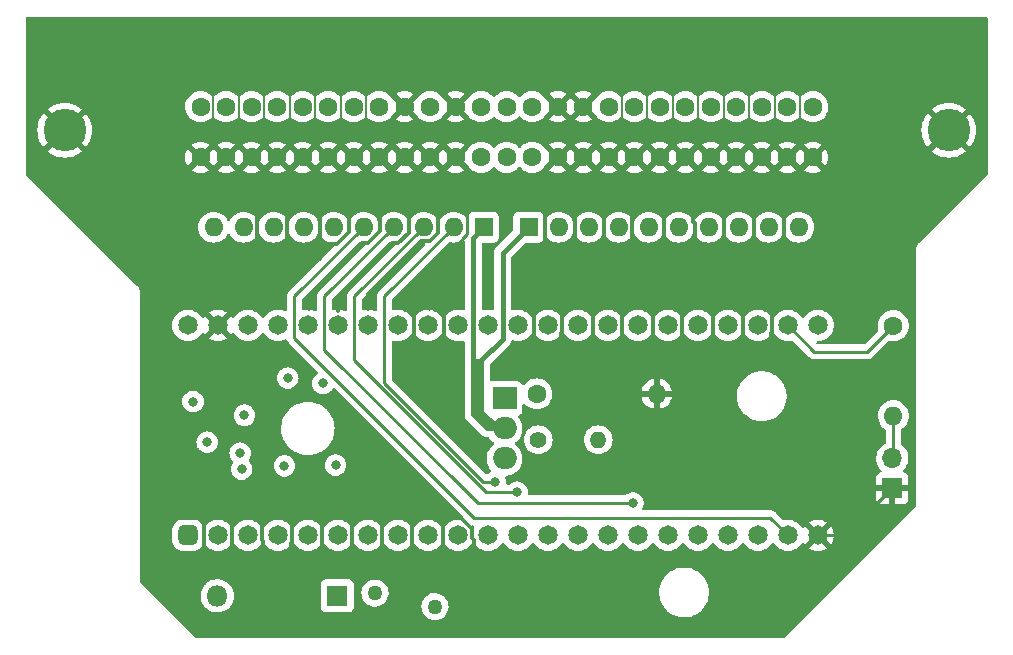
<source format=gbr>
%TF.GenerationSoftware,KiCad,Pcbnew,(6.0.2)*%
%TF.CreationDate,2022-04-05T12:16:13-06:00*%
%TF.ProjectId,Centronics50_F4Lite_THTV1,43656e74-726f-46e6-9963-7335305f4634,rev?*%
%TF.SameCoordinates,Original*%
%TF.FileFunction,Copper,L2,Inr*%
%TF.FilePolarity,Positive*%
%FSLAX46Y46*%
G04 Gerber Fmt 4.6, Leading zero omitted, Abs format (unit mm)*
G04 Created by KiCad (PCBNEW (6.0.2)) date 2022-04-05 12:16:13*
%MOMM*%
%LPD*%
G01*
G04 APERTURE LIST*
G04 Aperture macros list*
%AMRoundRect*
0 Rectangle with rounded corners*
0 $1 Rounding radius*
0 $2 $3 $4 $5 $6 $7 $8 $9 X,Y pos of 4 corners*
0 Add a 4 corners polygon primitive as box body*
4,1,4,$2,$3,$4,$5,$6,$7,$8,$9,$2,$3,0*
0 Add four circle primitives for the rounded corners*
1,1,$1+$1,$2,$3*
1,1,$1+$1,$4,$5*
1,1,$1+$1,$6,$7*
1,1,$1+$1,$8,$9*
0 Add four rect primitives between the rounded corners*
20,1,$1+$1,$2,$3,$4,$5,0*
20,1,$1+$1,$4,$5,$6,$7,0*
20,1,$1+$1,$6,$7,$8,$9,0*
20,1,$1+$1,$8,$9,$2,$3,0*%
G04 Aperture macros list end*
%TA.AperFunction,ComponentPad*%
%ADD10O,1.800000X1.800000*%
%TD*%
%TA.AperFunction,ComponentPad*%
%ADD11R,1.800000X1.800000*%
%TD*%
%TA.AperFunction,ComponentPad*%
%ADD12O,1.600000X1.600000*%
%TD*%
%TA.AperFunction,ComponentPad*%
%ADD13C,1.600000*%
%TD*%
%TA.AperFunction,ComponentPad*%
%ADD14O,1.700000X1.700000*%
%TD*%
%TA.AperFunction,ComponentPad*%
%ADD15R,1.700000X1.700000*%
%TD*%
%TA.AperFunction,ComponentPad*%
%ADD16C,3.600000*%
%TD*%
%TA.AperFunction,ComponentPad*%
%ADD17C,1.270000*%
%TD*%
%TA.AperFunction,ComponentPad*%
%ADD18C,1.650000*%
%TD*%
%TA.AperFunction,ComponentPad*%
%ADD19RoundRect,0.412500X0.412500X-0.412500X0.412500X0.412500X-0.412500X0.412500X-0.412500X-0.412500X0*%
%TD*%
%TA.AperFunction,ComponentPad*%
%ADD20O,2.000000X1.905000*%
%TD*%
%TA.AperFunction,ComponentPad*%
%ADD21R,2.000000X1.905000*%
%TD*%
%TA.AperFunction,ComponentPad*%
%ADD22R,1.600000X1.600000*%
%TD*%
%TA.AperFunction,ComponentPad*%
%ADD23O,1.400000X1.400000*%
%TD*%
%TA.AperFunction,ComponentPad*%
%ADD24C,1.400000*%
%TD*%
%TA.AperFunction,ViaPad*%
%ADD25C,0.800000*%
%TD*%
%TA.AperFunction,Conductor*%
%ADD26C,0.250000*%
%TD*%
%TA.AperFunction,Conductor*%
%ADD27C,0.330000*%
%TD*%
%TA.AperFunction,Conductor*%
%ADD28C,0.155000*%
%TD*%
%TA.AperFunction,Conductor*%
%ADD29C,0.450000*%
%TD*%
G04 APERTURE END LIST*
D10*
%TO.N,+5V*%
%TO.C,D2*%
X111704120Y-79413100D03*
D11*
%TO.N,+5VP*%
X121864120Y-79413100D03*
%TD*%
D12*
%TO.N,Net-(J3-Pad2)*%
%TO.C,R_LED*%
X168935400Y-64165480D03*
D13*
%TO.N,Net-(R3-Pad1)*%
X168935400Y-56545480D03*
%TD*%
D14*
%TO.N,Net-(J3-Pad2)*%
%TO.C,J3*%
X168854120Y-67767200D03*
D15*
%TO.N,GND*%
X168854120Y-70307200D03*
%TD*%
D16*
%TO.N,GND*%
%TO.C,U3*%
X98782500Y-39998460D03*
X173632500Y-39998460D03*
D13*
%TO.N,IO*%
X110287500Y-37998460D03*
%TO.N,REQ*%
X112447500Y-37998460D03*
%TO.N,CD*%
X114607500Y-37998460D03*
%TO.N,SEL*%
X116767500Y-37998460D03*
%TO.N,MSG*%
X118927500Y-37998460D03*
%TO.N,RST*%
X121087500Y-37998460D03*
%TO.N,ACK*%
X123247500Y-37998460D03*
%TO.N,BSY*%
X125407500Y-37998460D03*
%TO.N,GND*%
X127567500Y-37998460D03*
%TO.N,ATN*%
X129727500Y-37998460D03*
%TO.N,GND*%
X131887500Y-37998460D03*
%TO.N,Net-(U3-Pad39)*%
X134047500Y-37998460D03*
%TO.N,+5V*%
X136207500Y-37998460D03*
%TO.N,Net-(U3-Pad37)*%
X138367500Y-37998460D03*
%TO.N,GND*%
X140527500Y-37998460D03*
X142687500Y-37998460D03*
%TO.N,DBP*%
X144847500Y-37998460D03*
%TO.N,DB7*%
X147007500Y-37998460D03*
%TO.N,DB6*%
X149167500Y-37998460D03*
%TO.N,DB5*%
X151327500Y-37998460D03*
%TO.N,DB4*%
X153487500Y-37998460D03*
%TO.N,DB3*%
X155647500Y-37998460D03*
%TO.N,DB2*%
X157807500Y-37998460D03*
%TO.N,DB1*%
X159967500Y-37998460D03*
%TO.N,DB0*%
X162127500Y-37998460D03*
%TO.N,GND*%
X110287500Y-42288460D03*
X112447500Y-42288460D03*
X114607500Y-42288460D03*
X116767500Y-42288460D03*
X118927500Y-42288460D03*
X121087500Y-42288460D03*
X123247500Y-42288460D03*
X125407500Y-42288460D03*
X127567500Y-42288460D03*
X129727500Y-42288460D03*
X131887500Y-42288460D03*
%TO.N,Net-(U3-Pad14)*%
X134047500Y-42288460D03*
%TO.N,Net-(U3-Pad13)*%
X136207500Y-42288460D03*
%TO.N,Net-(U3-Pad12)*%
X138367500Y-42288460D03*
%TO.N,GND*%
X140527500Y-42288460D03*
X142687500Y-42288460D03*
X144847500Y-42288460D03*
X147007500Y-42288460D03*
X149167500Y-42288460D03*
X151327500Y-42288460D03*
X153487500Y-42288460D03*
X155647500Y-42288460D03*
X157807500Y-42288460D03*
X159967500Y-42288460D03*
X162127500Y-42288460D03*
%TD*%
D17*
%TO.N,+5F*%
%TO.C,F1*%
X130131820Y-80327500D03*
%TO.N,+5VP*%
X125051820Y-79184500D03*
%TD*%
D18*
%TO.N,+5VP*%
%TO.C,U2*%
X109216095Y-56513742D03*
%TO.N,GND*%
X111756095Y-56513742D03*
%TO.N,+3V3*%
X114296095Y-56513742D03*
%TO.N,Net-(U2-Pad41)*%
X116836095Y-56513742D03*
%TO.N,Net-(U2-Pad40)*%
X119376095Y-56513742D03*
%TO.N,Net-(U2-Pad39)*%
X121916095Y-56513742D03*
%TO.N,Net-(U2-Pad38)*%
X124456095Y-56513742D03*
%TO.N,DB7*%
X126996095Y-56513742D03*
%TO.N,DB6*%
X129536095Y-56513742D03*
%TO.N,DB5*%
X132076095Y-56513742D03*
%TO.N,DB4*%
X134616095Y-56513742D03*
%TO.N,DB2*%
X137156095Y-56513742D03*
%TO.N,DB1*%
X139696095Y-56513742D03*
%TO.N,DB0*%
X142236095Y-56513742D03*
%TO.N,IO*%
X144776095Y-56513742D03*
%TO.N,REQ*%
X147316095Y-56513742D03*
%TO.N,CD*%
X149856095Y-56513742D03*
%TO.N,SEL*%
X152396095Y-56513742D03*
%TO.N,MSG*%
X154936095Y-56513742D03*
%TO.N,DB3*%
X157476095Y-56513742D03*
%TO.N,Net-(R3-Pad1)*%
X160016095Y-56513742D03*
%TO.N,DBP*%
X162556095Y-56513742D03*
%TO.N,GND*%
X162556095Y-74293742D03*
%TO.N,RST*%
X160016095Y-74293742D03*
%TO.N,Net-(U2-Pad20)*%
X157476095Y-74293742D03*
%TO.N,Net-(U2-Pad19)*%
X154936095Y-74293742D03*
%TO.N,Net-(U2-Pad18)*%
X152396095Y-74293742D03*
%TO.N,Net-(U2-Pad17)*%
X149856095Y-74293742D03*
%TO.N,ACK*%
X147316095Y-74293742D03*
%TO.N,BSY*%
X144776095Y-74293742D03*
%TO.N,ATN*%
X142236095Y-74293742D03*
%TO.N,SD_MOSI*%
X139696095Y-74293742D03*
%TO.N,SD_MISO*%
X137156095Y-74293742D03*
%TO.N,SD_CLK*%
X134616095Y-74293742D03*
%TO.N,SD_CS*%
X132076095Y-74293742D03*
%TO.N,Net-(U2-Pad9)*%
X129536095Y-74293742D03*
%TO.N,Net-(U2-Pad8)*%
X126996095Y-74293742D03*
%TO.N,Net-(U2-Pad7)*%
X124456095Y-74293742D03*
%TO.N,Net-(U2-Pad6)*%
X121916095Y-74293742D03*
%TO.N,Net-(U2-Pad5)*%
X119376095Y-74293742D03*
%TO.N,Net-(U2-Pad4)*%
X116836095Y-74293742D03*
%TO.N,Net-(U2-Pad3)*%
X114296095Y-74293742D03*
%TO.N,Net-(U2-Pad2)*%
X111756095Y-74293742D03*
D19*
%TO.N,Net-(U2-Pad1)*%
X109216095Y-74293742D03*
%TD*%
D20*
%TO.N,+5F*%
%TO.C,U1*%
X136028334Y-67778644D03*
%TO.N,+2V8*%
X136028334Y-65238644D03*
D21*
%TO.N,Net-(C1-Pad1)*%
X136028334Y-62698644D03*
%TD*%
D12*
%TO.N,DB0*%
%TO.C,RN2*%
X160921700Y-48204120D03*
%TO.N,DB1*%
X158381700Y-48204120D03*
%TO.N,DB2*%
X155841700Y-48204120D03*
%TO.N,DB3*%
X153301700Y-48204120D03*
%TO.N,DB4*%
X150761700Y-48204120D03*
%TO.N,DB5*%
X148221700Y-48204120D03*
%TO.N,DB6*%
X145681700Y-48204120D03*
%TO.N,DB7*%
X143141700Y-48204120D03*
%TO.N,DBP*%
X140601700Y-48204120D03*
D22*
%TO.N,+2V8*%
X138061700Y-48204120D03*
%TD*%
D12*
%TO.N,IO*%
%TO.C,RN1*%
X111391700Y-48204120D03*
%TO.N,REQ*%
X113931700Y-48204120D03*
%TO.N,CD*%
X116471700Y-48204120D03*
%TO.N,SEL*%
X119011700Y-48204120D03*
%TO.N,MSG*%
X121551700Y-48204120D03*
%TO.N,RST*%
X124091700Y-48204120D03*
%TO.N,ACK*%
X126631700Y-48204120D03*
%TO.N,BSY*%
X129171700Y-48204120D03*
%TO.N,ATN*%
X131711700Y-48204120D03*
D22*
%TO.N,+2V8*%
X134251700Y-48204120D03*
%TD*%
D23*
%TO.N,Net-(C1-Pad1)*%
%TO.C,R2*%
X143965834Y-66191144D03*
D24*
%TO.N,+2V8*%
X138885834Y-66191144D03*
%TD*%
D12*
%TO.N,GND*%
%TO.C,R1*%
X148918834Y-62317642D03*
D13*
%TO.N,Net-(C1-Pad1)*%
X138758834Y-62317642D03*
%TD*%
D25*
%TO.N,GND*%
X161206096Y-51493504D03*
X158887160Y-53850540D03*
X151019510Y-50910490D03*
X108524040Y-44594780D03*
X108498640Y-46865540D03*
X103868220Y-44518580D03*
X103893620Y-46817280D03*
X162514280Y-71269860D03*
X162514280Y-77106780D03*
X139862560Y-44782740D03*
X113479580Y-62776100D03*
X110314740Y-61678820D03*
X109298740Y-67627500D03*
%TO.N,+2V8*%
X117668040Y-60975240D03*
X120644920Y-61422280D03*
X121719340Y-68348860D03*
X117386100Y-68412360D03*
%TO.N,SD_CS*%
X109649260Y-62974220D03*
%TO.N,SD_CLK*%
X110845600Y-66397010D03*
%TO.N,SD_MISO*%
X113637060Y-67330320D03*
%TO.N,SD_MOSI*%
X113997740Y-64124840D03*
%TO.N,ATN*%
X135242300Y-69740780D03*
%TO.N,BSY*%
X137083800Y-70639940D03*
%TO.N,ACK*%
X146888200Y-71546720D03*
%TO.N,SD_CLK*%
X113764060Y-68681600D03*
%TO.N,GND*%
X118215410Y-51067970D03*
X120265190Y-50725070D03*
X116072920Y-51574700D03*
X113150650Y-39673530D03*
X115285520Y-39672260D03*
X117475000Y-39796720D03*
X119600980Y-39801800D03*
X121799350Y-39775130D03*
X123990100Y-39715440D03*
X126153985Y-39743575D03*
X121168160Y-45115480D03*
X159967500Y-39953360D03*
X157807500Y-39961980D03*
X155647500Y-39909640D03*
X153487500Y-39958900D03*
X151327500Y-39906560D03*
X149167500Y-39955820D03*
X147007500Y-40005080D03*
X144847500Y-39952740D03*
%TD*%
D26*
%TO.N,GND*%
X164867578Y-74293742D02*
X168854120Y-70307200D01*
X162556095Y-74293742D02*
X164867578Y-74293742D01*
D27*
X148918834Y-62317642D02*
X153683958Y-62317642D01*
X153683958Y-62317642D02*
X156524960Y-59476640D01*
X156524960Y-59476640D02*
X159131000Y-59476640D01*
X159131000Y-59476640D02*
X159628840Y-58978800D01*
X159628840Y-58978800D02*
X159628840Y-58267600D01*
X138490960Y-58267600D02*
X138490960Y-55504080D01*
X140799820Y-57171219D02*
X140896340Y-57074699D01*
X140799820Y-58267600D02*
X138490960Y-58267600D01*
X140799820Y-58267600D02*
X140799820Y-57171219D01*
X140896340Y-57074699D02*
X140896340Y-55651400D01*
X143525240Y-58267600D02*
X143525240Y-55493920D01*
X143525240Y-58267600D02*
X140799820Y-58267600D01*
X145976340Y-58267600D02*
X145976340Y-55356760D01*
X145976340Y-58267600D02*
X143525240Y-58267600D01*
X148584920Y-58267600D02*
X148584920Y-55087520D01*
X148584920Y-58267600D02*
X145976340Y-58267600D01*
X151046096Y-56893376D02*
X151046096Y-55732596D01*
X151071580Y-58267600D02*
X151071580Y-56918860D01*
X151071580Y-56918860D02*
X151046096Y-56893376D01*
X151071580Y-58267600D02*
X148584920Y-58267600D01*
X153670000Y-58267600D02*
X151071580Y-58267600D01*
X153670000Y-58267600D02*
X153670000Y-54632860D01*
X156171900Y-58267600D02*
X156171900Y-54747160D01*
X156171900Y-58267600D02*
X153670000Y-58267600D01*
X158620460Y-57130579D02*
X158666096Y-57084943D01*
X158666096Y-57084943D02*
X158666096Y-55488756D01*
X158620460Y-58267600D02*
X158620460Y-57130579D01*
X158620460Y-58267600D02*
X156171900Y-58267600D01*
X159628840Y-58267600D02*
X158620460Y-58267600D01*
X162556095Y-74293742D02*
X160731117Y-76118720D01*
X110553500Y-74747120D02*
X110566094Y-74734526D01*
X110566094Y-74734526D02*
X110566094Y-73157186D01*
X110553500Y-76118720D02*
X110553500Y-74747120D01*
X110553500Y-76118720D02*
X108717080Y-76118720D01*
X112984280Y-76118720D02*
X112984280Y-73014840D01*
X112984280Y-76118720D02*
X110553500Y-76118720D01*
X115486096Y-74660676D02*
X115486096Y-72979196D01*
X115597940Y-74772520D02*
X115486096Y-74660676D01*
X115597940Y-76118720D02*
X115597940Y-74772520D01*
X115597940Y-76118720D02*
X112984280Y-76118720D01*
X118026096Y-74864943D02*
X118026096Y-73344956D01*
X117977920Y-76118720D02*
X117977920Y-74913119D01*
X117977920Y-74913119D02*
X118026096Y-74864943D01*
X117977920Y-76118720D02*
X115597940Y-76118720D01*
X120566096Y-74617496D02*
X120566096Y-72936016D01*
X120566180Y-74617580D02*
X120566096Y-74617496D01*
X120566180Y-76118720D02*
X120566180Y-74617580D01*
X120566180Y-76118720D02*
X117977920Y-76118720D01*
X123106096Y-76113724D02*
X123106096Y-72943636D01*
X123101100Y-76118720D02*
X123106096Y-76113724D01*
X123101100Y-76118720D02*
X120566180Y-76118720D01*
X125689360Y-76118720D02*
X123101100Y-76118720D01*
X125689360Y-76118720D02*
X125689360Y-72834500D01*
X128186096Y-74708936D02*
X128186096Y-73494816D01*
X128196340Y-76118720D02*
X128196340Y-74719180D01*
X128196340Y-76118720D02*
X125689360Y-76118720D01*
X128196340Y-74719180D02*
X128186096Y-74708936D01*
X130810000Y-76118720D02*
X130810000Y-73482200D01*
X130810000Y-76118720D02*
X128196340Y-76118720D01*
X133266096Y-73722541D02*
X132273915Y-72730360D01*
X133449060Y-76118720D02*
X133449060Y-74670920D01*
X133449060Y-74670920D02*
X133266096Y-74487956D01*
X133449060Y-76118720D02*
X130810000Y-76118720D01*
X133266096Y-74487956D02*
X133266096Y-73722541D01*
X111756095Y-56513742D02*
X114614960Y-53654877D01*
X115096701Y-53173136D02*
X115096701Y-46010419D01*
X114614960Y-53654877D02*
X115096701Y-53173136D01*
X115096701Y-46010419D02*
X115243162Y-46156880D01*
X117642640Y-46156880D02*
X117642640Y-49944020D01*
X115243162Y-46156880D02*
X117642640Y-46156880D01*
X120373140Y-46156880D02*
X120373140Y-49669700D01*
X117642640Y-46156880D02*
X120373140Y-46156880D01*
X122857260Y-48622762D02*
X121810322Y-49669700D01*
X122857260Y-46156880D02*
X122857260Y-48622762D01*
X121810322Y-49669700D02*
X120373140Y-49669700D01*
X125466699Y-48553323D02*
X124446842Y-49573180D01*
X125466699Y-46255081D02*
X125466699Y-48553323D01*
X125564900Y-46156880D02*
X125466699Y-46255081D01*
X122857260Y-46156880D02*
X125564900Y-46156880D01*
X124446842Y-49573180D02*
X123913900Y-49573180D01*
X123913900Y-49573180D02*
X119507000Y-53980080D01*
X119507000Y-53980080D02*
X119507000Y-55100220D01*
X127891540Y-46156880D02*
X127891540Y-48668482D01*
X127891540Y-48668482D02*
X126986842Y-49573180D01*
X125564900Y-46156880D02*
X127891540Y-46156880D01*
X126986842Y-49573180D02*
X126461520Y-49573180D01*
X126461520Y-49573180D02*
X121897140Y-54137560D01*
X121897140Y-54137560D02*
X121897140Y-55323741D01*
X130398520Y-46156880D02*
X130398520Y-48701502D01*
X130398520Y-48701502D02*
X129730901Y-49369121D01*
X129730901Y-49369121D02*
X128985421Y-49369121D01*
X127891540Y-46156880D02*
X130398520Y-46156880D01*
X128985421Y-49369121D02*
X124503180Y-53851362D01*
X124503180Y-53851362D02*
X124503180Y-55130700D01*
D26*
X132862320Y-48815669D02*
X129590800Y-52087189D01*
X132862320Y-46156880D02*
X132862320Y-48815669D01*
D27*
X130398520Y-46156880D02*
X132862320Y-46156880D01*
X129590800Y-53604160D02*
X129804160Y-53604160D01*
D26*
X129590800Y-53604160D02*
X129590800Y-55100220D01*
X129590800Y-52087189D02*
X129590800Y-53604160D01*
D27*
X130886094Y-54686094D02*
X130886094Y-64675914D01*
X129804160Y-53604160D02*
X130886094Y-54686094D01*
X130886094Y-64675914D02*
X133756400Y-67546220D01*
X130886094Y-54686094D02*
X128706986Y-54686094D01*
X128346094Y-55046986D02*
X128346094Y-61574574D01*
X128706986Y-54686094D02*
X128346094Y-55046986D01*
X128346094Y-61574574D02*
X129164080Y-62392560D01*
D28*
X111365001Y-41210959D02*
X111365001Y-36973481D01*
X110287500Y-42288460D02*
X111365001Y-41210959D01*
X113525001Y-41210959D02*
X113525001Y-36603641D01*
X112447500Y-42288460D02*
X113525001Y-41210959D01*
X115685001Y-41210959D02*
X115685001Y-36759581D01*
X114607500Y-42288460D02*
X115685001Y-41210959D01*
X117845001Y-41210959D02*
X117845001Y-36432921D01*
X116767500Y-42288460D02*
X117845001Y-41210959D01*
X120005001Y-41210959D02*
X120005001Y-37023201D01*
X118927500Y-42288460D02*
X120005001Y-41210959D01*
X122165001Y-41210959D02*
X122165001Y-36958161D01*
X121087500Y-42288460D02*
X122165001Y-41210959D01*
X124325001Y-41210959D02*
X124325001Y-36590861D01*
X123247500Y-42288460D02*
X124325001Y-41210959D01*
X145925001Y-41210959D02*
X145925001Y-36057301D01*
X144847500Y-42288460D02*
X145925001Y-41210959D01*
X148085001Y-41210959D02*
X148085001Y-36711081D01*
X147007500Y-42288460D02*
X148085001Y-41210959D01*
X150245001Y-41210959D02*
X150245001Y-36755261D01*
X149167500Y-42288460D02*
X150245001Y-41210959D01*
X152405001Y-41210959D02*
X152405001Y-36235561D01*
X151327500Y-42288460D02*
X152405001Y-41210959D01*
X154569999Y-41205961D02*
X154569999Y-36589539D01*
X153487500Y-42288460D02*
X154569999Y-41205961D01*
X156725001Y-41210959D02*
X156725001Y-37131641D01*
X155647500Y-42288460D02*
X156725001Y-41210959D01*
X158885001Y-41210959D02*
X158885001Y-37152961D01*
X157807500Y-42288460D02*
X158885001Y-41210959D01*
X161045001Y-41210959D02*
X161045001Y-36437681D01*
X159967500Y-42288460D02*
X161045001Y-41210959D01*
D27*
X139423140Y-46156880D02*
X139423140Y-49481740D01*
X132862320Y-46156880D02*
X139423140Y-46156880D01*
X141976699Y-46163641D02*
X141976699Y-49452941D01*
X141983460Y-46156880D02*
X141976699Y-46163641D01*
X139423140Y-46156880D02*
X141983460Y-46156880D01*
X144477740Y-46156880D02*
X144477740Y-48912780D01*
X141983460Y-46156880D02*
X144477740Y-46156880D01*
X146846701Y-47565721D02*
X146846701Y-49888999D01*
X146837400Y-47556420D02*
X146846701Y-47565721D01*
X146837400Y-46156880D02*
X146837400Y-47556420D01*
X144477740Y-46156880D02*
X146837400Y-46156880D01*
X149491700Y-46156880D02*
X149491700Y-49408080D01*
X146837400Y-46156880D02*
X149491700Y-46156880D01*
X152136699Y-47856999D02*
X152136699Y-49073659D01*
X152013920Y-47734220D02*
X152136699Y-47856999D01*
X152013920Y-46156880D02*
X152013920Y-47734220D01*
X149491700Y-46156880D02*
X152013920Y-46156880D01*
X154576780Y-46156880D02*
X154576780Y-49662080D01*
X152013920Y-46156880D02*
X154576780Y-46156880D01*
X157142180Y-46156880D02*
X157142180Y-49789080D01*
X154576780Y-46156880D02*
X157142180Y-46156880D01*
X159702500Y-46156880D02*
X159702500Y-50279300D01*
X159702500Y-46156880D02*
X161419540Y-46156880D01*
X157142180Y-46156880D02*
X159702500Y-46156880D01*
X160731117Y-76118720D02*
X133449060Y-76118720D01*
D29*
%TO.N,+2V8*%
X134578334Y-65238644D02*
X136028334Y-65238644D01*
X133366094Y-64026404D02*
X134578334Y-65238644D01*
X133366094Y-49089726D02*
X133366094Y-64026404D01*
X134251700Y-48204120D02*
X133366094Y-49089726D01*
X136028334Y-65238644D02*
X135444244Y-65238644D01*
X135444244Y-65238644D02*
X134058660Y-63853060D01*
X134058660Y-63853060D02*
X134058660Y-59481720D01*
X135866096Y-50399724D02*
X138061700Y-48204120D01*
X135866096Y-57674284D02*
X135866096Y-50399724D01*
X134058660Y-59481720D02*
X135866096Y-57674284D01*
X136028334Y-65238644D02*
X135078484Y-65238644D01*
X135078484Y-65238644D02*
X133725920Y-63886080D01*
X133725920Y-63886080D02*
X133725920Y-59547760D01*
D26*
%TO.N,ATN*%
X125846094Y-54069726D02*
X125846094Y-61185314D01*
X131711700Y-48204120D02*
X125846094Y-54069726D01*
X125846094Y-61185314D02*
X125846094Y-61376944D01*
X125846094Y-61376944D02*
X133898075Y-69428925D01*
X133898075Y-69428925D02*
X134209930Y-69740780D01*
X134209930Y-69740780D02*
X135242300Y-69740780D01*
X135242300Y-69740780D02*
X135242300Y-69740780D01*
%TO.N,BSY*%
X123306094Y-54069726D02*
X123306094Y-59473354D01*
X129171700Y-48204120D02*
X123306094Y-54069726D01*
X123306094Y-59473354D02*
X134472680Y-70639940D01*
X134472680Y-70639940D02*
X137083800Y-70639940D01*
X137083800Y-70639940D02*
X137335260Y-70639940D01*
%TO.N,ACK*%
X120766094Y-54069726D02*
X120766094Y-57796954D01*
X126631700Y-48204120D02*
X120766094Y-54069726D01*
X120766094Y-57796954D02*
X120766094Y-58564034D01*
X120766094Y-58564034D02*
X132826760Y-70624700D01*
X132826760Y-70624700D02*
X132826760Y-70624700D01*
X132826760Y-70624700D02*
X132826760Y-70639940D01*
X132826760Y-70639940D02*
X133733540Y-71546720D01*
X133733540Y-71546720D02*
X146888200Y-71546720D01*
X146888200Y-71546720D02*
X146888200Y-71546720D01*
%TO.N,RST*%
X118226094Y-54069726D02*
X118226094Y-57555654D01*
X124091700Y-48204120D02*
X118226094Y-54069726D01*
X118226094Y-57555654D02*
X133474460Y-72804020D01*
X133474460Y-72804020D02*
X133474460Y-72804020D01*
X158526373Y-72804020D02*
X160016095Y-74293742D01*
X133474460Y-72804020D02*
X158526373Y-72804020D01*
%TO.N,Net-(R3-Pad1)*%
X160016095Y-56513742D02*
X162252553Y-58750200D01*
X166730680Y-58750200D02*
X168935400Y-56545480D01*
X162252553Y-58750200D02*
X166730680Y-58750200D01*
%TO.N,Net-(J3-Pad2)*%
X168935400Y-67685920D02*
X168854120Y-67767200D01*
X168935400Y-64165480D02*
X168935400Y-67685920D01*
%TD*%
%TA.AperFunction,Conductor*%
%TO.N,GND*%
G36*
X176884121Y-30411102D02*
G01*
X176930614Y-30464758D01*
X176942000Y-30517100D01*
X176942000Y-43656530D01*
X176921998Y-43724651D01*
X176905095Y-43745625D01*
X171085650Y-49565070D01*
X171076121Y-49572683D01*
X171076436Y-49573053D01*
X171069601Y-49578870D01*
X171062009Y-49583660D01*
X171056068Y-49590387D01*
X171026406Y-49623973D01*
X171021059Y-49629661D01*
X171009637Y-49641083D01*
X171006951Y-49644667D01*
X171006949Y-49644669D01*
X171003372Y-49649442D01*
X170997001Y-49657268D01*
X170965684Y-49692728D01*
X170961868Y-49700857D01*
X170960228Y-49703353D01*
X170951292Y-49718223D01*
X170949850Y-49720857D01*
X170944468Y-49728038D01*
X170927872Y-49772308D01*
X170923944Y-49781629D01*
X170907656Y-49816320D01*
X170907654Y-49816327D01*
X170903841Y-49824448D01*
X170902460Y-49833315D01*
X170901582Y-49836189D01*
X170897184Y-49852952D01*
X170896538Y-49855890D01*
X170893388Y-49864292D01*
X170889892Y-49911344D01*
X170889883Y-49911460D01*
X170888731Y-49921496D01*
X170886640Y-49934923D01*
X170886640Y-49950415D01*
X170886294Y-49959753D01*
X170882604Y-50009407D01*
X170884479Y-50018189D01*
X170885046Y-50026503D01*
X170886640Y-50041610D01*
X170886640Y-71738801D01*
X170866638Y-71806922D01*
X170849743Y-71827889D01*
X165576911Y-77101649D01*
X161205004Y-81474325D01*
X159737239Y-82942348D01*
X159674930Y-82976378D01*
X159648136Y-82979260D01*
X109914410Y-82979260D01*
X109846289Y-82959258D01*
X109825315Y-82942355D01*
X106261529Y-79378569D01*
X110291215Y-79378569D01*
X110291512Y-79383722D01*
X110291512Y-79383725D01*
X110300790Y-79544638D01*
X110304547Y-79609797D01*
X110305684Y-79614843D01*
X110305685Y-79614849D01*
X110330021Y-79722836D01*
X110355466Y-79835742D01*
X110357408Y-79840524D01*
X110357409Y-79840528D01*
X110422258Y-80000232D01*
X110442604Y-80050337D01*
X110563621Y-80247819D01*
X110715267Y-80422884D01*
X110893469Y-80570830D01*
X111093442Y-80687684D01*
X111309814Y-80770309D01*
X111314880Y-80771340D01*
X111314881Y-80771340D01*
X111367966Y-80782140D01*
X111536776Y-80816485D01*
X111666209Y-80821231D01*
X111763069Y-80824783D01*
X111763073Y-80824783D01*
X111768233Y-80824972D01*
X111773353Y-80824316D01*
X111773355Y-80824316D01*
X111847286Y-80814845D01*
X111997967Y-80795542D01*
X112002915Y-80794057D01*
X112002922Y-80794056D01*
X112214867Y-80730469D01*
X112219810Y-80728986D01*
X112300356Y-80689527D01*
X112423169Y-80629362D01*
X112423172Y-80629360D01*
X112427804Y-80627091D01*
X112616363Y-80492594D01*
X112748182Y-80361234D01*
X120455620Y-80361234D01*
X120462375Y-80423416D01*
X120513505Y-80559805D01*
X120600859Y-80676361D01*
X120717415Y-80763715D01*
X120853804Y-80814845D01*
X120915986Y-80821600D01*
X122812254Y-80821600D01*
X122874436Y-80814845D01*
X123010825Y-80763715D01*
X123127381Y-80676361D01*
X123214735Y-80559805D01*
X123265865Y-80423416D01*
X123272620Y-80361234D01*
X123272620Y-79154438D01*
X123903815Y-79154438D01*
X123917560Y-79364149D01*
X123969291Y-79567843D01*
X123971710Y-79573090D01*
X124054858Y-79753453D01*
X124054861Y-79753458D01*
X124057277Y-79758699D01*
X124060608Y-79763412D01*
X124060609Y-79763414D01*
X124172345Y-79921515D01*
X124178571Y-79930325D01*
X124329109Y-80076974D01*
X124333905Y-80080179D01*
X124333908Y-80080181D01*
X124382512Y-80112657D01*
X124503851Y-80193733D01*
X124509159Y-80196014D01*
X124509160Y-80196014D01*
X124691642Y-80274414D01*
X124691645Y-80274415D01*
X124696945Y-80276692D01*
X124702574Y-80277966D01*
X124702575Y-80277966D01*
X124896287Y-80321799D01*
X124896293Y-80321800D01*
X124901924Y-80323074D01*
X124907695Y-80323301D01*
X124907697Y-80323301D01*
X124971253Y-80325798D01*
X125111923Y-80331325D01*
X125319908Y-80301169D01*
X125325372Y-80299314D01*
X125325377Y-80299313D01*
X125330901Y-80297438D01*
X128983815Y-80297438D01*
X128997560Y-80507149D01*
X129049291Y-80710843D01*
X129051710Y-80716090D01*
X129134858Y-80896453D01*
X129134861Y-80896458D01*
X129137277Y-80901699D01*
X129140608Y-80906412D01*
X129140609Y-80906414D01*
X129250477Y-81061872D01*
X129258571Y-81073325D01*
X129409109Y-81219974D01*
X129413905Y-81223179D01*
X129413908Y-81223181D01*
X129438571Y-81239660D01*
X129583851Y-81336733D01*
X129589159Y-81339014D01*
X129589160Y-81339014D01*
X129771642Y-81417414D01*
X129771645Y-81417415D01*
X129776945Y-81419692D01*
X129782574Y-81420966D01*
X129782575Y-81420966D01*
X129976287Y-81464799D01*
X129976293Y-81464800D01*
X129981924Y-81466074D01*
X129987695Y-81466301D01*
X129987697Y-81466301D01*
X130051253Y-81468798D01*
X130191923Y-81474325D01*
X130399908Y-81444169D01*
X130405372Y-81442314D01*
X130405377Y-81442313D01*
X130593444Y-81378473D01*
X130593449Y-81378471D01*
X130598916Y-81376615D01*
X130782280Y-81273926D01*
X130943861Y-81139541D01*
X131078246Y-80977960D01*
X131163924Y-80824972D01*
X131178111Y-80799639D01*
X131178112Y-80799637D01*
X131180935Y-80794596D01*
X131182791Y-80789129D01*
X131182793Y-80789124D01*
X131246633Y-80601057D01*
X131246634Y-80601052D01*
X131248489Y-80595588D01*
X131278645Y-80387603D01*
X131280219Y-80327500D01*
X131260989Y-80118221D01*
X131248221Y-80072947D01*
X131225420Y-79992103D01*
X131203943Y-79915951D01*
X131110991Y-79727463D01*
X131050253Y-79646124D01*
X130988700Y-79563695D01*
X130988699Y-79563694D01*
X130985247Y-79559071D01*
X130981011Y-79555155D01*
X130835161Y-79420333D01*
X130835158Y-79420331D01*
X130830921Y-79416414D01*
X130653182Y-79304269D01*
X130551904Y-79263863D01*
X149112183Y-79263863D01*
X149112742Y-79268107D01*
X149112742Y-79268111D01*
X149125386Y-79364149D01*
X149149708Y-79548894D01*
X149225569Y-79826196D01*
X149227253Y-79830144D01*
X149335198Y-80083215D01*
X149338363Y-80090636D01*
X149412913Y-80215200D01*
X149482277Y-80331098D01*
X149486001Y-80337321D01*
X149665753Y-80561688D01*
X149737067Y-80629362D01*
X149817029Y-80705243D01*
X149874291Y-80759583D01*
X150107757Y-80927346D01*
X150111552Y-80929355D01*
X150111553Y-80929356D01*
X150133309Y-80940875D01*
X150361832Y-81061872D01*
X150386139Y-81070767D01*
X150584159Y-81143232D01*
X150631813Y-81160671D01*
X150912704Y-81221915D01*
X150941281Y-81224164D01*
X151135722Y-81239467D01*
X151135731Y-81239467D01*
X151138179Y-81239660D01*
X151293711Y-81239660D01*
X151295847Y-81239514D01*
X151295858Y-81239514D01*
X151503988Y-81225325D01*
X151503994Y-81225324D01*
X151508265Y-81225033D01*
X151512460Y-81224164D01*
X151512462Y-81224164D01*
X151649023Y-81195884D01*
X151789782Y-81166734D01*
X152060783Y-81070767D01*
X152316252Y-80938910D01*
X152319753Y-80936449D01*
X152319757Y-80936447D01*
X152491911Y-80815455D01*
X152551463Y-80773601D01*
X152663832Y-80669181D01*
X152758919Y-80580821D01*
X152758921Y-80580818D01*
X152762062Y-80577900D01*
X152944153Y-80355428D01*
X153094367Y-80110302D01*
X153209923Y-79847058D01*
X153213147Y-79835742D01*
X153287508Y-79574694D01*
X153288684Y-79570566D01*
X153328055Y-79293924D01*
X153328586Y-79290196D01*
X153328586Y-79290194D01*
X153329191Y-79285944D01*
X153329285Y-79268111D01*
X153330675Y-79002743D01*
X153330675Y-79002736D01*
X153330697Y-78998457D01*
X153326906Y-78969657D01*
X153301741Y-78778515D01*
X153293172Y-78713426D01*
X153286448Y-78688845D01*
X153250936Y-78559037D01*
X153217311Y-78436124D01*
X153181903Y-78353112D01*
X153106203Y-78175636D01*
X153106201Y-78175632D01*
X153104517Y-78171684D01*
X152956879Y-77924999D01*
X152777127Y-77700632D01*
X152568589Y-77502737D01*
X152335123Y-77334974D01*
X152313283Y-77323410D01*
X152290094Y-77311132D01*
X152081048Y-77200448D01*
X151811067Y-77101649D01*
X151530176Y-77040405D01*
X151499125Y-77037961D01*
X151307158Y-77022853D01*
X151307149Y-77022853D01*
X151304701Y-77022660D01*
X151149169Y-77022660D01*
X151147033Y-77022806D01*
X151147022Y-77022806D01*
X150938892Y-77036995D01*
X150938886Y-77036996D01*
X150934615Y-77037287D01*
X150930420Y-77038156D01*
X150930418Y-77038156D01*
X150793857Y-77066436D01*
X150653098Y-77095586D01*
X150382097Y-77191553D01*
X150126628Y-77323410D01*
X150123127Y-77325871D01*
X150123123Y-77325873D01*
X150113034Y-77332964D01*
X149891417Y-77488719D01*
X149680818Y-77684420D01*
X149498727Y-77906892D01*
X149348513Y-78152018D01*
X149232957Y-78415262D01*
X149231782Y-78419389D01*
X149231781Y-78419390D01*
X149218798Y-78464966D01*
X149154196Y-78691754D01*
X149133860Y-78834647D01*
X149117234Y-78951470D01*
X149113689Y-78976376D01*
X149113667Y-78980665D01*
X149113666Y-78980672D01*
X149112205Y-79259577D01*
X149112183Y-79263863D01*
X130551904Y-79263863D01*
X130457983Y-79226392D01*
X130452326Y-79225267D01*
X130452320Y-79225265D01*
X130257527Y-79186519D01*
X130257525Y-79186519D01*
X130251860Y-79185392D01*
X130246085Y-79185316D01*
X130246081Y-79185316D01*
X130140821Y-79183938D01*
X130041718Y-79182641D01*
X130036021Y-79183620D01*
X130036020Y-79183620D01*
X130009343Y-79188204D01*
X129834592Y-79218232D01*
X129637421Y-79290972D01*
X129456808Y-79398426D01*
X129298801Y-79536994D01*
X129168692Y-79702037D01*
X129166001Y-79707153D01*
X129165999Y-79707155D01*
X129092393Y-79847058D01*
X129070838Y-79888027D01*
X129008516Y-80088734D01*
X129007837Y-80094469D01*
X129007837Y-80094470D01*
X129005026Y-80118221D01*
X128983815Y-80297438D01*
X125330901Y-80297438D01*
X125513444Y-80235473D01*
X125513449Y-80235471D01*
X125518916Y-80233615D01*
X125702280Y-80130926D01*
X125863861Y-79996541D01*
X125998246Y-79834960D01*
X126100935Y-79651596D01*
X126102791Y-79646129D01*
X126102793Y-79646124D01*
X126166633Y-79458057D01*
X126166634Y-79458052D01*
X126168489Y-79452588D01*
X126198645Y-79244603D01*
X126200219Y-79184500D01*
X126180989Y-78975221D01*
X126123943Y-78772951D01*
X126030991Y-78584463D01*
X126021275Y-78571451D01*
X125908700Y-78420695D01*
X125908699Y-78420694D01*
X125905247Y-78416071D01*
X125901011Y-78412155D01*
X125755161Y-78277333D01*
X125755158Y-78277331D01*
X125750921Y-78273414D01*
X125573182Y-78161269D01*
X125377983Y-78083392D01*
X125372326Y-78082267D01*
X125372320Y-78082265D01*
X125177527Y-78043519D01*
X125177525Y-78043519D01*
X125171860Y-78042392D01*
X125166085Y-78042316D01*
X125166081Y-78042316D01*
X125060821Y-78040938D01*
X124961718Y-78039641D01*
X124956021Y-78040620D01*
X124956020Y-78040620D01*
X124797430Y-78067871D01*
X124754592Y-78075232D01*
X124557421Y-78147972D01*
X124376808Y-78255426D01*
X124218801Y-78393994D01*
X124088692Y-78559037D01*
X124086001Y-78564153D01*
X124085999Y-78564155D01*
X124072589Y-78589644D01*
X123990838Y-78745027D01*
X123928516Y-78945734D01*
X123903815Y-79154438D01*
X123272620Y-79154438D01*
X123272620Y-78464966D01*
X123265865Y-78402784D01*
X123214735Y-78266395D01*
X123127381Y-78149839D01*
X123010825Y-78062485D01*
X122874436Y-78011355D01*
X122812254Y-78004600D01*
X120915986Y-78004600D01*
X120853804Y-78011355D01*
X120717415Y-78062485D01*
X120600859Y-78149839D01*
X120513505Y-78266395D01*
X120462375Y-78402784D01*
X120455620Y-78464966D01*
X120455620Y-80361234D01*
X112748182Y-80361234D01*
X112780423Y-80329105D01*
X112784232Y-80323805D01*
X112817170Y-80277966D01*
X112915578Y-80141017D01*
X112920566Y-80130926D01*
X113015904Y-79938022D01*
X113015905Y-79938020D01*
X113018198Y-79933380D01*
X113085528Y-79711771D01*
X113115760Y-79482141D01*
X113115842Y-79478791D01*
X113117365Y-79416465D01*
X113117365Y-79416461D01*
X113117447Y-79413100D01*
X113108753Y-79307350D01*
X113098893Y-79187418D01*
X113098892Y-79187412D01*
X113098469Y-79182267D01*
X113045685Y-78972124D01*
X113043304Y-78962644D01*
X113043303Y-78962640D01*
X113042045Y-78957633D01*
X113039986Y-78952897D01*
X112951750Y-78749968D01*
X112951748Y-78749965D01*
X112949690Y-78745231D01*
X112823884Y-78550765D01*
X112668007Y-78379458D01*
X112663956Y-78376259D01*
X112663952Y-78376255D01*
X112490297Y-78239111D01*
X112490292Y-78239108D01*
X112486243Y-78235910D01*
X112481727Y-78233417D01*
X112481724Y-78233415D01*
X112287999Y-78126473D01*
X112287995Y-78126471D01*
X112283475Y-78123976D01*
X112278606Y-78122252D01*
X112278602Y-78122250D01*
X112070023Y-78048388D01*
X112070019Y-78048387D01*
X112065148Y-78046662D01*
X112060055Y-78045755D01*
X112060052Y-78045754D01*
X111842215Y-78006951D01*
X111842209Y-78006950D01*
X111837126Y-78006045D01*
X111764216Y-78005154D01*
X111610701Y-78003279D01*
X111610699Y-78003279D01*
X111605531Y-78003216D01*
X111376584Y-78038250D01*
X111156434Y-78110206D01*
X111151846Y-78112594D01*
X111151842Y-78112596D01*
X110955581Y-78214763D01*
X110950992Y-78217152D01*
X110946859Y-78220255D01*
X110946856Y-78220257D01*
X110769910Y-78353112D01*
X110765775Y-78356217D01*
X110728345Y-78395385D01*
X110643303Y-78484377D01*
X110605759Y-78523664D01*
X110602845Y-78527936D01*
X110602844Y-78527937D01*
X110584725Y-78554498D01*
X110475239Y-78714999D01*
X110377722Y-78925081D01*
X110315827Y-79148269D01*
X110291215Y-79378569D01*
X106261529Y-79378569D01*
X105157345Y-78274385D01*
X105123319Y-78212073D01*
X105120440Y-78185290D01*
X105120440Y-73816781D01*
X107882595Y-73816781D01*
X107882596Y-74770702D01*
X107888923Y-74851112D01*
X107890417Y-74856687D01*
X107935991Y-75026770D01*
X107939031Y-75038117D01*
X108026925Y-75210618D01*
X108148763Y-75361074D01*
X108153889Y-75365225D01*
X108262279Y-75452998D01*
X108299219Y-75482912D01*
X108471720Y-75570806D01*
X108478093Y-75572514D01*
X108478094Y-75572514D01*
X108625458Y-75612000D01*
X108658725Y-75620914D01*
X108664479Y-75621367D01*
X108664480Y-75621367D01*
X108736675Y-75627049D01*
X108736688Y-75627050D01*
X108739134Y-75627242D01*
X109216095Y-75627242D01*
X109693055Y-75627241D01*
X109741372Y-75623439D01*
X109767711Y-75621367D01*
X109767714Y-75621367D01*
X109773465Y-75620914D01*
X109960470Y-75570806D01*
X110132971Y-75482912D01*
X110169912Y-75452998D01*
X110278301Y-75365225D01*
X110283427Y-75361074D01*
X110405265Y-75210618D01*
X110463768Y-75095800D01*
X110512517Y-75044185D01*
X110581431Y-75027119D01*
X110648633Y-75050020D01*
X110679248Y-75080732D01*
X110730673Y-75154174D01*
X110895663Y-75319164D01*
X110900171Y-75322321D01*
X110900174Y-75322323D01*
X111082289Y-75449841D01*
X111086798Y-75452998D01*
X111091780Y-75455321D01*
X111091785Y-75455324D01*
X111150948Y-75482912D01*
X111298269Y-75551609D01*
X111303577Y-75553031D01*
X111303579Y-75553032D01*
X111518336Y-75610576D01*
X111518338Y-75610576D01*
X111523651Y-75612000D01*
X111756095Y-75632336D01*
X111988539Y-75612000D01*
X111993852Y-75610576D01*
X111993854Y-75610576D01*
X112208611Y-75553032D01*
X112208613Y-75553031D01*
X112213921Y-75551609D01*
X112361242Y-75482912D01*
X112420405Y-75455324D01*
X112420410Y-75455321D01*
X112425392Y-75452998D01*
X112429901Y-75449841D01*
X112612016Y-75322323D01*
X112612019Y-75322321D01*
X112616527Y-75319164D01*
X112781517Y-75154174D01*
X112915351Y-74963039D01*
X112917218Y-74959035D01*
X112968359Y-74910273D01*
X113038072Y-74896837D01*
X113103983Y-74923224D01*
X113134923Y-74958930D01*
X113136839Y-74963039D01*
X113270673Y-75154174D01*
X113435663Y-75319164D01*
X113440171Y-75322321D01*
X113440174Y-75322323D01*
X113622289Y-75449841D01*
X113626798Y-75452998D01*
X113631780Y-75455321D01*
X113631785Y-75455324D01*
X113690948Y-75482912D01*
X113838269Y-75551609D01*
X113843577Y-75553031D01*
X113843579Y-75553032D01*
X114058336Y-75610576D01*
X114058338Y-75610576D01*
X114063651Y-75612000D01*
X114296095Y-75632336D01*
X114528539Y-75612000D01*
X114533852Y-75610576D01*
X114533854Y-75610576D01*
X114748611Y-75553032D01*
X114748613Y-75553031D01*
X114753921Y-75551609D01*
X114901242Y-75482912D01*
X114960405Y-75455324D01*
X114960410Y-75455321D01*
X114965392Y-75452998D01*
X114969901Y-75449841D01*
X115152016Y-75322323D01*
X115152019Y-75322321D01*
X115156527Y-75319164D01*
X115321517Y-75154174D01*
X115455351Y-74963039D01*
X115457218Y-74959035D01*
X115508359Y-74910273D01*
X115578072Y-74896837D01*
X115643983Y-74923224D01*
X115674923Y-74958930D01*
X115676839Y-74963039D01*
X115810673Y-75154174D01*
X115975663Y-75319164D01*
X115980171Y-75322321D01*
X115980174Y-75322323D01*
X116162289Y-75449841D01*
X116166798Y-75452998D01*
X116171780Y-75455321D01*
X116171785Y-75455324D01*
X116230948Y-75482912D01*
X116378269Y-75551609D01*
X116383577Y-75553031D01*
X116383579Y-75553032D01*
X116598336Y-75610576D01*
X116598338Y-75610576D01*
X116603651Y-75612000D01*
X116836095Y-75632336D01*
X117068539Y-75612000D01*
X117073852Y-75610576D01*
X117073854Y-75610576D01*
X117288611Y-75553032D01*
X117288613Y-75553031D01*
X117293921Y-75551609D01*
X117441242Y-75482912D01*
X117500405Y-75455324D01*
X117500410Y-75455321D01*
X117505392Y-75452998D01*
X117509901Y-75449841D01*
X117692016Y-75322323D01*
X117692019Y-75322321D01*
X117696527Y-75319164D01*
X117861517Y-75154174D01*
X117995351Y-74963039D01*
X117997218Y-74959035D01*
X118048359Y-74910273D01*
X118118072Y-74896837D01*
X118183983Y-74923224D01*
X118214923Y-74958930D01*
X118216839Y-74963039D01*
X118350673Y-75154174D01*
X118515663Y-75319164D01*
X118520171Y-75322321D01*
X118520174Y-75322323D01*
X118702289Y-75449841D01*
X118706798Y-75452998D01*
X118711780Y-75455321D01*
X118711785Y-75455324D01*
X118770948Y-75482912D01*
X118918269Y-75551609D01*
X118923577Y-75553031D01*
X118923579Y-75553032D01*
X119138336Y-75610576D01*
X119138338Y-75610576D01*
X119143651Y-75612000D01*
X119376095Y-75632336D01*
X119608539Y-75612000D01*
X119613852Y-75610576D01*
X119613854Y-75610576D01*
X119828611Y-75553032D01*
X119828613Y-75553031D01*
X119833921Y-75551609D01*
X119981242Y-75482912D01*
X120040405Y-75455324D01*
X120040410Y-75455321D01*
X120045392Y-75452998D01*
X120049901Y-75449841D01*
X120232016Y-75322323D01*
X120232019Y-75322321D01*
X120236527Y-75319164D01*
X120401517Y-75154174D01*
X120535351Y-74963039D01*
X120537218Y-74959035D01*
X120588359Y-74910273D01*
X120658072Y-74896837D01*
X120723983Y-74923224D01*
X120754923Y-74958930D01*
X120756839Y-74963039D01*
X120890673Y-75154174D01*
X121055663Y-75319164D01*
X121060171Y-75322321D01*
X121060174Y-75322323D01*
X121242289Y-75449841D01*
X121246798Y-75452998D01*
X121251780Y-75455321D01*
X121251785Y-75455324D01*
X121310948Y-75482912D01*
X121458269Y-75551609D01*
X121463577Y-75553031D01*
X121463579Y-75553032D01*
X121678336Y-75610576D01*
X121678338Y-75610576D01*
X121683651Y-75612000D01*
X121916095Y-75632336D01*
X122148539Y-75612000D01*
X122153852Y-75610576D01*
X122153854Y-75610576D01*
X122368611Y-75553032D01*
X122368613Y-75553031D01*
X122373921Y-75551609D01*
X122521242Y-75482912D01*
X122580405Y-75455324D01*
X122580410Y-75455321D01*
X122585392Y-75452998D01*
X122589901Y-75449841D01*
X122772016Y-75322323D01*
X122772019Y-75322321D01*
X122776527Y-75319164D01*
X122941517Y-75154174D01*
X123075351Y-74963039D01*
X123077218Y-74959035D01*
X123128359Y-74910273D01*
X123198072Y-74896837D01*
X123263983Y-74923224D01*
X123294923Y-74958930D01*
X123296839Y-74963039D01*
X123430673Y-75154174D01*
X123595663Y-75319164D01*
X123600171Y-75322321D01*
X123600174Y-75322323D01*
X123782289Y-75449841D01*
X123786798Y-75452998D01*
X123791780Y-75455321D01*
X123791785Y-75455324D01*
X123850948Y-75482912D01*
X123998269Y-75551609D01*
X124003577Y-75553031D01*
X124003579Y-75553032D01*
X124218336Y-75610576D01*
X124218338Y-75610576D01*
X124223651Y-75612000D01*
X124456095Y-75632336D01*
X124688539Y-75612000D01*
X124693852Y-75610576D01*
X124693854Y-75610576D01*
X124908611Y-75553032D01*
X124908613Y-75553031D01*
X124913921Y-75551609D01*
X125061242Y-75482912D01*
X125120405Y-75455324D01*
X125120410Y-75455321D01*
X125125392Y-75452998D01*
X125129901Y-75449841D01*
X125312016Y-75322323D01*
X125312019Y-75322321D01*
X125316527Y-75319164D01*
X125481517Y-75154174D01*
X125615351Y-74963039D01*
X125617218Y-74959035D01*
X125668359Y-74910273D01*
X125738072Y-74896837D01*
X125803983Y-74923224D01*
X125834923Y-74958930D01*
X125836839Y-74963039D01*
X125970673Y-75154174D01*
X126135663Y-75319164D01*
X126140171Y-75322321D01*
X126140174Y-75322323D01*
X126322289Y-75449841D01*
X126326798Y-75452998D01*
X126331780Y-75455321D01*
X126331785Y-75455324D01*
X126390948Y-75482912D01*
X126538269Y-75551609D01*
X126543577Y-75553031D01*
X126543579Y-75553032D01*
X126758336Y-75610576D01*
X126758338Y-75610576D01*
X126763651Y-75612000D01*
X126996095Y-75632336D01*
X127228539Y-75612000D01*
X127233852Y-75610576D01*
X127233854Y-75610576D01*
X127448611Y-75553032D01*
X127448613Y-75553031D01*
X127453921Y-75551609D01*
X127601242Y-75482912D01*
X127660405Y-75455324D01*
X127660410Y-75455321D01*
X127665392Y-75452998D01*
X127669901Y-75449841D01*
X127852016Y-75322323D01*
X127852019Y-75322321D01*
X127856527Y-75319164D01*
X128021517Y-75154174D01*
X128155351Y-74963039D01*
X128157218Y-74959035D01*
X128208359Y-74910273D01*
X128278072Y-74896837D01*
X128343983Y-74923224D01*
X128374923Y-74958930D01*
X128376839Y-74963039D01*
X128510673Y-75154174D01*
X128675663Y-75319164D01*
X128680171Y-75322321D01*
X128680174Y-75322323D01*
X128862289Y-75449841D01*
X128866798Y-75452998D01*
X128871780Y-75455321D01*
X128871785Y-75455324D01*
X128930948Y-75482912D01*
X129078269Y-75551609D01*
X129083577Y-75553031D01*
X129083579Y-75553032D01*
X129298336Y-75610576D01*
X129298338Y-75610576D01*
X129303651Y-75612000D01*
X129536095Y-75632336D01*
X129768539Y-75612000D01*
X129773852Y-75610576D01*
X129773854Y-75610576D01*
X129988611Y-75553032D01*
X129988613Y-75553031D01*
X129993921Y-75551609D01*
X130141242Y-75482912D01*
X130200405Y-75455324D01*
X130200410Y-75455321D01*
X130205392Y-75452998D01*
X130209901Y-75449841D01*
X130392016Y-75322323D01*
X130392019Y-75322321D01*
X130396527Y-75319164D01*
X130561517Y-75154174D01*
X130695351Y-74963039D01*
X130697218Y-74959035D01*
X130748359Y-74910273D01*
X130818072Y-74896837D01*
X130883983Y-74923224D01*
X130914923Y-74958930D01*
X130916839Y-74963039D01*
X131050673Y-75154174D01*
X131215663Y-75319164D01*
X131220171Y-75322321D01*
X131220174Y-75322323D01*
X131402289Y-75449841D01*
X131406798Y-75452998D01*
X131411780Y-75455321D01*
X131411785Y-75455324D01*
X131470948Y-75482912D01*
X131618269Y-75551609D01*
X131623577Y-75553031D01*
X131623579Y-75553032D01*
X131838336Y-75610576D01*
X131838338Y-75610576D01*
X131843651Y-75612000D01*
X132076095Y-75632336D01*
X132308539Y-75612000D01*
X132313852Y-75610576D01*
X132313854Y-75610576D01*
X132528611Y-75553032D01*
X132528613Y-75553031D01*
X132533921Y-75551609D01*
X132681242Y-75482912D01*
X132740405Y-75455324D01*
X132740410Y-75455321D01*
X132745392Y-75452998D01*
X132749901Y-75449841D01*
X132932016Y-75322323D01*
X132932019Y-75322321D01*
X132936527Y-75319164D01*
X133101517Y-75154174D01*
X133235351Y-74963039D01*
X133237218Y-74959035D01*
X133288359Y-74910273D01*
X133358072Y-74896837D01*
X133423983Y-74923224D01*
X133454923Y-74958930D01*
X133456839Y-74963039D01*
X133590673Y-75154174D01*
X133755663Y-75319164D01*
X133760171Y-75322321D01*
X133760174Y-75322323D01*
X133942289Y-75449841D01*
X133946798Y-75452998D01*
X133951780Y-75455321D01*
X133951785Y-75455324D01*
X134010948Y-75482912D01*
X134158269Y-75551609D01*
X134163577Y-75553031D01*
X134163579Y-75553032D01*
X134378336Y-75610576D01*
X134378338Y-75610576D01*
X134383651Y-75612000D01*
X134616095Y-75632336D01*
X134848539Y-75612000D01*
X134853852Y-75610576D01*
X134853854Y-75610576D01*
X135068611Y-75553032D01*
X135068613Y-75553031D01*
X135073921Y-75551609D01*
X135221242Y-75482912D01*
X135280405Y-75455324D01*
X135280410Y-75455321D01*
X135285392Y-75452998D01*
X135289901Y-75449841D01*
X135472016Y-75322323D01*
X135472019Y-75322321D01*
X135476527Y-75319164D01*
X135641517Y-75154174D01*
X135775351Y-74963039D01*
X135777218Y-74959035D01*
X135828359Y-74910273D01*
X135898072Y-74896837D01*
X135963983Y-74923224D01*
X135994923Y-74958930D01*
X135996839Y-74963039D01*
X136130673Y-75154174D01*
X136295663Y-75319164D01*
X136300171Y-75322321D01*
X136300174Y-75322323D01*
X136482289Y-75449841D01*
X136486798Y-75452998D01*
X136491780Y-75455321D01*
X136491785Y-75455324D01*
X136550948Y-75482912D01*
X136698269Y-75551609D01*
X136703577Y-75553031D01*
X136703579Y-75553032D01*
X136918336Y-75610576D01*
X136918338Y-75610576D01*
X136923651Y-75612000D01*
X137156095Y-75632336D01*
X137388539Y-75612000D01*
X137393852Y-75610576D01*
X137393854Y-75610576D01*
X137608611Y-75553032D01*
X137608613Y-75553031D01*
X137613921Y-75551609D01*
X137761242Y-75482912D01*
X137820405Y-75455324D01*
X137820410Y-75455321D01*
X137825392Y-75452998D01*
X137829901Y-75449841D01*
X138012016Y-75322323D01*
X138012019Y-75322321D01*
X138016527Y-75319164D01*
X138181517Y-75154174D01*
X138315351Y-74963039D01*
X138317218Y-74959035D01*
X138368359Y-74910273D01*
X138438072Y-74896837D01*
X138503983Y-74923224D01*
X138534923Y-74958930D01*
X138536839Y-74963039D01*
X138670673Y-75154174D01*
X138835663Y-75319164D01*
X138840171Y-75322321D01*
X138840174Y-75322323D01*
X139022289Y-75449841D01*
X139026798Y-75452998D01*
X139031780Y-75455321D01*
X139031785Y-75455324D01*
X139090948Y-75482912D01*
X139238269Y-75551609D01*
X139243577Y-75553031D01*
X139243579Y-75553032D01*
X139458336Y-75610576D01*
X139458338Y-75610576D01*
X139463651Y-75612000D01*
X139696095Y-75632336D01*
X139928539Y-75612000D01*
X139933852Y-75610576D01*
X139933854Y-75610576D01*
X140148611Y-75553032D01*
X140148613Y-75553031D01*
X140153921Y-75551609D01*
X140301242Y-75482912D01*
X140360405Y-75455324D01*
X140360410Y-75455321D01*
X140365392Y-75452998D01*
X140369901Y-75449841D01*
X140552016Y-75322323D01*
X140552019Y-75322321D01*
X140556527Y-75319164D01*
X140721517Y-75154174D01*
X140855351Y-74963039D01*
X140857218Y-74959035D01*
X140908359Y-74910273D01*
X140978072Y-74896837D01*
X141043983Y-74923224D01*
X141074923Y-74958930D01*
X141076839Y-74963039D01*
X141210673Y-75154174D01*
X141375663Y-75319164D01*
X141380171Y-75322321D01*
X141380174Y-75322323D01*
X141562289Y-75449841D01*
X141566798Y-75452998D01*
X141571780Y-75455321D01*
X141571785Y-75455324D01*
X141630948Y-75482912D01*
X141778269Y-75551609D01*
X141783577Y-75553031D01*
X141783579Y-75553032D01*
X141998336Y-75610576D01*
X141998338Y-75610576D01*
X142003651Y-75612000D01*
X142236095Y-75632336D01*
X142468539Y-75612000D01*
X142473852Y-75610576D01*
X142473854Y-75610576D01*
X142688611Y-75553032D01*
X142688613Y-75553031D01*
X142693921Y-75551609D01*
X142841242Y-75482912D01*
X142900405Y-75455324D01*
X142900410Y-75455321D01*
X142905392Y-75452998D01*
X142909901Y-75449841D01*
X143092016Y-75322323D01*
X143092019Y-75322321D01*
X143096527Y-75319164D01*
X143261517Y-75154174D01*
X143395351Y-74963039D01*
X143397218Y-74959035D01*
X143448359Y-74910273D01*
X143518072Y-74896837D01*
X143583983Y-74923224D01*
X143614923Y-74958930D01*
X143616839Y-74963039D01*
X143750673Y-75154174D01*
X143915663Y-75319164D01*
X143920171Y-75322321D01*
X143920174Y-75322323D01*
X144102289Y-75449841D01*
X144106798Y-75452998D01*
X144111780Y-75455321D01*
X144111785Y-75455324D01*
X144170948Y-75482912D01*
X144318269Y-75551609D01*
X144323577Y-75553031D01*
X144323579Y-75553032D01*
X144538336Y-75610576D01*
X144538338Y-75610576D01*
X144543651Y-75612000D01*
X144776095Y-75632336D01*
X145008539Y-75612000D01*
X145013852Y-75610576D01*
X145013854Y-75610576D01*
X145228611Y-75553032D01*
X145228613Y-75553031D01*
X145233921Y-75551609D01*
X145381242Y-75482912D01*
X145440405Y-75455324D01*
X145440410Y-75455321D01*
X145445392Y-75452998D01*
X145449901Y-75449841D01*
X145632016Y-75322323D01*
X145632019Y-75322321D01*
X145636527Y-75319164D01*
X145801517Y-75154174D01*
X145935351Y-74963039D01*
X145937218Y-74959035D01*
X145988359Y-74910273D01*
X146058072Y-74896837D01*
X146123983Y-74923224D01*
X146154923Y-74958930D01*
X146156839Y-74963039D01*
X146290673Y-75154174D01*
X146455663Y-75319164D01*
X146460171Y-75322321D01*
X146460174Y-75322323D01*
X146642289Y-75449841D01*
X146646798Y-75452998D01*
X146651780Y-75455321D01*
X146651785Y-75455324D01*
X146710948Y-75482912D01*
X146858269Y-75551609D01*
X146863577Y-75553031D01*
X146863579Y-75553032D01*
X147078336Y-75610576D01*
X147078338Y-75610576D01*
X147083651Y-75612000D01*
X147316095Y-75632336D01*
X147548539Y-75612000D01*
X147553852Y-75610576D01*
X147553854Y-75610576D01*
X147768611Y-75553032D01*
X147768613Y-75553031D01*
X147773921Y-75551609D01*
X147921242Y-75482912D01*
X147980405Y-75455324D01*
X147980410Y-75455321D01*
X147985392Y-75452998D01*
X147989901Y-75449841D01*
X148172016Y-75322323D01*
X148172019Y-75322321D01*
X148176527Y-75319164D01*
X148341517Y-75154174D01*
X148475351Y-74963039D01*
X148477218Y-74959035D01*
X148528359Y-74910273D01*
X148598072Y-74896837D01*
X148663983Y-74923224D01*
X148694923Y-74958930D01*
X148696839Y-74963039D01*
X148830673Y-75154174D01*
X148995663Y-75319164D01*
X149000171Y-75322321D01*
X149000174Y-75322323D01*
X149182289Y-75449841D01*
X149186798Y-75452998D01*
X149191780Y-75455321D01*
X149191785Y-75455324D01*
X149250948Y-75482912D01*
X149398269Y-75551609D01*
X149403577Y-75553031D01*
X149403579Y-75553032D01*
X149618336Y-75610576D01*
X149618338Y-75610576D01*
X149623651Y-75612000D01*
X149856095Y-75632336D01*
X150088539Y-75612000D01*
X150093852Y-75610576D01*
X150093854Y-75610576D01*
X150308611Y-75553032D01*
X150308613Y-75553031D01*
X150313921Y-75551609D01*
X150461242Y-75482912D01*
X150520405Y-75455324D01*
X150520410Y-75455321D01*
X150525392Y-75452998D01*
X150529901Y-75449841D01*
X150712016Y-75322323D01*
X150712019Y-75322321D01*
X150716527Y-75319164D01*
X150881517Y-75154174D01*
X151015351Y-74963039D01*
X151017218Y-74959035D01*
X151068359Y-74910273D01*
X151138072Y-74896837D01*
X151203983Y-74923224D01*
X151234923Y-74958930D01*
X151236839Y-74963039D01*
X151370673Y-75154174D01*
X151535663Y-75319164D01*
X151540171Y-75322321D01*
X151540174Y-75322323D01*
X151722289Y-75449841D01*
X151726798Y-75452998D01*
X151731780Y-75455321D01*
X151731785Y-75455324D01*
X151790948Y-75482912D01*
X151938269Y-75551609D01*
X151943577Y-75553031D01*
X151943579Y-75553032D01*
X152158336Y-75610576D01*
X152158338Y-75610576D01*
X152163651Y-75612000D01*
X152396095Y-75632336D01*
X152628539Y-75612000D01*
X152633852Y-75610576D01*
X152633854Y-75610576D01*
X152848611Y-75553032D01*
X152848613Y-75553031D01*
X152853921Y-75551609D01*
X153001242Y-75482912D01*
X153060405Y-75455324D01*
X153060410Y-75455321D01*
X153065392Y-75452998D01*
X153069901Y-75449841D01*
X153252016Y-75322323D01*
X153252019Y-75322321D01*
X153256527Y-75319164D01*
X153421517Y-75154174D01*
X153555351Y-74963039D01*
X153557218Y-74959035D01*
X153608359Y-74910273D01*
X153678072Y-74896837D01*
X153743983Y-74923224D01*
X153774923Y-74958930D01*
X153776839Y-74963039D01*
X153910673Y-75154174D01*
X154075663Y-75319164D01*
X154080171Y-75322321D01*
X154080174Y-75322323D01*
X154262289Y-75449841D01*
X154266798Y-75452998D01*
X154271780Y-75455321D01*
X154271785Y-75455324D01*
X154330948Y-75482912D01*
X154478269Y-75551609D01*
X154483577Y-75553031D01*
X154483579Y-75553032D01*
X154698336Y-75610576D01*
X154698338Y-75610576D01*
X154703651Y-75612000D01*
X154936095Y-75632336D01*
X155168539Y-75612000D01*
X155173852Y-75610576D01*
X155173854Y-75610576D01*
X155388611Y-75553032D01*
X155388613Y-75553031D01*
X155393921Y-75551609D01*
X155541242Y-75482912D01*
X155600405Y-75455324D01*
X155600410Y-75455321D01*
X155605392Y-75452998D01*
X155609901Y-75449841D01*
X155792016Y-75322323D01*
X155792019Y-75322321D01*
X155796527Y-75319164D01*
X155961517Y-75154174D01*
X156095351Y-74963039D01*
X156097218Y-74959035D01*
X156148359Y-74910273D01*
X156218072Y-74896837D01*
X156283983Y-74923224D01*
X156314923Y-74958930D01*
X156316839Y-74963039D01*
X156450673Y-75154174D01*
X156615663Y-75319164D01*
X156620171Y-75322321D01*
X156620174Y-75322323D01*
X156802289Y-75449841D01*
X156806798Y-75452998D01*
X156811780Y-75455321D01*
X156811785Y-75455324D01*
X156870948Y-75482912D01*
X157018269Y-75551609D01*
X157023577Y-75553031D01*
X157023579Y-75553032D01*
X157238336Y-75610576D01*
X157238338Y-75610576D01*
X157243651Y-75612000D01*
X157476095Y-75632336D01*
X157708539Y-75612000D01*
X157713852Y-75610576D01*
X157713854Y-75610576D01*
X157928611Y-75553032D01*
X157928613Y-75553031D01*
X157933921Y-75551609D01*
X158081242Y-75482912D01*
X158140405Y-75455324D01*
X158140410Y-75455321D01*
X158145392Y-75452998D01*
X158149901Y-75449841D01*
X158332016Y-75322323D01*
X158332019Y-75322321D01*
X158336527Y-75319164D01*
X158501517Y-75154174D01*
X158635351Y-74963039D01*
X158637218Y-74959035D01*
X158688359Y-74910273D01*
X158758072Y-74896837D01*
X158823983Y-74923224D01*
X158854923Y-74958930D01*
X158856839Y-74963039D01*
X158990673Y-75154174D01*
X159155663Y-75319164D01*
X159160171Y-75322321D01*
X159160174Y-75322323D01*
X159342289Y-75449841D01*
X159346798Y-75452998D01*
X159351780Y-75455321D01*
X159351785Y-75455324D01*
X159410948Y-75482912D01*
X159558269Y-75551609D01*
X159563577Y-75553031D01*
X159563579Y-75553032D01*
X159778336Y-75610576D01*
X159778338Y-75610576D01*
X159783651Y-75612000D01*
X160016095Y-75632336D01*
X160248539Y-75612000D01*
X160253852Y-75610576D01*
X160253854Y-75610576D01*
X160468611Y-75553032D01*
X160468613Y-75553031D01*
X160473921Y-75551609D01*
X160621242Y-75482912D01*
X160680405Y-75455324D01*
X160680410Y-75455321D01*
X160685392Y-75452998D01*
X160689901Y-75449841D01*
X160764288Y-75397755D01*
X161816637Y-75397755D01*
X161825933Y-75409770D01*
X161882541Y-75449407D01*
X161892036Y-75454890D01*
X162093459Y-75548814D01*
X162103751Y-75552560D01*
X162318423Y-75610081D01*
X162329218Y-75611984D01*
X162550620Y-75631355D01*
X162561570Y-75631355D01*
X162782972Y-75611984D01*
X162793767Y-75610081D01*
X163008439Y-75552560D01*
X163018731Y-75548814D01*
X163220154Y-75454890D01*
X163229649Y-75449407D01*
X163287095Y-75409183D01*
X163295470Y-75398706D01*
X163288402Y-75385259D01*
X162568907Y-74665764D01*
X162554963Y-74658150D01*
X162553130Y-74658281D01*
X162546515Y-74662532D01*
X161823067Y-75385980D01*
X161816637Y-75397755D01*
X160764288Y-75397755D01*
X160872016Y-75322323D01*
X160872019Y-75322321D01*
X160876527Y-75319164D01*
X161041517Y-75154174D01*
X161175351Y-74963039D01*
X161177407Y-74958629D01*
X161228646Y-74909772D01*
X161298360Y-74896335D01*
X161364271Y-74922721D01*
X161395501Y-74958761D01*
X161400427Y-74967293D01*
X161440654Y-75024742D01*
X161451131Y-75033117D01*
X161464578Y-75026049D01*
X162184073Y-74306554D01*
X162190451Y-74294874D01*
X162920503Y-74294874D01*
X162920634Y-74296707D01*
X162924885Y-74303322D01*
X163648333Y-75026770D01*
X163660108Y-75033200D01*
X163672123Y-75023904D01*
X163711760Y-74967296D01*
X163717243Y-74957801D01*
X163811167Y-74756378D01*
X163814913Y-74746086D01*
X163872434Y-74531414D01*
X163874337Y-74520619D01*
X163893708Y-74299217D01*
X163893708Y-74288267D01*
X163874337Y-74066865D01*
X163872434Y-74056070D01*
X163814913Y-73841398D01*
X163811167Y-73831106D01*
X163717243Y-73629683D01*
X163711760Y-73620188D01*
X163671536Y-73562742D01*
X163661059Y-73554367D01*
X163647612Y-73561435D01*
X162928117Y-74280930D01*
X162920503Y-74294874D01*
X162190451Y-74294874D01*
X162191687Y-74292610D01*
X162191556Y-74290777D01*
X162187305Y-74284162D01*
X161463857Y-73560714D01*
X161452082Y-73554284D01*
X161440067Y-73563580D01*
X161400427Y-73620191D01*
X161395501Y-73628723D01*
X161344116Y-73677715D01*
X161274402Y-73691148D01*
X161208492Y-73664759D01*
X161177436Y-73628917D01*
X161175351Y-73624445D01*
X161067744Y-73470766D01*
X161044676Y-73437821D01*
X161044674Y-73437818D01*
X161041517Y-73433310D01*
X160876527Y-73268320D01*
X160872019Y-73265163D01*
X160872016Y-73265161D01*
X160762930Y-73188778D01*
X161816720Y-73188778D01*
X161823788Y-73202225D01*
X162543283Y-73921720D01*
X162557227Y-73929334D01*
X162559060Y-73929203D01*
X162565675Y-73924952D01*
X163289123Y-73201504D01*
X163295553Y-73189729D01*
X163286257Y-73177714D01*
X163229649Y-73138077D01*
X163220154Y-73132594D01*
X163018731Y-73038670D01*
X163008439Y-73034924D01*
X162793767Y-72977403D01*
X162782972Y-72975500D01*
X162561570Y-72956129D01*
X162550620Y-72956129D01*
X162329218Y-72975500D01*
X162318423Y-72977403D01*
X162103751Y-73034924D01*
X162093459Y-73038670D01*
X161892036Y-73132594D01*
X161882541Y-73138077D01*
X161825095Y-73178301D01*
X161816720Y-73188778D01*
X160762930Y-73188778D01*
X160689901Y-73137643D01*
X160689899Y-73137642D01*
X160685392Y-73134486D01*
X160680410Y-73132163D01*
X160680405Y-73132160D01*
X160478903Y-73038198D01*
X160478901Y-73038197D01*
X160473921Y-73035875D01*
X160468613Y-73034453D01*
X160468611Y-73034452D01*
X160253854Y-72976908D01*
X160253852Y-72976908D01*
X160248539Y-72975484D01*
X160016095Y-72955148D01*
X159783651Y-72975484D01*
X159704141Y-72996789D01*
X159633165Y-72995099D01*
X159582434Y-72964177D01*
X159030020Y-72411762D01*
X159022486Y-72403483D01*
X159018373Y-72397002D01*
X158968721Y-72350376D01*
X158965880Y-72347622D01*
X158946143Y-72327885D01*
X158942946Y-72325405D01*
X158933924Y-72317700D01*
X158907473Y-72292861D01*
X158901694Y-72287434D01*
X158894748Y-72283615D01*
X158894745Y-72283613D01*
X158883939Y-72277672D01*
X158867420Y-72266821D01*
X158864283Y-72264388D01*
X158851414Y-72254406D01*
X158844145Y-72251261D01*
X158844141Y-72251258D01*
X158810836Y-72236846D01*
X158800186Y-72231629D01*
X158761433Y-72210325D01*
X158741810Y-72205287D01*
X158723107Y-72198883D01*
X158711793Y-72193987D01*
X158711792Y-72193987D01*
X158704518Y-72190839D01*
X158696695Y-72189600D01*
X158696685Y-72189597D01*
X158660849Y-72183921D01*
X158649229Y-72181515D01*
X158614084Y-72172492D01*
X158614083Y-72172492D01*
X158606403Y-72170520D01*
X158586149Y-72170520D01*
X158566438Y-72168969D01*
X158554259Y-72167040D01*
X158546430Y-72165800D01*
X158538538Y-72166546D01*
X158502412Y-72169961D01*
X158490554Y-72170520D01*
X147795332Y-72170520D01*
X147727211Y-72150518D01*
X147680718Y-72096862D01*
X147670614Y-72026588D01*
X147686213Y-71981520D01*
X147719423Y-71923999D01*
X147719424Y-71923998D01*
X147722727Y-71918276D01*
X147781742Y-71736648D01*
X147789252Y-71665200D01*
X147801014Y-71553285D01*
X147801704Y-71546720D01*
X147787424Y-71410849D01*
X147782432Y-71363355D01*
X147782432Y-71363353D01*
X147781742Y-71356792D01*
X147731404Y-71201869D01*
X167496121Y-71201869D01*
X167496491Y-71208690D01*
X167502015Y-71259552D01*
X167505641Y-71274804D01*
X167550796Y-71395254D01*
X167559334Y-71410849D01*
X167635835Y-71512924D01*
X167648396Y-71525485D01*
X167750471Y-71601986D01*
X167766066Y-71610524D01*
X167886514Y-71655678D01*
X167901769Y-71659305D01*
X167952634Y-71664831D01*
X167959448Y-71665200D01*
X168582005Y-71665200D01*
X168597244Y-71660725D01*
X168598449Y-71659335D01*
X168600120Y-71651652D01*
X168600120Y-71647084D01*
X169108120Y-71647084D01*
X169112595Y-71662323D01*
X169113985Y-71663528D01*
X169121668Y-71665199D01*
X169748789Y-71665199D01*
X169755610Y-71664829D01*
X169806472Y-71659305D01*
X169821724Y-71655679D01*
X169942174Y-71610524D01*
X169957769Y-71601986D01*
X170059844Y-71525485D01*
X170072405Y-71512924D01*
X170148906Y-71410849D01*
X170157444Y-71395254D01*
X170202598Y-71274806D01*
X170206225Y-71259551D01*
X170211751Y-71208686D01*
X170212120Y-71201872D01*
X170212120Y-70579315D01*
X170207645Y-70564076D01*
X170206255Y-70562871D01*
X170198572Y-70561200D01*
X169126235Y-70561200D01*
X169110996Y-70565675D01*
X169109791Y-70567065D01*
X169108120Y-70574748D01*
X169108120Y-71647084D01*
X168600120Y-71647084D01*
X168600120Y-70579315D01*
X168595645Y-70564076D01*
X168594255Y-70562871D01*
X168586572Y-70561200D01*
X167514236Y-70561200D01*
X167498997Y-70565675D01*
X167497792Y-70567065D01*
X167496121Y-70574748D01*
X167496121Y-71201869D01*
X147731404Y-71201869D01*
X147722727Y-71175164D01*
X147627240Y-71009776D01*
X147499453Y-70867854D01*
X147400357Y-70795856D01*
X147350294Y-70759483D01*
X147350293Y-70759482D01*
X147344952Y-70755602D01*
X147338924Y-70752918D01*
X147338922Y-70752917D01*
X147176519Y-70680611D01*
X147176518Y-70680611D01*
X147170488Y-70677926D01*
X147077087Y-70658073D01*
X146990144Y-70639592D01*
X146990139Y-70639592D01*
X146983687Y-70638220D01*
X146792713Y-70638220D01*
X146786261Y-70639592D01*
X146786256Y-70639592D01*
X146699313Y-70658073D01*
X146605912Y-70677926D01*
X146599882Y-70680611D01*
X146599881Y-70680611D01*
X146437478Y-70752917D01*
X146437476Y-70752918D01*
X146431448Y-70755602D01*
X146426107Y-70759482D01*
X146426106Y-70759483D01*
X146329230Y-70829868D01*
X146276947Y-70867854D01*
X146272532Y-70872757D01*
X146267620Y-70877180D01*
X146266495Y-70875931D01*
X146213186Y-70908771D01*
X146180000Y-70913220D01*
X138108519Y-70913220D01*
X138040398Y-70893218D01*
X137993905Y-70839562D01*
X137983209Y-70774050D01*
X137996614Y-70646505D01*
X137997304Y-70639940D01*
X137989499Y-70565675D01*
X137978032Y-70456575D01*
X137978032Y-70456573D01*
X137977342Y-70450012D01*
X137918327Y-70268384D01*
X137822840Y-70102996D01*
X137695053Y-69961074D01*
X137595957Y-69889076D01*
X137545894Y-69852703D01*
X137545893Y-69852702D01*
X137540552Y-69848822D01*
X137534524Y-69846138D01*
X137534522Y-69846137D01*
X137372119Y-69773831D01*
X137372118Y-69773831D01*
X137366088Y-69771146D01*
X137254114Y-69747345D01*
X137185744Y-69732812D01*
X137185739Y-69732812D01*
X137179287Y-69731440D01*
X136988313Y-69731440D01*
X136981861Y-69732812D01*
X136981856Y-69732812D01*
X136913486Y-69747345D01*
X136801512Y-69771146D01*
X136795482Y-69773831D01*
X136795481Y-69773831D01*
X136633078Y-69846137D01*
X136633076Y-69846138D01*
X136627048Y-69848822D01*
X136621707Y-69852702D01*
X136621706Y-69852703D01*
X136514342Y-69930708D01*
X136472547Y-69961074D01*
X136468132Y-69965977D01*
X136463220Y-69970400D01*
X136462095Y-69969151D01*
X136408786Y-70001991D01*
X136375600Y-70006440D01*
X136267820Y-70006440D01*
X136199699Y-69986438D01*
X136153206Y-69932782D01*
X136142510Y-69867270D01*
X136155114Y-69747345D01*
X136155804Y-69740780D01*
X136135842Y-69550852D01*
X136086591Y-69399274D01*
X136084563Y-69328308D01*
X136121226Y-69267510D01*
X136184938Y-69236184D01*
X136196089Y-69234764D01*
X136315271Y-69224966D01*
X136548278Y-69166438D01*
X136721255Y-69091226D01*
X136763860Y-69072701D01*
X136763863Y-69072699D01*
X136768597Y-69070641D01*
X136935683Y-68962548D01*
X136965971Y-68942954D01*
X136965974Y-68942952D01*
X136970311Y-68940146D01*
X137148004Y-68778458D01*
X137224498Y-68681600D01*
X137293701Y-68593974D01*
X137293704Y-68593969D01*
X137296902Y-68589920D01*
X137304482Y-68576190D01*
X137410511Y-68384118D01*
X137410513Y-68384114D01*
X137413008Y-68379594D01*
X137426217Y-68342295D01*
X137491478Y-68158004D01*
X137491479Y-68158000D01*
X137493204Y-68153129D01*
X137494112Y-68148033D01*
X137534429Y-67921696D01*
X137534430Y-67921690D01*
X137535335Y-67916607D01*
X137537567Y-67733895D01*
X167491371Y-67733895D01*
X167491668Y-67739048D01*
X167491668Y-67739051D01*
X167500142Y-67886021D01*
X167504230Y-67956915D01*
X167505367Y-67961961D01*
X167505368Y-67961967D01*
X167510241Y-67983589D01*
X167553342Y-68174839D01*
X167637386Y-68381816D01*
X167640085Y-68386220D01*
X167749020Y-68563986D01*
X167754107Y-68572288D01*
X167900370Y-68741138D01*
X167904345Y-68744438D01*
X167904351Y-68744444D01*
X167909545Y-68748756D01*
X167949179Y-68807660D01*
X167950675Y-68878641D01*
X167913559Y-68939162D01*
X167873288Y-68963680D01*
X167766066Y-69003876D01*
X167750471Y-69012414D01*
X167648396Y-69088915D01*
X167635835Y-69101476D01*
X167559334Y-69203551D01*
X167550796Y-69219146D01*
X167505642Y-69339594D01*
X167502015Y-69354849D01*
X167496489Y-69405714D01*
X167496120Y-69412528D01*
X167496120Y-70035085D01*
X167500595Y-70050324D01*
X167501985Y-70051529D01*
X167509668Y-70053200D01*
X170194004Y-70053200D01*
X170209243Y-70048725D01*
X170210448Y-70047335D01*
X170212119Y-70039652D01*
X170212119Y-69412531D01*
X170211749Y-69405710D01*
X170206225Y-69354848D01*
X170202599Y-69339596D01*
X170157444Y-69219146D01*
X170148906Y-69203551D01*
X170072405Y-69101476D01*
X170059844Y-69088915D01*
X169957769Y-69012414D01*
X169942174Y-69003876D01*
X169831933Y-68962548D01*
X169775169Y-68919906D01*
X169750469Y-68853345D01*
X169765677Y-68783996D01*
X169787224Y-68755315D01*
X169888550Y-68654344D01*
X169888560Y-68654332D01*
X169892216Y-68650689D01*
X169926996Y-68602288D01*
X170019555Y-68473477D01*
X170022573Y-68469277D01*
X170047459Y-68418925D01*
X170119256Y-68273653D01*
X170119257Y-68273651D01*
X170121550Y-68269011D01*
X170160822Y-68139753D01*
X170184985Y-68060223D01*
X170184985Y-68060221D01*
X170186490Y-68055269D01*
X170215649Y-67833790D01*
X170216044Y-67817634D01*
X170217194Y-67770565D01*
X170217194Y-67770561D01*
X170217276Y-67767200D01*
X170198972Y-67544561D01*
X170144551Y-67327902D01*
X170055474Y-67123040D01*
X169934134Y-66935477D01*
X169783790Y-66770251D01*
X169779739Y-66767052D01*
X169779735Y-66767048D01*
X169622554Y-66642914D01*
X169616808Y-66638376D01*
X169575745Y-66580459D01*
X169568900Y-66539494D01*
X169568900Y-65384874D01*
X169588902Y-65316753D01*
X169622629Y-65281661D01*
X169775189Y-65174837D01*
X169775192Y-65174835D01*
X169779700Y-65171678D01*
X169941598Y-65009780D01*
X169950927Y-64996458D01*
X170069766Y-64826737D01*
X170072923Y-64822229D01*
X170075246Y-64817247D01*
X170075249Y-64817242D01*
X170167361Y-64619705D01*
X170167361Y-64619704D01*
X170169684Y-64614723D01*
X170186611Y-64551553D01*
X170227519Y-64398882D01*
X170227519Y-64398880D01*
X170228943Y-64393567D01*
X170248898Y-64165480D01*
X170228943Y-63937393D01*
X170209341Y-63864237D01*
X170171107Y-63721547D01*
X170171106Y-63721545D01*
X170169684Y-63716237D01*
X170142047Y-63656969D01*
X170075249Y-63513718D01*
X170075246Y-63513713D01*
X170072923Y-63508731D01*
X169962828Y-63351499D01*
X169944757Y-63325691D01*
X169944755Y-63325688D01*
X169941598Y-63321180D01*
X169779700Y-63159282D01*
X169775192Y-63156125D01*
X169775189Y-63156123D01*
X169628982Y-63053748D01*
X169592149Y-63027957D01*
X169587167Y-63025634D01*
X169587162Y-63025631D01*
X169389625Y-62933519D01*
X169389624Y-62933519D01*
X169384643Y-62931196D01*
X169379335Y-62929774D01*
X169379333Y-62929773D01*
X169168802Y-62873361D01*
X169168800Y-62873361D01*
X169163487Y-62871937D01*
X168935400Y-62851982D01*
X168707313Y-62871937D01*
X168702000Y-62873361D01*
X168701998Y-62873361D01*
X168491467Y-62929773D01*
X168491465Y-62929774D01*
X168486157Y-62931196D01*
X168481176Y-62933519D01*
X168481175Y-62933519D01*
X168283638Y-63025631D01*
X168283633Y-63025634D01*
X168278651Y-63027957D01*
X168241818Y-63053748D01*
X168095611Y-63156123D01*
X168095608Y-63156125D01*
X168091100Y-63159282D01*
X167929202Y-63321180D01*
X167926045Y-63325688D01*
X167926043Y-63325691D01*
X167907972Y-63351499D01*
X167797877Y-63508731D01*
X167795554Y-63513713D01*
X167795551Y-63513718D01*
X167728753Y-63656969D01*
X167701116Y-63716237D01*
X167699694Y-63721545D01*
X167699693Y-63721547D01*
X167661459Y-63864237D01*
X167641857Y-63937393D01*
X167621902Y-64165480D01*
X167641857Y-64393567D01*
X167643281Y-64398880D01*
X167643281Y-64398882D01*
X167684190Y-64551553D01*
X167701116Y-64614723D01*
X167703439Y-64619704D01*
X167703439Y-64619705D01*
X167795551Y-64817242D01*
X167795554Y-64817247D01*
X167797877Y-64822229D01*
X167801034Y-64826737D01*
X167919874Y-64996458D01*
X167929202Y-65009780D01*
X168091100Y-65171678D01*
X168095608Y-65174835D01*
X168095611Y-65174837D01*
X168248171Y-65281661D01*
X168292499Y-65337118D01*
X168301900Y-65384874D01*
X168301900Y-66446580D01*
X168281898Y-66514701D01*
X168234080Y-66558343D01*
X168152629Y-66600744D01*
X168127727Y-66613707D01*
X168123594Y-66616810D01*
X168123591Y-66616812D01*
X167953220Y-66744730D01*
X167949085Y-66747835D01*
X167794749Y-66909338D01*
X167791835Y-66913610D01*
X167791834Y-66913611D01*
X167755818Y-66966408D01*
X167668863Y-67093880D01*
X167574808Y-67296505D01*
X167515109Y-67511770D01*
X167491371Y-67733895D01*
X137537567Y-67733895D01*
X137538270Y-67676381D01*
X137501930Y-67438900D01*
X137457020Y-67301497D01*
X137428900Y-67215461D01*
X137428897Y-67215455D01*
X137427292Y-67210543D01*
X137419964Y-67196465D01*
X137318750Y-67002037D01*
X137316359Y-66997444D01*
X137172111Y-66805324D01*
X137098767Y-66735235D01*
X137002159Y-66642914D01*
X137002158Y-66642913D01*
X136998422Y-66639343D01*
X136961431Y-66614109D01*
X136916430Y-66559200D01*
X136908259Y-66488676D01*
X136939513Y-66424928D01*
X136963994Y-66404233D01*
X136965969Y-66402955D01*
X136970311Y-66400146D01*
X137148004Y-66238458D01*
X137185370Y-66191144D01*
X137672718Y-66191144D01*
X137691148Y-66401799D01*
X137692572Y-66407112D01*
X137692572Y-66407114D01*
X137727246Y-66536517D01*
X137745878Y-66606054D01*
X137748200Y-66611035D01*
X137748201Y-66611036D01*
X137828336Y-66782885D01*
X137835245Y-66797702D01*
X137956533Y-66970920D01*
X138106058Y-67120445D01*
X138279276Y-67241733D01*
X138284254Y-67244054D01*
X138284257Y-67244056D01*
X138464066Y-67327902D01*
X138470924Y-67331100D01*
X138476232Y-67332522D01*
X138476234Y-67332523D01*
X138669864Y-67384406D01*
X138669866Y-67384406D01*
X138675179Y-67385830D01*
X138885834Y-67404260D01*
X139096489Y-67385830D01*
X139101802Y-67384406D01*
X139101804Y-67384406D01*
X139295434Y-67332523D01*
X139295436Y-67332522D01*
X139300744Y-67331100D01*
X139307602Y-67327902D01*
X139487411Y-67244056D01*
X139487414Y-67244054D01*
X139492392Y-67241733D01*
X139665610Y-67120445D01*
X139815135Y-66970920D01*
X139936423Y-66797702D01*
X139943333Y-66782885D01*
X140023467Y-66611036D01*
X140023468Y-66611035D01*
X140025790Y-66606054D01*
X140044423Y-66536517D01*
X140079096Y-66407114D01*
X140079096Y-66407112D01*
X140080520Y-66401799D01*
X140098950Y-66191144D01*
X142752718Y-66191144D01*
X142771148Y-66401799D01*
X142772572Y-66407112D01*
X142772572Y-66407114D01*
X142807246Y-66536517D01*
X142825878Y-66606054D01*
X142828200Y-66611035D01*
X142828201Y-66611036D01*
X142908336Y-66782885D01*
X142915245Y-66797702D01*
X143036533Y-66970920D01*
X143186058Y-67120445D01*
X143359276Y-67241733D01*
X143364254Y-67244054D01*
X143364257Y-67244056D01*
X143544066Y-67327902D01*
X143550924Y-67331100D01*
X143556232Y-67332522D01*
X143556234Y-67332523D01*
X143749864Y-67384406D01*
X143749866Y-67384406D01*
X143755179Y-67385830D01*
X143965834Y-67404260D01*
X144176489Y-67385830D01*
X144181802Y-67384406D01*
X144181804Y-67384406D01*
X144375434Y-67332523D01*
X144375436Y-67332522D01*
X144380744Y-67331100D01*
X144387602Y-67327902D01*
X144567411Y-67244056D01*
X144567414Y-67244054D01*
X144572392Y-67241733D01*
X144745610Y-67120445D01*
X144895135Y-66970920D01*
X145016423Y-66797702D01*
X145023333Y-66782885D01*
X145103467Y-66611036D01*
X145103468Y-66611035D01*
X145105790Y-66606054D01*
X145124423Y-66536517D01*
X145159096Y-66407114D01*
X145159096Y-66407112D01*
X145160520Y-66401799D01*
X145178950Y-66191144D01*
X145160520Y-65980489D01*
X145159096Y-65975174D01*
X145107213Y-65781544D01*
X145107212Y-65781542D01*
X145105790Y-65776234D01*
X145078617Y-65717962D01*
X145018746Y-65589567D01*
X145018744Y-65589564D01*
X145016423Y-65584586D01*
X144895135Y-65411368D01*
X144745610Y-65261843D01*
X144572392Y-65140555D01*
X144567414Y-65138234D01*
X144567411Y-65138232D01*
X144385726Y-65053511D01*
X144385725Y-65053510D01*
X144380744Y-65051188D01*
X144375436Y-65049766D01*
X144375434Y-65049765D01*
X144181804Y-64997882D01*
X144181802Y-64997882D01*
X144176489Y-64996458D01*
X143965834Y-64978028D01*
X143755179Y-64996458D01*
X143749866Y-64997882D01*
X143749864Y-64997882D01*
X143556234Y-65049765D01*
X143556232Y-65049766D01*
X143550924Y-65051188D01*
X143545943Y-65053510D01*
X143545942Y-65053511D01*
X143364257Y-65138232D01*
X143364254Y-65138234D01*
X143359276Y-65140555D01*
X143186058Y-65261843D01*
X143036533Y-65411368D01*
X142915245Y-65584586D01*
X142912924Y-65589564D01*
X142912922Y-65589567D01*
X142853051Y-65717962D01*
X142825878Y-65776234D01*
X142824456Y-65781542D01*
X142824455Y-65781544D01*
X142772572Y-65975174D01*
X142771148Y-65980489D01*
X142752718Y-66191144D01*
X140098950Y-66191144D01*
X140080520Y-65980489D01*
X140079096Y-65975174D01*
X140027213Y-65781544D01*
X140027212Y-65781542D01*
X140025790Y-65776234D01*
X139998617Y-65717962D01*
X139938746Y-65589567D01*
X139938744Y-65589564D01*
X139936423Y-65584586D01*
X139815135Y-65411368D01*
X139665610Y-65261843D01*
X139492392Y-65140555D01*
X139487414Y-65138234D01*
X139487411Y-65138232D01*
X139305726Y-65053511D01*
X139305725Y-65053510D01*
X139300744Y-65051188D01*
X139295436Y-65049766D01*
X139295434Y-65049765D01*
X139101804Y-64997882D01*
X139101802Y-64997882D01*
X139096489Y-64996458D01*
X138885834Y-64978028D01*
X138675179Y-64996458D01*
X138669866Y-64997882D01*
X138669864Y-64997882D01*
X138476234Y-65049765D01*
X138476232Y-65049766D01*
X138470924Y-65051188D01*
X138465943Y-65053510D01*
X138465942Y-65053511D01*
X138284257Y-65138232D01*
X138284254Y-65138234D01*
X138279276Y-65140555D01*
X138106058Y-65261843D01*
X137956533Y-65411368D01*
X137835245Y-65584586D01*
X137832924Y-65589564D01*
X137832922Y-65589567D01*
X137773051Y-65717962D01*
X137745878Y-65776234D01*
X137744456Y-65781542D01*
X137744455Y-65781544D01*
X137692572Y-65975174D01*
X137691148Y-65980489D01*
X137672718Y-66191144D01*
X137185370Y-66191144D01*
X137250649Y-66108487D01*
X137293701Y-66053974D01*
X137293704Y-66053969D01*
X137296902Y-66049920D01*
X137306939Y-66031739D01*
X137410511Y-65844118D01*
X137410513Y-65844114D01*
X137413008Y-65839594D01*
X137416989Y-65828354D01*
X137491478Y-65618004D01*
X137491479Y-65618000D01*
X137493204Y-65613129D01*
X137494493Y-65605892D01*
X137534429Y-65381696D01*
X137534430Y-65381690D01*
X137535335Y-65376607D01*
X137537839Y-65171678D01*
X137538207Y-65141551D01*
X137538207Y-65141549D01*
X137538270Y-65136381D01*
X137501930Y-64898900D01*
X137465240Y-64786647D01*
X137428900Y-64675461D01*
X137428897Y-64675455D01*
X137427292Y-64670543D01*
X137422733Y-64661784D01*
X137318750Y-64462037D01*
X137316359Y-64457444D01*
X137199919Y-64302361D01*
X137175014Y-64235879D01*
X137190006Y-64166483D01*
X137240136Y-64116209D01*
X137256449Y-64108729D01*
X137266627Y-64104913D01*
X137266630Y-64104911D01*
X137275039Y-64101759D01*
X137391595Y-64014405D01*
X137478949Y-63897849D01*
X137530079Y-63761460D01*
X137536834Y-63699278D01*
X137536834Y-63250194D01*
X137556836Y-63182073D01*
X137610492Y-63135580D01*
X137680766Y-63125476D01*
X137745346Y-63154970D01*
X137752420Y-63162158D01*
X137752636Y-63161942D01*
X137914534Y-63323840D01*
X137919042Y-63326997D01*
X137919045Y-63326999D01*
X137954035Y-63351499D01*
X138102085Y-63455165D01*
X138107067Y-63457488D01*
X138107072Y-63457491D01*
X138227653Y-63513718D01*
X138309591Y-63551926D01*
X138314899Y-63553348D01*
X138314901Y-63553349D01*
X138525432Y-63609761D01*
X138525434Y-63609761D01*
X138530747Y-63611185D01*
X138758834Y-63631140D01*
X138986921Y-63611185D01*
X138992234Y-63609761D01*
X138992236Y-63609761D01*
X139202767Y-63553349D01*
X139202769Y-63553348D01*
X139208077Y-63551926D01*
X139290015Y-63513718D01*
X139410596Y-63457491D01*
X139410601Y-63457488D01*
X139415583Y-63455165D01*
X139563633Y-63351499D01*
X139598623Y-63326999D01*
X139598626Y-63326997D01*
X139603134Y-63323840D01*
X139765032Y-63161942D01*
X139776014Y-63146259D01*
X139856639Y-63031114D01*
X139896357Y-62974391D01*
X139898680Y-62969409D01*
X139898683Y-62969404D01*
X139990795Y-62771867D01*
X139990795Y-62771866D01*
X139993118Y-62766885D01*
X140018137Y-62673516D01*
X140042079Y-62584164D01*
X147636107Y-62584164D01*
X147683598Y-62761403D01*
X147687344Y-62771695D01*
X147779420Y-62969153D01*
X147784903Y-62978649D01*
X147909862Y-63157109D01*
X147916918Y-63165517D01*
X148070959Y-63319558D01*
X148079367Y-63326614D01*
X148257827Y-63451573D01*
X148267323Y-63457056D01*
X148464781Y-63549132D01*
X148475073Y-63552878D01*
X148647337Y-63599036D01*
X148661433Y-63598700D01*
X148664834Y-63590758D01*
X148664834Y-63585609D01*
X149172834Y-63585609D01*
X149176807Y-63599140D01*
X149185356Y-63600369D01*
X149362595Y-63552878D01*
X149372887Y-63549132D01*
X149570345Y-63457056D01*
X149579841Y-63451573D01*
X149758301Y-63326614D01*
X149766709Y-63319558D01*
X149920750Y-63165517D01*
X149927806Y-63157109D01*
X150052765Y-62978649D01*
X150058248Y-62969153D01*
X150150324Y-62771695D01*
X150154070Y-62761403D01*
X150184675Y-62647183D01*
X155693323Y-62647183D01*
X155730848Y-62932214D01*
X155731981Y-62936354D01*
X155731981Y-62936356D01*
X155748151Y-62995464D01*
X155806709Y-63209516D01*
X155808393Y-63213464D01*
X155909956Y-63451573D01*
X155919503Y-63473956D01*
X155941772Y-63511164D01*
X156061524Y-63711255D01*
X156067141Y-63720641D01*
X156246893Y-63945008D01*
X156312456Y-64007225D01*
X156443315Y-64131405D01*
X156455431Y-64142903D01*
X156688897Y-64310666D01*
X156692692Y-64312675D01*
X156692693Y-64312676D01*
X156714449Y-64324195D01*
X156942972Y-64445192D01*
X157060385Y-64488159D01*
X157093043Y-64500110D01*
X157212953Y-64543991D01*
X157493844Y-64605235D01*
X157522421Y-64607484D01*
X157716862Y-64622787D01*
X157716871Y-64622787D01*
X157719319Y-64622980D01*
X157874851Y-64622980D01*
X157876987Y-64622834D01*
X157876998Y-64622834D01*
X158085128Y-64608645D01*
X158085134Y-64608644D01*
X158089405Y-64608353D01*
X158093600Y-64607484D01*
X158093602Y-64607484D01*
X158352205Y-64553930D01*
X158370922Y-64550054D01*
X158641923Y-64454087D01*
X158897392Y-64322230D01*
X158900893Y-64319769D01*
X158900897Y-64319767D01*
X159094647Y-64183597D01*
X159132603Y-64156921D01*
X159285968Y-64014405D01*
X159340059Y-63964141D01*
X159340061Y-63964138D01*
X159343202Y-63961220D01*
X159525293Y-63738748D01*
X159675507Y-63493622D01*
X159692389Y-63455165D01*
X159789337Y-63234310D01*
X159791063Y-63230378D01*
X159809448Y-63165839D01*
X159864032Y-62974220D01*
X159869824Y-62953886D01*
X159910331Y-62669264D01*
X159910425Y-62651431D01*
X159911815Y-62386063D01*
X159911815Y-62386056D01*
X159911837Y-62381777D01*
X159904943Y-62329408D01*
X159890023Y-62216083D01*
X159874312Y-62096746D01*
X159861550Y-62050094D01*
X159813296Y-61873709D01*
X159798451Y-61819444D01*
X159710057Y-61612208D01*
X159687343Y-61558956D01*
X159687341Y-61558952D01*
X159685657Y-61555004D01*
X159538019Y-61308319D01*
X159358267Y-61083952D01*
X159149729Y-60886057D01*
X158916263Y-60718294D01*
X158894423Y-60706730D01*
X158871234Y-60694452D01*
X158662188Y-60583768D01*
X158392207Y-60484969D01*
X158111316Y-60423725D01*
X158080265Y-60421281D01*
X157888298Y-60406173D01*
X157888289Y-60406173D01*
X157885841Y-60405980D01*
X157730309Y-60405980D01*
X157728173Y-60406126D01*
X157728162Y-60406126D01*
X157520032Y-60420315D01*
X157520026Y-60420316D01*
X157515755Y-60420607D01*
X157511560Y-60421476D01*
X157511558Y-60421476D01*
X157402726Y-60444014D01*
X157234238Y-60478906D01*
X156963237Y-60574873D01*
X156707768Y-60706730D01*
X156704267Y-60709191D01*
X156704263Y-60709193D01*
X156694174Y-60716284D01*
X156472557Y-60872039D01*
X156394177Y-60944874D01*
X156309437Y-61023620D01*
X156261958Y-61067740D01*
X156079867Y-61290212D01*
X155929653Y-61535338D01*
X155927927Y-61539271D01*
X155927926Y-61539272D01*
X155876517Y-61656385D01*
X155814097Y-61798582D01*
X155735336Y-62075074D01*
X155720344Y-62180417D01*
X155699140Y-62329408D01*
X155694829Y-62359696D01*
X155694807Y-62363985D01*
X155694806Y-62363992D01*
X155693586Y-62596941D01*
X155693323Y-62647183D01*
X150184675Y-62647183D01*
X150200228Y-62589139D01*
X150199892Y-62575043D01*
X150191950Y-62571642D01*
X149190949Y-62571642D01*
X149175710Y-62576117D01*
X149174505Y-62577507D01*
X149172834Y-62585190D01*
X149172834Y-63585609D01*
X148664834Y-63585609D01*
X148664834Y-62589757D01*
X148660359Y-62574518D01*
X148658969Y-62573313D01*
X148651286Y-62571642D01*
X147650867Y-62571642D01*
X147637336Y-62575615D01*
X147636107Y-62584164D01*
X140042079Y-62584164D01*
X140050953Y-62551044D01*
X140050953Y-62551042D01*
X140052377Y-62545729D01*
X140072332Y-62317642D01*
X140052377Y-62089555D01*
X140046358Y-62067092D01*
X140040745Y-62046145D01*
X147637440Y-62046145D01*
X147637776Y-62060241D01*
X147645718Y-62063642D01*
X148646719Y-62063642D01*
X148661958Y-62059167D01*
X148663163Y-62057777D01*
X148664834Y-62050094D01*
X148664834Y-62045527D01*
X149172834Y-62045527D01*
X149177309Y-62060766D01*
X149178699Y-62061971D01*
X149186382Y-62063642D01*
X150186801Y-62063642D01*
X150200332Y-62059669D01*
X150201561Y-62051120D01*
X150154070Y-61873881D01*
X150150324Y-61863589D01*
X150058248Y-61666131D01*
X150052765Y-61656635D01*
X149927806Y-61478175D01*
X149920750Y-61469767D01*
X149766709Y-61315726D01*
X149758301Y-61308670D01*
X149579841Y-61183711D01*
X149570345Y-61178228D01*
X149372887Y-61086152D01*
X149362595Y-61082406D01*
X149190331Y-61036248D01*
X149176235Y-61036584D01*
X149172834Y-61044526D01*
X149172834Y-62045527D01*
X148664834Y-62045527D01*
X148664834Y-61049675D01*
X148660861Y-61036144D01*
X148652312Y-61034915D01*
X148475073Y-61082406D01*
X148464781Y-61086152D01*
X148267323Y-61178228D01*
X148257827Y-61183711D01*
X148079367Y-61308670D01*
X148070959Y-61315726D01*
X147916918Y-61469767D01*
X147909862Y-61478175D01*
X147784903Y-61656635D01*
X147779420Y-61666131D01*
X147687344Y-61863589D01*
X147683598Y-61873881D01*
X147637440Y-62046145D01*
X140040745Y-62046145D01*
X139994541Y-61873709D01*
X139994540Y-61873707D01*
X139993118Y-61868399D01*
X139982396Y-61845406D01*
X139898683Y-61665880D01*
X139898680Y-61665875D01*
X139896357Y-61660893D01*
X139788226Y-61506466D01*
X139768191Y-61477853D01*
X139768189Y-61477850D01*
X139765032Y-61473342D01*
X139603134Y-61311444D01*
X139598626Y-61308287D01*
X139598623Y-61308285D01*
X139481213Y-61226074D01*
X139415583Y-61180119D01*
X139410601Y-61177796D01*
X139410596Y-61177793D01*
X139213059Y-61085681D01*
X139213058Y-61085681D01*
X139208077Y-61083358D01*
X139202769Y-61081936D01*
X139202767Y-61081935D01*
X138992236Y-61025523D01*
X138992234Y-61025523D01*
X138986921Y-61024099D01*
X138758834Y-61004144D01*
X138530747Y-61024099D01*
X138525434Y-61025523D01*
X138525432Y-61025523D01*
X138314901Y-61081935D01*
X138314899Y-61081936D01*
X138309591Y-61083358D01*
X138304610Y-61085681D01*
X138304609Y-61085681D01*
X138107072Y-61177793D01*
X138107067Y-61177796D01*
X138102085Y-61180119D01*
X138036455Y-61226074D01*
X137919045Y-61308285D01*
X137919042Y-61308287D01*
X137914534Y-61311444D01*
X137752636Y-61473342D01*
X137749479Y-61477850D01*
X137749477Y-61477853D01*
X137705229Y-61541045D01*
X137649771Y-61585374D01*
X137579152Y-61592682D01*
X137515791Y-61560651D01*
X137484033Y-61513001D01*
X137482101Y-61507846D01*
X137482100Y-61507844D01*
X137478949Y-61499439D01*
X137391595Y-61382883D01*
X137275039Y-61295529D01*
X137138650Y-61244399D01*
X137076468Y-61237644D01*
X134980200Y-61237644D01*
X134976805Y-61238013D01*
X134976801Y-61238013D01*
X134931767Y-61242905D01*
X134861884Y-61230376D01*
X134809869Y-61182055D01*
X134792160Y-61117642D01*
X134792160Y-59837736D01*
X134812162Y-59769615D01*
X134829065Y-59748641D01*
X136338677Y-58239029D01*
X136353090Y-58226642D01*
X136369747Y-58214384D01*
X136402721Y-58175571D01*
X136409651Y-58168055D01*
X136415042Y-58162664D01*
X136432055Y-58141160D01*
X136434832Y-58137774D01*
X136475745Y-58089617D01*
X136475749Y-58089612D01*
X136480488Y-58084033D01*
X136483818Y-58077511D01*
X136486930Y-58072845D01*
X136489871Y-58068083D01*
X136494414Y-58062341D01*
X136524290Y-57998416D01*
X136526198Y-57994515D01*
X136554944Y-57938221D01*
X136554946Y-57938215D01*
X136558272Y-57931702D01*
X136560010Y-57924599D01*
X136561966Y-57919340D01*
X136563737Y-57914017D01*
X136566835Y-57907388D01*
X136568572Y-57899041D01*
X136573367Y-57875984D01*
X136606821Y-57813363D01*
X136668820Y-57778770D01*
X136729338Y-57779934D01*
X136918336Y-57830576D01*
X136918338Y-57830576D01*
X136923651Y-57832000D01*
X137156095Y-57852336D01*
X137388539Y-57832000D01*
X137393852Y-57830576D01*
X137393854Y-57830576D01*
X137608611Y-57773032D01*
X137608613Y-57773031D01*
X137613921Y-57771609D01*
X137636490Y-57761085D01*
X137820405Y-57675324D01*
X137820410Y-57675321D01*
X137825392Y-57672998D01*
X137829901Y-57669841D01*
X138012016Y-57542323D01*
X138012019Y-57542321D01*
X138016527Y-57539164D01*
X138181517Y-57374174D01*
X138315351Y-57183039D01*
X138317218Y-57179035D01*
X138368359Y-57130273D01*
X138438072Y-57116837D01*
X138503983Y-57143224D01*
X138534923Y-57178930D01*
X138536839Y-57183039D01*
X138670673Y-57374174D01*
X138835663Y-57539164D01*
X138840171Y-57542321D01*
X138840174Y-57542323D01*
X139022289Y-57669841D01*
X139026798Y-57672998D01*
X139031780Y-57675321D01*
X139031785Y-57675324D01*
X139215700Y-57761085D01*
X139238269Y-57771609D01*
X139243577Y-57773031D01*
X139243579Y-57773032D01*
X139458336Y-57830576D01*
X139458338Y-57830576D01*
X139463651Y-57832000D01*
X139696095Y-57852336D01*
X139928539Y-57832000D01*
X139933852Y-57830576D01*
X139933854Y-57830576D01*
X140148611Y-57773032D01*
X140148613Y-57773031D01*
X140153921Y-57771609D01*
X140176490Y-57761085D01*
X140360405Y-57675324D01*
X140360410Y-57675321D01*
X140365392Y-57672998D01*
X140369901Y-57669841D01*
X140552016Y-57542323D01*
X140552019Y-57542321D01*
X140556527Y-57539164D01*
X140721517Y-57374174D01*
X140855351Y-57183039D01*
X140857218Y-57179035D01*
X140908359Y-57130273D01*
X140978072Y-57116837D01*
X141043983Y-57143224D01*
X141074923Y-57178930D01*
X141076839Y-57183039D01*
X141210673Y-57374174D01*
X141375663Y-57539164D01*
X141380171Y-57542321D01*
X141380174Y-57542323D01*
X141562289Y-57669841D01*
X141566798Y-57672998D01*
X141571780Y-57675321D01*
X141571785Y-57675324D01*
X141755700Y-57761085D01*
X141778269Y-57771609D01*
X141783577Y-57773031D01*
X141783579Y-57773032D01*
X141998336Y-57830576D01*
X141998338Y-57830576D01*
X142003651Y-57832000D01*
X142236095Y-57852336D01*
X142468539Y-57832000D01*
X142473852Y-57830576D01*
X142473854Y-57830576D01*
X142688611Y-57773032D01*
X142688613Y-57773031D01*
X142693921Y-57771609D01*
X142716490Y-57761085D01*
X142900405Y-57675324D01*
X142900410Y-57675321D01*
X142905392Y-57672998D01*
X142909901Y-57669841D01*
X143092016Y-57542323D01*
X143092019Y-57542321D01*
X143096527Y-57539164D01*
X143261517Y-57374174D01*
X143395351Y-57183039D01*
X143397218Y-57179035D01*
X143448359Y-57130273D01*
X143518072Y-57116837D01*
X143583983Y-57143224D01*
X143614923Y-57178930D01*
X143616839Y-57183039D01*
X143750673Y-57374174D01*
X143915663Y-57539164D01*
X143920171Y-57542321D01*
X143920174Y-57542323D01*
X144102289Y-57669841D01*
X144106798Y-57672998D01*
X144111780Y-57675321D01*
X144111785Y-57675324D01*
X144295700Y-57761085D01*
X144318269Y-57771609D01*
X144323577Y-57773031D01*
X144323579Y-57773032D01*
X144538336Y-57830576D01*
X144538338Y-57830576D01*
X144543651Y-57832000D01*
X144776095Y-57852336D01*
X145008539Y-57832000D01*
X145013852Y-57830576D01*
X145013854Y-57830576D01*
X145228611Y-57773032D01*
X145228613Y-57773031D01*
X145233921Y-57771609D01*
X145256490Y-57761085D01*
X145440405Y-57675324D01*
X145440410Y-57675321D01*
X145445392Y-57672998D01*
X145449901Y-57669841D01*
X145632016Y-57542323D01*
X145632019Y-57542321D01*
X145636527Y-57539164D01*
X145801517Y-57374174D01*
X145935351Y-57183039D01*
X145937218Y-57179035D01*
X145988359Y-57130273D01*
X146058072Y-57116837D01*
X146123983Y-57143224D01*
X146154923Y-57178930D01*
X146156839Y-57183039D01*
X146290673Y-57374174D01*
X146455663Y-57539164D01*
X146460171Y-57542321D01*
X146460174Y-57542323D01*
X146642289Y-57669841D01*
X146646798Y-57672998D01*
X146651780Y-57675321D01*
X146651785Y-57675324D01*
X146835700Y-57761085D01*
X146858269Y-57771609D01*
X146863577Y-57773031D01*
X146863579Y-57773032D01*
X147078336Y-57830576D01*
X147078338Y-57830576D01*
X147083651Y-57832000D01*
X147316095Y-57852336D01*
X147548539Y-57832000D01*
X147553852Y-57830576D01*
X147553854Y-57830576D01*
X147768611Y-57773032D01*
X147768613Y-57773031D01*
X147773921Y-57771609D01*
X147796490Y-57761085D01*
X147980405Y-57675324D01*
X147980410Y-57675321D01*
X147985392Y-57672998D01*
X147989901Y-57669841D01*
X148172016Y-57542323D01*
X148172019Y-57542321D01*
X148176527Y-57539164D01*
X148341517Y-57374174D01*
X148475351Y-57183039D01*
X148477218Y-57179035D01*
X148528359Y-57130273D01*
X148598072Y-57116837D01*
X148663983Y-57143224D01*
X148694923Y-57178930D01*
X148696839Y-57183039D01*
X148830673Y-57374174D01*
X148995663Y-57539164D01*
X149000171Y-57542321D01*
X149000174Y-57542323D01*
X149182289Y-57669841D01*
X149186798Y-57672998D01*
X149191780Y-57675321D01*
X149191785Y-57675324D01*
X149375700Y-57761085D01*
X149398269Y-57771609D01*
X149403577Y-57773031D01*
X149403579Y-57773032D01*
X149618336Y-57830576D01*
X149618338Y-57830576D01*
X149623651Y-57832000D01*
X149856095Y-57852336D01*
X150088539Y-57832000D01*
X150093852Y-57830576D01*
X150093854Y-57830576D01*
X150308611Y-57773032D01*
X150308613Y-57773031D01*
X150313921Y-57771609D01*
X150336490Y-57761085D01*
X150520405Y-57675324D01*
X150520410Y-57675321D01*
X150525392Y-57672998D01*
X150529901Y-57669841D01*
X150712016Y-57542323D01*
X150712019Y-57542321D01*
X150716527Y-57539164D01*
X150881517Y-57374174D01*
X151015351Y-57183039D01*
X151017218Y-57179035D01*
X151068359Y-57130273D01*
X151138072Y-57116837D01*
X151203983Y-57143224D01*
X151234923Y-57178930D01*
X151236839Y-57183039D01*
X151370673Y-57374174D01*
X151535663Y-57539164D01*
X151540171Y-57542321D01*
X151540174Y-57542323D01*
X151722289Y-57669841D01*
X151726798Y-57672998D01*
X151731780Y-57675321D01*
X151731785Y-57675324D01*
X151915700Y-57761085D01*
X151938269Y-57771609D01*
X151943577Y-57773031D01*
X151943579Y-57773032D01*
X152158336Y-57830576D01*
X152158338Y-57830576D01*
X152163651Y-57832000D01*
X152396095Y-57852336D01*
X152628539Y-57832000D01*
X152633852Y-57830576D01*
X152633854Y-57830576D01*
X152848611Y-57773032D01*
X152848613Y-57773031D01*
X152853921Y-57771609D01*
X152876490Y-57761085D01*
X153060405Y-57675324D01*
X153060410Y-57675321D01*
X153065392Y-57672998D01*
X153069901Y-57669841D01*
X153252016Y-57542323D01*
X153252019Y-57542321D01*
X153256527Y-57539164D01*
X153421517Y-57374174D01*
X153555351Y-57183039D01*
X153557218Y-57179035D01*
X153608359Y-57130273D01*
X153678072Y-57116837D01*
X153743983Y-57143224D01*
X153774923Y-57178930D01*
X153776839Y-57183039D01*
X153910673Y-57374174D01*
X154075663Y-57539164D01*
X154080171Y-57542321D01*
X154080174Y-57542323D01*
X154262289Y-57669841D01*
X154266798Y-57672998D01*
X154271780Y-57675321D01*
X154271785Y-57675324D01*
X154455700Y-57761085D01*
X154478269Y-57771609D01*
X154483577Y-57773031D01*
X154483579Y-57773032D01*
X154698336Y-57830576D01*
X154698338Y-57830576D01*
X154703651Y-57832000D01*
X154936095Y-57852336D01*
X155168539Y-57832000D01*
X155173852Y-57830576D01*
X155173854Y-57830576D01*
X155388611Y-57773032D01*
X155388613Y-57773031D01*
X155393921Y-57771609D01*
X155416490Y-57761085D01*
X155600405Y-57675324D01*
X155600410Y-57675321D01*
X155605392Y-57672998D01*
X155609901Y-57669841D01*
X155792016Y-57542323D01*
X155792019Y-57542321D01*
X155796527Y-57539164D01*
X155961517Y-57374174D01*
X156095351Y-57183039D01*
X156097218Y-57179035D01*
X156148359Y-57130273D01*
X156218072Y-57116837D01*
X156283983Y-57143224D01*
X156314923Y-57178930D01*
X156316839Y-57183039D01*
X156450673Y-57374174D01*
X156615663Y-57539164D01*
X156620171Y-57542321D01*
X156620174Y-57542323D01*
X156802289Y-57669841D01*
X156806798Y-57672998D01*
X156811780Y-57675321D01*
X156811785Y-57675324D01*
X156995700Y-57761085D01*
X157018269Y-57771609D01*
X157023577Y-57773031D01*
X157023579Y-57773032D01*
X157238336Y-57830576D01*
X157238338Y-57830576D01*
X157243651Y-57832000D01*
X157476095Y-57852336D01*
X157708539Y-57832000D01*
X157713852Y-57830576D01*
X157713854Y-57830576D01*
X157928611Y-57773032D01*
X157928613Y-57773031D01*
X157933921Y-57771609D01*
X157956490Y-57761085D01*
X158140405Y-57675324D01*
X158140410Y-57675321D01*
X158145392Y-57672998D01*
X158149901Y-57669841D01*
X158332016Y-57542323D01*
X158332019Y-57542321D01*
X158336527Y-57539164D01*
X158501517Y-57374174D01*
X158635351Y-57183039D01*
X158637218Y-57179035D01*
X158688359Y-57130273D01*
X158758072Y-57116837D01*
X158823983Y-57143224D01*
X158854923Y-57178930D01*
X158856839Y-57183039D01*
X158990673Y-57374174D01*
X159155663Y-57539164D01*
X159160171Y-57542321D01*
X159160174Y-57542323D01*
X159342289Y-57669841D01*
X159346798Y-57672998D01*
X159351780Y-57675321D01*
X159351785Y-57675324D01*
X159535700Y-57761085D01*
X159558269Y-57771609D01*
X159563577Y-57773031D01*
X159563579Y-57773032D01*
X159778336Y-57830576D01*
X159778338Y-57830576D01*
X159783651Y-57832000D01*
X160016095Y-57852336D01*
X160248539Y-57832000D01*
X160253852Y-57830576D01*
X160253854Y-57830576D01*
X160328050Y-57810695D01*
X160399026Y-57812385D01*
X160449756Y-57843307D01*
X161748896Y-59142447D01*
X161756440Y-59150737D01*
X161760553Y-59157218D01*
X161766330Y-59162643D01*
X161810220Y-59203858D01*
X161813062Y-59206613D01*
X161832783Y-59226334D01*
X161835978Y-59228812D01*
X161845000Y-59236518D01*
X161877232Y-59266786D01*
X161884181Y-59270606D01*
X161894985Y-59276546D01*
X161911509Y-59287399D01*
X161927512Y-59299813D01*
X161968096Y-59317376D01*
X161978726Y-59322583D01*
X162017493Y-59343895D01*
X162025170Y-59345866D01*
X162025175Y-59345868D01*
X162037111Y-59348932D01*
X162055819Y-59355337D01*
X162074408Y-59363381D01*
X162082236Y-59364621D01*
X162082243Y-59364623D01*
X162118077Y-59370299D01*
X162129697Y-59372705D01*
X162161512Y-59380873D01*
X162172523Y-59383700D01*
X162192777Y-59383700D01*
X162212487Y-59385251D01*
X162232496Y-59388420D01*
X162240388Y-59387674D01*
X162259133Y-59385902D01*
X162276515Y-59384259D01*
X162288372Y-59383700D01*
X166651913Y-59383700D01*
X166663096Y-59384227D01*
X166670589Y-59385902D01*
X166678515Y-59385653D01*
X166678516Y-59385653D01*
X166738666Y-59383762D01*
X166742625Y-59383700D01*
X166770536Y-59383700D01*
X166774471Y-59383203D01*
X166774536Y-59383195D01*
X166786373Y-59382262D01*
X166818631Y-59381248D01*
X166822650Y-59381122D01*
X166830569Y-59380873D01*
X166850023Y-59375221D01*
X166869380Y-59371213D01*
X166881610Y-59369668D01*
X166881611Y-59369668D01*
X166889477Y-59368674D01*
X166896848Y-59365755D01*
X166896850Y-59365755D01*
X166930592Y-59352396D01*
X166941822Y-59348551D01*
X166976663Y-59338429D01*
X166976664Y-59338429D01*
X166984273Y-59336218D01*
X166991092Y-59332185D01*
X166991097Y-59332183D01*
X167001708Y-59325907D01*
X167019456Y-59317212D01*
X167038297Y-59309752D01*
X167058667Y-59294953D01*
X167074067Y-59283764D01*
X167083987Y-59277248D01*
X167115215Y-59258780D01*
X167115218Y-59258778D01*
X167122042Y-59254742D01*
X167136363Y-59240421D01*
X167151397Y-59227580D01*
X167153112Y-59226334D01*
X167167787Y-59215672D01*
X167195978Y-59181595D01*
X167203968Y-59172816D01*
X168522152Y-57854632D01*
X168584464Y-57820606D01*
X168643859Y-57822021D01*
X168701991Y-57837598D01*
X168702002Y-57837600D01*
X168707313Y-57839023D01*
X168935400Y-57858978D01*
X169163487Y-57839023D01*
X169168800Y-57837599D01*
X169168802Y-57837599D01*
X169379333Y-57781187D01*
X169379335Y-57781186D01*
X169384643Y-57779764D01*
X169402132Y-57771609D01*
X169587162Y-57685329D01*
X169587167Y-57685326D01*
X169592149Y-57683003D01*
X169703179Y-57605259D01*
X169775189Y-57554837D01*
X169775192Y-57554835D01*
X169779700Y-57551678D01*
X169941598Y-57389780D01*
X169952526Y-57374174D01*
X169999498Y-57307091D01*
X170072923Y-57202229D01*
X170075246Y-57197247D01*
X170075249Y-57197242D01*
X170167361Y-56999705D01*
X170167361Y-56999704D01*
X170169684Y-56994723D01*
X170174554Y-56976550D01*
X170227519Y-56778882D01*
X170227519Y-56778880D01*
X170228943Y-56773567D01*
X170248898Y-56545480D01*
X170228943Y-56317393D01*
X170217847Y-56275983D01*
X170171107Y-56101547D01*
X170171106Y-56101545D01*
X170169684Y-56096237D01*
X170083377Y-55911149D01*
X170075249Y-55893718D01*
X170075246Y-55893713D01*
X170072923Y-55888731D01*
X169941598Y-55701180D01*
X169779700Y-55539282D01*
X169775192Y-55536125D01*
X169775189Y-55536123D01*
X169697011Y-55481382D01*
X169592149Y-55407957D01*
X169587167Y-55405634D01*
X169587162Y-55405631D01*
X169389625Y-55313519D01*
X169389624Y-55313519D01*
X169384643Y-55311196D01*
X169379335Y-55309774D01*
X169379333Y-55309773D01*
X169168802Y-55253361D01*
X169168800Y-55253361D01*
X169163487Y-55251937D01*
X168935400Y-55231982D01*
X168707313Y-55251937D01*
X168702000Y-55253361D01*
X168701998Y-55253361D01*
X168491467Y-55309773D01*
X168491465Y-55309774D01*
X168486157Y-55311196D01*
X168481176Y-55313519D01*
X168481175Y-55313519D01*
X168283638Y-55405631D01*
X168283633Y-55405634D01*
X168278651Y-55407957D01*
X168173789Y-55481382D01*
X168095611Y-55536123D01*
X168095608Y-55536125D01*
X168091100Y-55539282D01*
X167929202Y-55701180D01*
X167797877Y-55888731D01*
X167795554Y-55893713D01*
X167795551Y-55893718D01*
X167787423Y-55911149D01*
X167701116Y-56096237D01*
X167699694Y-56101545D01*
X167699693Y-56101547D01*
X167652953Y-56275983D01*
X167641857Y-56317393D01*
X167621902Y-56545480D01*
X167641857Y-56773567D01*
X167643280Y-56778878D01*
X167643282Y-56778889D01*
X167658859Y-56837021D01*
X167657170Y-56907997D01*
X167626248Y-56958728D01*
X166505180Y-58079795D01*
X166442868Y-58113821D01*
X166416085Y-58116700D01*
X162567148Y-58116700D01*
X162499027Y-58096698D01*
X162478053Y-58079795D01*
X162465210Y-58066952D01*
X162431184Y-58004640D01*
X162436249Y-57933825D01*
X162478796Y-57876989D01*
X162545316Y-57852178D01*
X162551688Y-57851950D01*
X162556095Y-57852336D01*
X162788539Y-57832000D01*
X162793852Y-57830576D01*
X162793854Y-57830576D01*
X163008611Y-57773032D01*
X163008613Y-57773031D01*
X163013921Y-57771609D01*
X163036490Y-57761085D01*
X163220405Y-57675324D01*
X163220410Y-57675321D01*
X163225392Y-57672998D01*
X163229901Y-57669841D01*
X163412016Y-57542323D01*
X163412019Y-57542321D01*
X163416527Y-57539164D01*
X163581517Y-57374174D01*
X163712195Y-57187547D01*
X163712197Y-57187543D01*
X163715351Y-57183039D01*
X163717674Y-57178057D01*
X163717677Y-57178052D01*
X163811639Y-56976550D01*
X163811640Y-56976548D01*
X163813962Y-56971568D01*
X163817403Y-56958728D01*
X163872929Y-56751501D01*
X163872929Y-56751499D01*
X163874353Y-56746186D01*
X163894689Y-56513742D01*
X163874353Y-56281298D01*
X163813962Y-56055916D01*
X163746456Y-55911149D01*
X163717677Y-55849432D01*
X163717674Y-55849427D01*
X163715351Y-55844445D01*
X163712195Y-55839938D01*
X163712194Y-55839936D01*
X163584676Y-55657821D01*
X163584674Y-55657818D01*
X163581517Y-55653310D01*
X163416527Y-55488320D01*
X163412019Y-55485163D01*
X163412016Y-55485161D01*
X163229901Y-55357643D01*
X163229899Y-55357642D01*
X163225392Y-55354486D01*
X163220410Y-55352163D01*
X163220405Y-55352160D01*
X163018903Y-55258198D01*
X163018901Y-55258197D01*
X163013921Y-55255875D01*
X163008613Y-55254453D01*
X163008611Y-55254452D01*
X162793854Y-55196908D01*
X162793852Y-55196908D01*
X162788539Y-55195484D01*
X162556095Y-55175148D01*
X162323651Y-55195484D01*
X162318338Y-55196908D01*
X162318336Y-55196908D01*
X162103579Y-55254452D01*
X162103577Y-55254453D01*
X162098269Y-55255875D01*
X162093289Y-55258197D01*
X162093287Y-55258198D01*
X161891785Y-55352160D01*
X161891780Y-55352163D01*
X161886798Y-55354486D01*
X161882291Y-55357642D01*
X161882289Y-55357643D01*
X161700174Y-55485161D01*
X161700171Y-55485163D01*
X161695663Y-55488320D01*
X161530673Y-55653310D01*
X161396839Y-55844445D01*
X161394972Y-55848449D01*
X161343831Y-55897211D01*
X161274118Y-55910647D01*
X161208207Y-55884260D01*
X161177267Y-55848554D01*
X161175351Y-55844445D01*
X161041517Y-55653310D01*
X160876527Y-55488320D01*
X160872019Y-55485163D01*
X160872016Y-55485161D01*
X160689901Y-55357643D01*
X160689899Y-55357642D01*
X160685392Y-55354486D01*
X160680410Y-55352163D01*
X160680405Y-55352160D01*
X160478903Y-55258198D01*
X160478901Y-55258197D01*
X160473921Y-55255875D01*
X160468613Y-55254453D01*
X160468611Y-55254452D01*
X160253854Y-55196908D01*
X160253852Y-55196908D01*
X160248539Y-55195484D01*
X160016095Y-55175148D01*
X159783651Y-55195484D01*
X159778338Y-55196908D01*
X159778336Y-55196908D01*
X159563579Y-55254452D01*
X159563577Y-55254453D01*
X159558269Y-55255875D01*
X159553289Y-55258197D01*
X159553287Y-55258198D01*
X159351785Y-55352160D01*
X159351780Y-55352163D01*
X159346798Y-55354486D01*
X159342291Y-55357642D01*
X159342289Y-55357643D01*
X159160174Y-55485161D01*
X159160171Y-55485163D01*
X159155663Y-55488320D01*
X158990673Y-55653310D01*
X158856839Y-55844445D01*
X158854972Y-55848449D01*
X158803831Y-55897211D01*
X158734118Y-55910647D01*
X158668207Y-55884260D01*
X158637267Y-55848554D01*
X158635351Y-55844445D01*
X158501517Y-55653310D01*
X158336527Y-55488320D01*
X158332019Y-55485163D01*
X158332016Y-55485161D01*
X158149901Y-55357643D01*
X158149899Y-55357642D01*
X158145392Y-55354486D01*
X158140410Y-55352163D01*
X158140405Y-55352160D01*
X157938903Y-55258198D01*
X157938901Y-55258197D01*
X157933921Y-55255875D01*
X157928613Y-55254453D01*
X157928611Y-55254452D01*
X157713854Y-55196908D01*
X157713852Y-55196908D01*
X157708539Y-55195484D01*
X157476095Y-55175148D01*
X157243651Y-55195484D01*
X157238338Y-55196908D01*
X157238336Y-55196908D01*
X157023579Y-55254452D01*
X157023577Y-55254453D01*
X157018269Y-55255875D01*
X157013289Y-55258197D01*
X157013287Y-55258198D01*
X156811785Y-55352160D01*
X156811780Y-55352163D01*
X156806798Y-55354486D01*
X156802291Y-55357642D01*
X156802289Y-55357643D01*
X156620174Y-55485161D01*
X156620171Y-55485163D01*
X156615663Y-55488320D01*
X156450673Y-55653310D01*
X156316839Y-55844445D01*
X156314972Y-55848449D01*
X156263831Y-55897211D01*
X156194118Y-55910647D01*
X156128207Y-55884260D01*
X156097267Y-55848554D01*
X156095351Y-55844445D01*
X155961517Y-55653310D01*
X155796527Y-55488320D01*
X155792019Y-55485163D01*
X155792016Y-55485161D01*
X155609901Y-55357643D01*
X155609899Y-55357642D01*
X155605392Y-55354486D01*
X155600410Y-55352163D01*
X155600405Y-55352160D01*
X155398903Y-55258198D01*
X155398901Y-55258197D01*
X155393921Y-55255875D01*
X155388613Y-55254453D01*
X155388611Y-55254452D01*
X155173854Y-55196908D01*
X155173852Y-55196908D01*
X155168539Y-55195484D01*
X154936095Y-55175148D01*
X154703651Y-55195484D01*
X154698338Y-55196908D01*
X154698336Y-55196908D01*
X154483579Y-55254452D01*
X154483577Y-55254453D01*
X154478269Y-55255875D01*
X154473289Y-55258197D01*
X154473287Y-55258198D01*
X154271785Y-55352160D01*
X154271780Y-55352163D01*
X154266798Y-55354486D01*
X154262291Y-55357642D01*
X154262289Y-55357643D01*
X154080174Y-55485161D01*
X154080171Y-55485163D01*
X154075663Y-55488320D01*
X153910673Y-55653310D01*
X153776839Y-55844445D01*
X153774972Y-55848449D01*
X153723831Y-55897211D01*
X153654118Y-55910647D01*
X153588207Y-55884260D01*
X153557267Y-55848554D01*
X153555351Y-55844445D01*
X153421517Y-55653310D01*
X153256527Y-55488320D01*
X153252019Y-55485163D01*
X153252016Y-55485161D01*
X153069901Y-55357643D01*
X153069899Y-55357642D01*
X153065392Y-55354486D01*
X153060410Y-55352163D01*
X153060405Y-55352160D01*
X152858903Y-55258198D01*
X152858901Y-55258197D01*
X152853921Y-55255875D01*
X152848613Y-55254453D01*
X152848611Y-55254452D01*
X152633854Y-55196908D01*
X152633852Y-55196908D01*
X152628539Y-55195484D01*
X152396095Y-55175148D01*
X152163651Y-55195484D01*
X152158338Y-55196908D01*
X152158336Y-55196908D01*
X151943579Y-55254452D01*
X151943577Y-55254453D01*
X151938269Y-55255875D01*
X151933289Y-55258197D01*
X151933287Y-55258198D01*
X151731785Y-55352160D01*
X151731780Y-55352163D01*
X151726798Y-55354486D01*
X151722291Y-55357642D01*
X151722289Y-55357643D01*
X151540174Y-55485161D01*
X151540171Y-55485163D01*
X151535663Y-55488320D01*
X151370673Y-55653310D01*
X151236839Y-55844445D01*
X151234972Y-55848449D01*
X151183831Y-55897211D01*
X151114118Y-55910647D01*
X151048207Y-55884260D01*
X151017267Y-55848554D01*
X151015351Y-55844445D01*
X150881517Y-55653310D01*
X150716527Y-55488320D01*
X150712019Y-55485163D01*
X150712016Y-55485161D01*
X150529901Y-55357643D01*
X150529899Y-55357642D01*
X150525392Y-55354486D01*
X150520410Y-55352163D01*
X150520405Y-55352160D01*
X150318903Y-55258198D01*
X150318901Y-55258197D01*
X150313921Y-55255875D01*
X150308613Y-55254453D01*
X150308611Y-55254452D01*
X150093854Y-55196908D01*
X150093852Y-55196908D01*
X150088539Y-55195484D01*
X149856095Y-55175148D01*
X149623651Y-55195484D01*
X149618338Y-55196908D01*
X149618336Y-55196908D01*
X149403579Y-55254452D01*
X149403577Y-55254453D01*
X149398269Y-55255875D01*
X149393289Y-55258197D01*
X149393287Y-55258198D01*
X149191785Y-55352160D01*
X149191780Y-55352163D01*
X149186798Y-55354486D01*
X149182291Y-55357642D01*
X149182289Y-55357643D01*
X149000174Y-55485161D01*
X149000171Y-55485163D01*
X148995663Y-55488320D01*
X148830673Y-55653310D01*
X148696839Y-55844445D01*
X148694972Y-55848449D01*
X148643831Y-55897211D01*
X148574118Y-55910647D01*
X148508207Y-55884260D01*
X148477267Y-55848554D01*
X148475351Y-55844445D01*
X148341517Y-55653310D01*
X148176527Y-55488320D01*
X148172019Y-55485163D01*
X148172016Y-55485161D01*
X147989901Y-55357643D01*
X147989899Y-55357642D01*
X147985392Y-55354486D01*
X147980410Y-55352163D01*
X147980405Y-55352160D01*
X147778903Y-55258198D01*
X147778901Y-55258197D01*
X147773921Y-55255875D01*
X147768613Y-55254453D01*
X147768611Y-55254452D01*
X147553854Y-55196908D01*
X147553852Y-55196908D01*
X147548539Y-55195484D01*
X147316095Y-55175148D01*
X147083651Y-55195484D01*
X147078338Y-55196908D01*
X147078336Y-55196908D01*
X146863579Y-55254452D01*
X146863577Y-55254453D01*
X146858269Y-55255875D01*
X146853289Y-55258197D01*
X146853287Y-55258198D01*
X146651785Y-55352160D01*
X146651780Y-55352163D01*
X146646798Y-55354486D01*
X146642291Y-55357642D01*
X146642289Y-55357643D01*
X146460174Y-55485161D01*
X146460171Y-55485163D01*
X146455663Y-55488320D01*
X146290673Y-55653310D01*
X146156839Y-55844445D01*
X146154972Y-55848449D01*
X146103831Y-55897211D01*
X146034118Y-55910647D01*
X145968207Y-55884260D01*
X145937267Y-55848554D01*
X145935351Y-55844445D01*
X145801517Y-55653310D01*
X145636527Y-55488320D01*
X145632019Y-55485163D01*
X145632016Y-55485161D01*
X145449901Y-55357643D01*
X145449899Y-55357642D01*
X145445392Y-55354486D01*
X145440410Y-55352163D01*
X145440405Y-55352160D01*
X145238903Y-55258198D01*
X145238901Y-55258197D01*
X145233921Y-55255875D01*
X145228613Y-55254453D01*
X145228611Y-55254452D01*
X145013854Y-55196908D01*
X145013852Y-55196908D01*
X145008539Y-55195484D01*
X144776095Y-55175148D01*
X144543651Y-55195484D01*
X144538338Y-55196908D01*
X144538336Y-55196908D01*
X144323579Y-55254452D01*
X144323577Y-55254453D01*
X144318269Y-55255875D01*
X144313289Y-55258197D01*
X144313287Y-55258198D01*
X144111785Y-55352160D01*
X144111780Y-55352163D01*
X144106798Y-55354486D01*
X144102291Y-55357642D01*
X144102289Y-55357643D01*
X143920174Y-55485161D01*
X143920171Y-55485163D01*
X143915663Y-55488320D01*
X143750673Y-55653310D01*
X143616839Y-55844445D01*
X143614972Y-55848449D01*
X143563831Y-55897211D01*
X143494118Y-55910647D01*
X143428207Y-55884260D01*
X143397267Y-55848554D01*
X143395351Y-55844445D01*
X143261517Y-55653310D01*
X143096527Y-55488320D01*
X143092019Y-55485163D01*
X143092016Y-55485161D01*
X142909901Y-55357643D01*
X142909899Y-55357642D01*
X142905392Y-55354486D01*
X142900410Y-55352163D01*
X142900405Y-55352160D01*
X142698903Y-55258198D01*
X142698901Y-55258197D01*
X142693921Y-55255875D01*
X142688613Y-55254453D01*
X142688611Y-55254452D01*
X142473854Y-55196908D01*
X142473852Y-55196908D01*
X142468539Y-55195484D01*
X142236095Y-55175148D01*
X142003651Y-55195484D01*
X141998338Y-55196908D01*
X141998336Y-55196908D01*
X141783579Y-55254452D01*
X141783577Y-55254453D01*
X141778269Y-55255875D01*
X141773289Y-55258197D01*
X141773287Y-55258198D01*
X141571785Y-55352160D01*
X141571780Y-55352163D01*
X141566798Y-55354486D01*
X141562291Y-55357642D01*
X141562289Y-55357643D01*
X141380174Y-55485161D01*
X141380171Y-55485163D01*
X141375663Y-55488320D01*
X141210673Y-55653310D01*
X141076839Y-55844445D01*
X141074972Y-55848449D01*
X141023831Y-55897211D01*
X140954118Y-55910647D01*
X140888207Y-55884260D01*
X140857267Y-55848554D01*
X140855351Y-55844445D01*
X140721517Y-55653310D01*
X140556527Y-55488320D01*
X140552019Y-55485163D01*
X140552016Y-55485161D01*
X140369901Y-55357643D01*
X140369899Y-55357642D01*
X140365392Y-55354486D01*
X140360410Y-55352163D01*
X140360405Y-55352160D01*
X140158903Y-55258198D01*
X140158901Y-55258197D01*
X140153921Y-55255875D01*
X140148613Y-55254453D01*
X140148611Y-55254452D01*
X139933854Y-55196908D01*
X139933852Y-55196908D01*
X139928539Y-55195484D01*
X139696095Y-55175148D01*
X139463651Y-55195484D01*
X139458338Y-55196908D01*
X139458336Y-55196908D01*
X139243579Y-55254452D01*
X139243577Y-55254453D01*
X139238269Y-55255875D01*
X139233289Y-55258197D01*
X139233287Y-55258198D01*
X139031785Y-55352160D01*
X139031780Y-55352163D01*
X139026798Y-55354486D01*
X139022291Y-55357642D01*
X139022289Y-55357643D01*
X138840174Y-55485161D01*
X138840171Y-55485163D01*
X138835663Y-55488320D01*
X138670673Y-55653310D01*
X138536839Y-55844445D01*
X138534972Y-55848449D01*
X138483831Y-55897211D01*
X138414118Y-55910647D01*
X138348207Y-55884260D01*
X138317267Y-55848554D01*
X138315351Y-55844445D01*
X138181517Y-55653310D01*
X138016527Y-55488320D01*
X138012019Y-55485163D01*
X138012016Y-55485161D01*
X137829901Y-55357643D01*
X137829899Y-55357642D01*
X137825392Y-55354486D01*
X137820410Y-55352163D01*
X137820405Y-55352160D01*
X137618903Y-55258198D01*
X137618901Y-55258197D01*
X137613921Y-55255875D01*
X137608613Y-55254453D01*
X137608611Y-55254452D01*
X137393854Y-55196908D01*
X137393852Y-55196908D01*
X137388539Y-55195484D01*
X137156095Y-55175148D01*
X136923651Y-55195484D01*
X136918338Y-55196908D01*
X136918336Y-55196908D01*
X136870734Y-55209663D01*
X136758206Y-55239815D01*
X136687231Y-55238125D01*
X136628435Y-55198331D01*
X136600487Y-55133067D01*
X136599596Y-55118108D01*
X136599596Y-50755740D01*
X136619598Y-50687619D01*
X136636501Y-50666645D01*
X137753620Y-49549525D01*
X137815932Y-49515500D01*
X137842715Y-49512620D01*
X138909834Y-49512620D01*
X138972016Y-49505865D01*
X139108405Y-49454735D01*
X139224961Y-49367381D01*
X139312315Y-49250825D01*
X139363445Y-49114436D01*
X139364617Y-49103646D01*
X139365503Y-49101514D01*
X139366125Y-49098898D01*
X139366548Y-49098999D01*
X139391855Y-49038085D01*
X139450217Y-48997657D01*
X139521171Y-48995198D01*
X139582190Y-49031491D01*
X139589189Y-49040151D01*
X139592343Y-49043909D01*
X139595502Y-49048420D01*
X139757400Y-49210318D01*
X139761908Y-49213475D01*
X139761911Y-49213477D01*
X139803242Y-49242417D01*
X139944951Y-49341643D01*
X139949933Y-49343966D01*
X139949938Y-49343969D01*
X140067375Y-49398730D01*
X140152457Y-49438404D01*
X140157765Y-49439826D01*
X140157767Y-49439827D01*
X140368298Y-49496239D01*
X140368300Y-49496239D01*
X140373613Y-49497663D01*
X140601700Y-49517618D01*
X140829787Y-49497663D01*
X140835100Y-49496239D01*
X140835102Y-49496239D01*
X141045633Y-49439827D01*
X141045635Y-49439826D01*
X141050943Y-49438404D01*
X141136025Y-49398730D01*
X141253462Y-49343969D01*
X141253467Y-49343966D01*
X141258449Y-49341643D01*
X141400158Y-49242417D01*
X141441489Y-49213477D01*
X141441492Y-49213475D01*
X141446000Y-49210318D01*
X141607898Y-49048420D01*
X141739223Y-48860869D01*
X141741546Y-48855887D01*
X141741549Y-48855882D01*
X141757505Y-48821663D01*
X141804422Y-48768378D01*
X141872699Y-48748917D01*
X141940659Y-48769459D01*
X141985895Y-48821663D01*
X142001851Y-48855882D01*
X142001854Y-48855887D01*
X142004177Y-48860869D01*
X142135502Y-49048420D01*
X142297400Y-49210318D01*
X142301908Y-49213475D01*
X142301911Y-49213477D01*
X142343242Y-49242417D01*
X142484951Y-49341643D01*
X142489933Y-49343966D01*
X142489938Y-49343969D01*
X142607375Y-49398730D01*
X142692457Y-49438404D01*
X142697765Y-49439826D01*
X142697767Y-49439827D01*
X142908298Y-49496239D01*
X142908300Y-49496239D01*
X142913613Y-49497663D01*
X143141700Y-49517618D01*
X143369787Y-49497663D01*
X143375100Y-49496239D01*
X143375102Y-49496239D01*
X143585633Y-49439827D01*
X143585635Y-49439826D01*
X143590943Y-49438404D01*
X143676025Y-49398730D01*
X143793462Y-49343969D01*
X143793467Y-49343966D01*
X143798449Y-49341643D01*
X143940158Y-49242417D01*
X143981489Y-49213477D01*
X143981492Y-49213475D01*
X143986000Y-49210318D01*
X144147898Y-49048420D01*
X144279223Y-48860869D01*
X144281546Y-48855887D01*
X144281549Y-48855882D01*
X144297505Y-48821663D01*
X144344422Y-48768378D01*
X144412699Y-48748917D01*
X144480659Y-48769459D01*
X144525895Y-48821663D01*
X144541851Y-48855882D01*
X144541854Y-48855887D01*
X144544177Y-48860869D01*
X144675502Y-49048420D01*
X144837400Y-49210318D01*
X144841908Y-49213475D01*
X144841911Y-49213477D01*
X144883242Y-49242417D01*
X145024951Y-49341643D01*
X145029933Y-49343966D01*
X145029938Y-49343969D01*
X145147375Y-49398730D01*
X145232457Y-49438404D01*
X145237765Y-49439826D01*
X145237767Y-49439827D01*
X145448298Y-49496239D01*
X145448300Y-49496239D01*
X145453613Y-49497663D01*
X145681700Y-49517618D01*
X145909787Y-49497663D01*
X145915100Y-49496239D01*
X145915102Y-49496239D01*
X146125633Y-49439827D01*
X146125635Y-49439826D01*
X146130943Y-49438404D01*
X146216025Y-49398730D01*
X146333462Y-49343969D01*
X146333467Y-49343966D01*
X146338449Y-49341643D01*
X146480158Y-49242417D01*
X146521489Y-49213477D01*
X146521492Y-49213475D01*
X146526000Y-49210318D01*
X146687898Y-49048420D01*
X146819223Y-48860869D01*
X146821546Y-48855887D01*
X146821549Y-48855882D01*
X146837505Y-48821663D01*
X146884422Y-48768378D01*
X146952699Y-48748917D01*
X147020659Y-48769459D01*
X147065895Y-48821663D01*
X147081851Y-48855882D01*
X147081854Y-48855887D01*
X147084177Y-48860869D01*
X147215502Y-49048420D01*
X147377400Y-49210318D01*
X147381908Y-49213475D01*
X147381911Y-49213477D01*
X147423242Y-49242417D01*
X147564951Y-49341643D01*
X147569933Y-49343966D01*
X147569938Y-49343969D01*
X147687375Y-49398730D01*
X147772457Y-49438404D01*
X147777765Y-49439826D01*
X147777767Y-49439827D01*
X147988298Y-49496239D01*
X147988300Y-49496239D01*
X147993613Y-49497663D01*
X148221700Y-49517618D01*
X148449787Y-49497663D01*
X148455100Y-49496239D01*
X148455102Y-49496239D01*
X148665633Y-49439827D01*
X148665635Y-49439826D01*
X148670943Y-49438404D01*
X148756025Y-49398730D01*
X148873462Y-49343969D01*
X148873467Y-49343966D01*
X148878449Y-49341643D01*
X149020158Y-49242417D01*
X149061489Y-49213477D01*
X149061492Y-49213475D01*
X149066000Y-49210318D01*
X149227898Y-49048420D01*
X149359223Y-48860869D01*
X149361546Y-48855887D01*
X149361549Y-48855882D01*
X149377505Y-48821663D01*
X149424422Y-48768378D01*
X149492699Y-48748917D01*
X149560659Y-48769459D01*
X149605895Y-48821663D01*
X149621851Y-48855882D01*
X149621854Y-48855887D01*
X149624177Y-48860869D01*
X149755502Y-49048420D01*
X149917400Y-49210318D01*
X149921908Y-49213475D01*
X149921911Y-49213477D01*
X149963242Y-49242417D01*
X150104951Y-49341643D01*
X150109933Y-49343966D01*
X150109938Y-49343969D01*
X150227375Y-49398730D01*
X150312457Y-49438404D01*
X150317765Y-49439826D01*
X150317767Y-49439827D01*
X150528298Y-49496239D01*
X150528300Y-49496239D01*
X150533613Y-49497663D01*
X150761700Y-49517618D01*
X150989787Y-49497663D01*
X150995100Y-49496239D01*
X150995102Y-49496239D01*
X151205633Y-49439827D01*
X151205635Y-49439826D01*
X151210943Y-49438404D01*
X151296025Y-49398730D01*
X151413462Y-49343969D01*
X151413467Y-49343966D01*
X151418449Y-49341643D01*
X151560158Y-49242417D01*
X151601489Y-49213477D01*
X151601492Y-49213475D01*
X151606000Y-49210318D01*
X151767898Y-49048420D01*
X151899223Y-48860869D01*
X151901546Y-48855887D01*
X151901549Y-48855882D01*
X151917505Y-48821663D01*
X151964422Y-48768378D01*
X152032699Y-48748917D01*
X152100659Y-48769459D01*
X152145895Y-48821663D01*
X152161851Y-48855882D01*
X152161854Y-48855887D01*
X152164177Y-48860869D01*
X152295502Y-49048420D01*
X152457400Y-49210318D01*
X152461908Y-49213475D01*
X152461911Y-49213477D01*
X152503242Y-49242417D01*
X152644951Y-49341643D01*
X152649933Y-49343966D01*
X152649938Y-49343969D01*
X152767375Y-49398730D01*
X152852457Y-49438404D01*
X152857765Y-49439826D01*
X152857767Y-49439827D01*
X153068298Y-49496239D01*
X153068300Y-49496239D01*
X153073613Y-49497663D01*
X153301700Y-49517618D01*
X153529787Y-49497663D01*
X153535100Y-49496239D01*
X153535102Y-49496239D01*
X153745633Y-49439827D01*
X153745635Y-49439826D01*
X153750943Y-49438404D01*
X153836025Y-49398730D01*
X153953462Y-49343969D01*
X153953467Y-49343966D01*
X153958449Y-49341643D01*
X154100158Y-49242417D01*
X154141489Y-49213477D01*
X154141492Y-49213475D01*
X154146000Y-49210318D01*
X154307898Y-49048420D01*
X154439223Y-48860869D01*
X154441546Y-48855887D01*
X154441549Y-48855882D01*
X154457505Y-48821663D01*
X154504422Y-48768378D01*
X154572699Y-48748917D01*
X154640659Y-48769459D01*
X154685895Y-48821663D01*
X154701851Y-48855882D01*
X154701854Y-48855887D01*
X154704177Y-48860869D01*
X154835502Y-49048420D01*
X154997400Y-49210318D01*
X155001908Y-49213475D01*
X155001911Y-49213477D01*
X155043242Y-49242417D01*
X155184951Y-49341643D01*
X155189933Y-49343966D01*
X155189938Y-49343969D01*
X155307375Y-49398730D01*
X155392457Y-49438404D01*
X155397765Y-49439826D01*
X155397767Y-49439827D01*
X155608298Y-49496239D01*
X155608300Y-49496239D01*
X155613613Y-49497663D01*
X155841700Y-49517618D01*
X156069787Y-49497663D01*
X156075100Y-49496239D01*
X156075102Y-49496239D01*
X156285633Y-49439827D01*
X156285635Y-49439826D01*
X156290943Y-49438404D01*
X156376025Y-49398730D01*
X156493462Y-49343969D01*
X156493467Y-49343966D01*
X156498449Y-49341643D01*
X156640158Y-49242417D01*
X156681489Y-49213477D01*
X156681492Y-49213475D01*
X156686000Y-49210318D01*
X156847898Y-49048420D01*
X156979223Y-48860869D01*
X156981546Y-48855887D01*
X156981549Y-48855882D01*
X156997505Y-48821663D01*
X157044422Y-48768378D01*
X157112699Y-48748917D01*
X157180659Y-48769459D01*
X157225895Y-48821663D01*
X157241851Y-48855882D01*
X157241854Y-48855887D01*
X157244177Y-48860869D01*
X157375502Y-49048420D01*
X157537400Y-49210318D01*
X157541908Y-49213475D01*
X157541911Y-49213477D01*
X157583242Y-49242417D01*
X157724951Y-49341643D01*
X157729933Y-49343966D01*
X157729938Y-49343969D01*
X157847375Y-49398730D01*
X157932457Y-49438404D01*
X157937765Y-49439826D01*
X157937767Y-49439827D01*
X158148298Y-49496239D01*
X158148300Y-49496239D01*
X158153613Y-49497663D01*
X158381700Y-49517618D01*
X158609787Y-49497663D01*
X158615100Y-49496239D01*
X158615102Y-49496239D01*
X158825633Y-49439827D01*
X158825635Y-49439826D01*
X158830943Y-49438404D01*
X158916025Y-49398730D01*
X159033462Y-49343969D01*
X159033467Y-49343966D01*
X159038449Y-49341643D01*
X159180158Y-49242417D01*
X159221489Y-49213477D01*
X159221492Y-49213475D01*
X159226000Y-49210318D01*
X159387898Y-49048420D01*
X159519223Y-48860869D01*
X159521546Y-48855887D01*
X159521549Y-48855882D01*
X159537505Y-48821663D01*
X159584422Y-48768378D01*
X159652699Y-48748917D01*
X159720659Y-48769459D01*
X159765895Y-48821663D01*
X159781851Y-48855882D01*
X159781854Y-48855887D01*
X159784177Y-48860869D01*
X159915502Y-49048420D01*
X160077400Y-49210318D01*
X160081908Y-49213475D01*
X160081911Y-49213477D01*
X160123242Y-49242417D01*
X160264951Y-49341643D01*
X160269933Y-49343966D01*
X160269938Y-49343969D01*
X160387375Y-49398730D01*
X160472457Y-49438404D01*
X160477765Y-49439826D01*
X160477767Y-49439827D01*
X160688298Y-49496239D01*
X160688300Y-49496239D01*
X160693613Y-49497663D01*
X160921700Y-49517618D01*
X161149787Y-49497663D01*
X161155100Y-49496239D01*
X161155102Y-49496239D01*
X161365633Y-49439827D01*
X161365635Y-49439826D01*
X161370943Y-49438404D01*
X161456025Y-49398730D01*
X161573462Y-49343969D01*
X161573467Y-49343966D01*
X161578449Y-49341643D01*
X161720158Y-49242417D01*
X161761489Y-49213477D01*
X161761492Y-49213475D01*
X161766000Y-49210318D01*
X161927898Y-49048420D01*
X162059223Y-48860869D01*
X162061546Y-48855887D01*
X162061549Y-48855882D01*
X162153661Y-48658345D01*
X162153661Y-48658344D01*
X162155984Y-48653363D01*
X162215243Y-48432207D01*
X162235198Y-48204120D01*
X162215243Y-47976033D01*
X162155984Y-47754877D01*
X162077505Y-47586577D01*
X162061549Y-47552358D01*
X162061546Y-47552353D01*
X162059223Y-47547371D01*
X161927898Y-47359820D01*
X161766000Y-47197922D01*
X161761492Y-47194765D01*
X161761489Y-47194763D01*
X161683311Y-47140022D01*
X161578449Y-47066597D01*
X161573467Y-47064274D01*
X161573462Y-47064271D01*
X161375925Y-46972159D01*
X161375924Y-46972159D01*
X161370943Y-46969836D01*
X161365635Y-46968414D01*
X161365633Y-46968413D01*
X161155102Y-46912001D01*
X161155100Y-46912001D01*
X161149787Y-46910577D01*
X160921700Y-46890622D01*
X160693613Y-46910577D01*
X160688300Y-46912001D01*
X160688298Y-46912001D01*
X160477767Y-46968413D01*
X160477765Y-46968414D01*
X160472457Y-46969836D01*
X160467476Y-46972159D01*
X160467475Y-46972159D01*
X160269938Y-47064271D01*
X160269933Y-47064274D01*
X160264951Y-47066597D01*
X160160089Y-47140022D01*
X160081911Y-47194763D01*
X160081908Y-47194765D01*
X160077400Y-47197922D01*
X159915502Y-47359820D01*
X159784177Y-47547371D01*
X159781854Y-47552353D01*
X159781851Y-47552358D01*
X159765895Y-47586577D01*
X159718978Y-47639862D01*
X159650701Y-47659323D01*
X159582741Y-47638781D01*
X159537505Y-47586577D01*
X159521549Y-47552358D01*
X159521546Y-47552353D01*
X159519223Y-47547371D01*
X159387898Y-47359820D01*
X159226000Y-47197922D01*
X159221492Y-47194765D01*
X159221489Y-47194763D01*
X159143311Y-47140022D01*
X159038449Y-47066597D01*
X159033467Y-47064274D01*
X159033462Y-47064271D01*
X158835925Y-46972159D01*
X158835924Y-46972159D01*
X158830943Y-46969836D01*
X158825635Y-46968414D01*
X158825633Y-46968413D01*
X158615102Y-46912001D01*
X158615100Y-46912001D01*
X158609787Y-46910577D01*
X158381700Y-46890622D01*
X158153613Y-46910577D01*
X158148300Y-46912001D01*
X158148298Y-46912001D01*
X157937767Y-46968413D01*
X157937765Y-46968414D01*
X157932457Y-46969836D01*
X157927476Y-46972159D01*
X157927475Y-46972159D01*
X157729938Y-47064271D01*
X157729933Y-47064274D01*
X157724951Y-47066597D01*
X157620089Y-47140022D01*
X157541911Y-47194763D01*
X157541908Y-47194765D01*
X157537400Y-47197922D01*
X157375502Y-47359820D01*
X157244177Y-47547371D01*
X157241854Y-47552353D01*
X157241851Y-47552358D01*
X157225895Y-47586577D01*
X157178978Y-47639862D01*
X157110701Y-47659323D01*
X157042741Y-47638781D01*
X156997505Y-47586577D01*
X156981549Y-47552358D01*
X156981546Y-47552353D01*
X156979223Y-47547371D01*
X156847898Y-47359820D01*
X156686000Y-47197922D01*
X156681492Y-47194765D01*
X156681489Y-47194763D01*
X156603311Y-47140022D01*
X156498449Y-47066597D01*
X156493467Y-47064274D01*
X156493462Y-47064271D01*
X156295925Y-46972159D01*
X156295924Y-46972159D01*
X156290943Y-46969836D01*
X156285635Y-46968414D01*
X156285633Y-46968413D01*
X156075102Y-46912001D01*
X156075100Y-46912001D01*
X156069787Y-46910577D01*
X155841700Y-46890622D01*
X155613613Y-46910577D01*
X155608300Y-46912001D01*
X155608298Y-46912001D01*
X155397767Y-46968413D01*
X155397765Y-46968414D01*
X155392457Y-46969836D01*
X155387476Y-46972159D01*
X155387475Y-46972159D01*
X155189938Y-47064271D01*
X155189933Y-47064274D01*
X155184951Y-47066597D01*
X155080089Y-47140022D01*
X155001911Y-47194763D01*
X155001908Y-47194765D01*
X154997400Y-47197922D01*
X154835502Y-47359820D01*
X154704177Y-47547371D01*
X154701854Y-47552353D01*
X154701851Y-47552358D01*
X154685895Y-47586577D01*
X154638978Y-47639862D01*
X154570701Y-47659323D01*
X154502741Y-47638781D01*
X154457505Y-47586577D01*
X154441549Y-47552358D01*
X154441546Y-47552353D01*
X154439223Y-47547371D01*
X154307898Y-47359820D01*
X154146000Y-47197922D01*
X154141492Y-47194765D01*
X154141489Y-47194763D01*
X154063311Y-47140022D01*
X153958449Y-47066597D01*
X153953467Y-47064274D01*
X153953462Y-47064271D01*
X153755925Y-46972159D01*
X153755924Y-46972159D01*
X153750943Y-46969836D01*
X153745635Y-46968414D01*
X153745633Y-46968413D01*
X153535102Y-46912001D01*
X153535100Y-46912001D01*
X153529787Y-46910577D01*
X153301700Y-46890622D01*
X153073613Y-46910577D01*
X153068300Y-46912001D01*
X153068298Y-46912001D01*
X152857767Y-46968413D01*
X152857765Y-46968414D01*
X152852457Y-46969836D01*
X152847476Y-46972159D01*
X152847475Y-46972159D01*
X152649938Y-47064271D01*
X152649933Y-47064274D01*
X152644951Y-47066597D01*
X152540089Y-47140022D01*
X152461911Y-47194763D01*
X152461908Y-47194765D01*
X152457400Y-47197922D01*
X152295502Y-47359820D01*
X152164177Y-47547371D01*
X152161854Y-47552353D01*
X152161851Y-47552358D01*
X152145895Y-47586577D01*
X152098978Y-47639862D01*
X152030701Y-47659323D01*
X151962741Y-47638781D01*
X151917505Y-47586577D01*
X151901549Y-47552358D01*
X151901546Y-47552353D01*
X151899223Y-47547371D01*
X151767898Y-47359820D01*
X151606000Y-47197922D01*
X151601492Y-47194765D01*
X151601489Y-47194763D01*
X151523311Y-47140022D01*
X151418449Y-47066597D01*
X151413467Y-47064274D01*
X151413462Y-47064271D01*
X151215925Y-46972159D01*
X151215924Y-46972159D01*
X151210943Y-46969836D01*
X151205635Y-46968414D01*
X151205633Y-46968413D01*
X150995102Y-46912001D01*
X150995100Y-46912001D01*
X150989787Y-46910577D01*
X150761700Y-46890622D01*
X150533613Y-46910577D01*
X150528300Y-46912001D01*
X150528298Y-46912001D01*
X150317767Y-46968413D01*
X150317765Y-46968414D01*
X150312457Y-46969836D01*
X150307476Y-46972159D01*
X150307475Y-46972159D01*
X150109938Y-47064271D01*
X150109933Y-47064274D01*
X150104951Y-47066597D01*
X150000089Y-47140022D01*
X149921911Y-47194763D01*
X149921908Y-47194765D01*
X149917400Y-47197922D01*
X149755502Y-47359820D01*
X149624177Y-47547371D01*
X149621854Y-47552353D01*
X149621851Y-47552358D01*
X149605895Y-47586577D01*
X149558978Y-47639862D01*
X149490701Y-47659323D01*
X149422741Y-47638781D01*
X149377505Y-47586577D01*
X149361549Y-47552358D01*
X149361546Y-47552353D01*
X149359223Y-47547371D01*
X149227898Y-47359820D01*
X149066000Y-47197922D01*
X149061492Y-47194765D01*
X149061489Y-47194763D01*
X148983311Y-47140022D01*
X148878449Y-47066597D01*
X148873467Y-47064274D01*
X148873462Y-47064271D01*
X148675925Y-46972159D01*
X148675924Y-46972159D01*
X148670943Y-46969836D01*
X148665635Y-46968414D01*
X148665633Y-46968413D01*
X148455102Y-46912001D01*
X148455100Y-46912001D01*
X148449787Y-46910577D01*
X148221700Y-46890622D01*
X147993613Y-46910577D01*
X147988300Y-46912001D01*
X147988298Y-46912001D01*
X147777767Y-46968413D01*
X147777765Y-46968414D01*
X147772457Y-46969836D01*
X147767476Y-46972159D01*
X147767475Y-46972159D01*
X147569938Y-47064271D01*
X147569933Y-47064274D01*
X147564951Y-47066597D01*
X147460089Y-47140022D01*
X147381911Y-47194763D01*
X147381908Y-47194765D01*
X147377400Y-47197922D01*
X147215502Y-47359820D01*
X147084177Y-47547371D01*
X147081854Y-47552353D01*
X147081851Y-47552358D01*
X147065895Y-47586577D01*
X147018978Y-47639862D01*
X146950701Y-47659323D01*
X146882741Y-47638781D01*
X146837505Y-47586577D01*
X146821549Y-47552358D01*
X146821546Y-47552353D01*
X146819223Y-47547371D01*
X146687898Y-47359820D01*
X146526000Y-47197922D01*
X146521492Y-47194765D01*
X146521489Y-47194763D01*
X146443311Y-47140022D01*
X146338449Y-47066597D01*
X146333467Y-47064274D01*
X146333462Y-47064271D01*
X146135925Y-46972159D01*
X146135924Y-46972159D01*
X146130943Y-46969836D01*
X146125635Y-46968414D01*
X146125633Y-46968413D01*
X145915102Y-46912001D01*
X145915100Y-46912001D01*
X145909787Y-46910577D01*
X145681700Y-46890622D01*
X145453613Y-46910577D01*
X145448300Y-46912001D01*
X145448298Y-46912001D01*
X145237767Y-46968413D01*
X145237765Y-46968414D01*
X145232457Y-46969836D01*
X145227476Y-46972159D01*
X145227475Y-46972159D01*
X145029938Y-47064271D01*
X145029933Y-47064274D01*
X145024951Y-47066597D01*
X144920089Y-47140022D01*
X144841911Y-47194763D01*
X144841908Y-47194765D01*
X144837400Y-47197922D01*
X144675502Y-47359820D01*
X144544177Y-47547371D01*
X144541854Y-47552353D01*
X144541851Y-47552358D01*
X144525895Y-47586577D01*
X144478978Y-47639862D01*
X144410701Y-47659323D01*
X144342741Y-47638781D01*
X144297505Y-47586577D01*
X144281549Y-47552358D01*
X144281546Y-47552353D01*
X144279223Y-47547371D01*
X144147898Y-47359820D01*
X143986000Y-47197922D01*
X143981492Y-47194765D01*
X143981489Y-47194763D01*
X143903311Y-47140022D01*
X143798449Y-47066597D01*
X143793467Y-47064274D01*
X143793462Y-47064271D01*
X143595925Y-46972159D01*
X143595924Y-46972159D01*
X143590943Y-46969836D01*
X143585635Y-46968414D01*
X143585633Y-46968413D01*
X143375102Y-46912001D01*
X143375100Y-46912001D01*
X143369787Y-46910577D01*
X143141700Y-46890622D01*
X142913613Y-46910577D01*
X142908300Y-46912001D01*
X142908298Y-46912001D01*
X142697767Y-46968413D01*
X142697765Y-46968414D01*
X142692457Y-46969836D01*
X142687476Y-46972159D01*
X142687475Y-46972159D01*
X142489938Y-47064271D01*
X142489933Y-47064274D01*
X142484951Y-47066597D01*
X142380089Y-47140022D01*
X142301911Y-47194763D01*
X142301908Y-47194765D01*
X142297400Y-47197922D01*
X142135502Y-47359820D01*
X142004177Y-47547371D01*
X142001854Y-47552353D01*
X142001851Y-47552358D01*
X141985895Y-47586577D01*
X141938978Y-47639862D01*
X141870701Y-47659323D01*
X141802741Y-47638781D01*
X141757505Y-47586577D01*
X141741549Y-47552358D01*
X141741546Y-47552353D01*
X141739223Y-47547371D01*
X141607898Y-47359820D01*
X141446000Y-47197922D01*
X141441492Y-47194765D01*
X141441489Y-47194763D01*
X141363311Y-47140022D01*
X141258449Y-47066597D01*
X141253467Y-47064274D01*
X141253462Y-47064271D01*
X141055925Y-46972159D01*
X141055924Y-46972159D01*
X141050943Y-46969836D01*
X141045635Y-46968414D01*
X141045633Y-46968413D01*
X140835102Y-46912001D01*
X140835100Y-46912001D01*
X140829787Y-46910577D01*
X140601700Y-46890622D01*
X140373613Y-46910577D01*
X140368300Y-46912001D01*
X140368298Y-46912001D01*
X140157767Y-46968413D01*
X140157765Y-46968414D01*
X140152457Y-46969836D01*
X140147476Y-46972159D01*
X140147475Y-46972159D01*
X139949938Y-47064271D01*
X139949933Y-47064274D01*
X139944951Y-47066597D01*
X139840089Y-47140022D01*
X139761911Y-47194763D01*
X139761908Y-47194765D01*
X139757400Y-47197922D01*
X139595502Y-47359820D01*
X139592343Y-47364331D01*
X139588808Y-47368544D01*
X139587674Y-47367593D01*
X139537629Y-47407591D01*
X139467010Y-47414896D01*
X139403651Y-47382862D01*
X139367670Y-47321658D01*
X139364618Y-47304603D01*
X139363445Y-47293804D01*
X139312315Y-47157415D01*
X139224961Y-47040859D01*
X139108405Y-46953505D01*
X138972016Y-46902375D01*
X138909834Y-46895620D01*
X137213566Y-46895620D01*
X137151384Y-46902375D01*
X137014995Y-46953505D01*
X136898439Y-47040859D01*
X136811085Y-47157415D01*
X136759955Y-47293804D01*
X136753200Y-47355986D01*
X136753200Y-48423104D01*
X136733198Y-48491225D01*
X136716295Y-48512199D01*
X135393519Y-49834976D01*
X135379107Y-49847363D01*
X135362445Y-49859624D01*
X135357702Y-49865207D01*
X135329465Y-49898444D01*
X135322535Y-49905960D01*
X135317151Y-49911344D01*
X135314888Y-49914205D01*
X135314883Y-49914210D01*
X135300164Y-49932815D01*
X135297375Y-49936217D01*
X135256443Y-49984396D01*
X135256440Y-49984400D01*
X135251704Y-49989975D01*
X135248375Y-49996496D01*
X135245254Y-50001175D01*
X135242318Y-50005929D01*
X135237778Y-50011667D01*
X135234681Y-50018294D01*
X135234680Y-50018295D01*
X135207907Y-50075578D01*
X135205997Y-50079485D01*
X135173920Y-50142306D01*
X135172180Y-50149418D01*
X135170214Y-50154704D01*
X135168456Y-50159989D01*
X135165357Y-50166619D01*
X135150991Y-50235687D01*
X135150021Y-50239971D01*
X135133266Y-50308445D01*
X135132596Y-50319244D01*
X135132572Y-50319243D01*
X135132308Y-50323658D01*
X135132018Y-50326908D01*
X135130527Y-50334076D01*
X135130725Y-50341393D01*
X135132550Y-50408847D01*
X135132596Y-50412255D01*
X135132596Y-55107390D01*
X135112594Y-55175511D01*
X135058938Y-55222004D01*
X134988664Y-55232108D01*
X134973985Y-55229097D01*
X134853854Y-55196908D01*
X134853852Y-55196908D01*
X134848539Y-55195484D01*
X134616095Y-55175148D01*
X134383651Y-55195484D01*
X134378338Y-55196908D01*
X134378336Y-55196908D01*
X134258205Y-55229097D01*
X134187229Y-55227407D01*
X134128433Y-55187613D01*
X134100485Y-55122348D01*
X134099594Y-55107390D01*
X134099594Y-49638620D01*
X134119596Y-49570499D01*
X134173252Y-49524006D01*
X134225594Y-49512620D01*
X135099834Y-49512620D01*
X135162016Y-49505865D01*
X135298405Y-49454735D01*
X135414961Y-49367381D01*
X135502315Y-49250825D01*
X135553445Y-49114436D01*
X135560200Y-49052254D01*
X135560200Y-47355986D01*
X135553445Y-47293804D01*
X135502315Y-47157415D01*
X135414961Y-47040859D01*
X135298405Y-46953505D01*
X135162016Y-46902375D01*
X135099834Y-46895620D01*
X133403566Y-46895620D01*
X133341384Y-46902375D01*
X133204995Y-46953505D01*
X133088439Y-47040859D01*
X133001085Y-47157415D01*
X132949955Y-47293804D01*
X132948783Y-47304594D01*
X132947897Y-47306726D01*
X132947275Y-47309342D01*
X132946852Y-47309241D01*
X132921545Y-47370155D01*
X132863183Y-47410583D01*
X132792229Y-47413042D01*
X132731210Y-47376749D01*
X132724211Y-47368089D01*
X132721054Y-47364327D01*
X132717898Y-47359820D01*
X132556000Y-47197922D01*
X132551492Y-47194765D01*
X132551489Y-47194763D01*
X132473311Y-47140022D01*
X132368449Y-47066597D01*
X132363467Y-47064274D01*
X132363462Y-47064271D01*
X132165925Y-46972159D01*
X132165924Y-46972159D01*
X132160943Y-46969836D01*
X132155635Y-46968414D01*
X132155633Y-46968413D01*
X131945102Y-46912001D01*
X131945100Y-46912001D01*
X131939787Y-46910577D01*
X131711700Y-46890622D01*
X131483613Y-46910577D01*
X131478300Y-46912001D01*
X131478298Y-46912001D01*
X131267767Y-46968413D01*
X131267765Y-46968414D01*
X131262457Y-46969836D01*
X131257476Y-46972159D01*
X131257475Y-46972159D01*
X131059938Y-47064271D01*
X131059933Y-47064274D01*
X131054951Y-47066597D01*
X130950089Y-47140022D01*
X130871911Y-47194763D01*
X130871908Y-47194765D01*
X130867400Y-47197922D01*
X130705502Y-47359820D01*
X130574177Y-47547371D01*
X130571854Y-47552353D01*
X130571851Y-47552358D01*
X130555895Y-47586577D01*
X130508978Y-47639862D01*
X130440701Y-47659323D01*
X130372741Y-47638781D01*
X130327505Y-47586577D01*
X130311549Y-47552358D01*
X130311546Y-47552353D01*
X130309223Y-47547371D01*
X130177898Y-47359820D01*
X130016000Y-47197922D01*
X130011492Y-47194765D01*
X130011489Y-47194763D01*
X129933311Y-47140022D01*
X129828449Y-47066597D01*
X129823467Y-47064274D01*
X129823462Y-47064271D01*
X129625925Y-46972159D01*
X129625924Y-46972159D01*
X129620943Y-46969836D01*
X129615635Y-46968414D01*
X129615633Y-46968413D01*
X129405102Y-46912001D01*
X129405100Y-46912001D01*
X129399787Y-46910577D01*
X129171700Y-46890622D01*
X128943613Y-46910577D01*
X128938300Y-46912001D01*
X128938298Y-46912001D01*
X128727767Y-46968413D01*
X128727765Y-46968414D01*
X128722457Y-46969836D01*
X128717476Y-46972159D01*
X128717475Y-46972159D01*
X128519938Y-47064271D01*
X128519933Y-47064274D01*
X128514951Y-47066597D01*
X128410089Y-47140022D01*
X128331911Y-47194763D01*
X128331908Y-47194765D01*
X128327400Y-47197922D01*
X128165502Y-47359820D01*
X128034177Y-47547371D01*
X128031854Y-47552353D01*
X128031851Y-47552358D01*
X128015895Y-47586577D01*
X127968978Y-47639862D01*
X127900701Y-47659323D01*
X127832741Y-47638781D01*
X127787505Y-47586577D01*
X127771549Y-47552358D01*
X127771546Y-47552353D01*
X127769223Y-47547371D01*
X127637898Y-47359820D01*
X127476000Y-47197922D01*
X127471492Y-47194765D01*
X127471489Y-47194763D01*
X127393311Y-47140022D01*
X127288449Y-47066597D01*
X127283467Y-47064274D01*
X127283462Y-47064271D01*
X127085925Y-46972159D01*
X127085924Y-46972159D01*
X127080943Y-46969836D01*
X127075635Y-46968414D01*
X127075633Y-46968413D01*
X126865102Y-46912001D01*
X126865100Y-46912001D01*
X126859787Y-46910577D01*
X126631700Y-46890622D01*
X126403613Y-46910577D01*
X126398300Y-46912001D01*
X126398298Y-46912001D01*
X126187767Y-46968413D01*
X126187765Y-46968414D01*
X126182457Y-46969836D01*
X126177476Y-46972159D01*
X126177475Y-46972159D01*
X125979938Y-47064271D01*
X125979933Y-47064274D01*
X125974951Y-47066597D01*
X125870089Y-47140022D01*
X125791911Y-47194763D01*
X125791908Y-47194765D01*
X125787400Y-47197922D01*
X125625502Y-47359820D01*
X125494177Y-47547371D01*
X125491854Y-47552353D01*
X125491851Y-47552358D01*
X125475895Y-47586577D01*
X125428978Y-47639862D01*
X125360701Y-47659323D01*
X125292741Y-47638781D01*
X125247505Y-47586577D01*
X125231549Y-47552358D01*
X125231546Y-47552353D01*
X125229223Y-47547371D01*
X125097898Y-47359820D01*
X124936000Y-47197922D01*
X124931492Y-47194765D01*
X124931489Y-47194763D01*
X124853311Y-47140022D01*
X124748449Y-47066597D01*
X124743467Y-47064274D01*
X124743462Y-47064271D01*
X124545925Y-46972159D01*
X124545924Y-46972159D01*
X124540943Y-46969836D01*
X124535635Y-46968414D01*
X124535633Y-46968413D01*
X124325102Y-46912001D01*
X124325100Y-46912001D01*
X124319787Y-46910577D01*
X124091700Y-46890622D01*
X123863613Y-46910577D01*
X123858300Y-46912001D01*
X123858298Y-46912001D01*
X123647767Y-46968413D01*
X123647765Y-46968414D01*
X123642457Y-46969836D01*
X123637476Y-46972159D01*
X123637475Y-46972159D01*
X123439938Y-47064271D01*
X123439933Y-47064274D01*
X123434951Y-47066597D01*
X123330089Y-47140022D01*
X123251911Y-47194763D01*
X123251908Y-47194765D01*
X123247400Y-47197922D01*
X123085502Y-47359820D01*
X122954177Y-47547371D01*
X122951854Y-47552353D01*
X122951851Y-47552358D01*
X122935895Y-47586577D01*
X122888978Y-47639862D01*
X122820701Y-47659323D01*
X122752741Y-47638781D01*
X122707505Y-47586577D01*
X122691549Y-47552358D01*
X122691546Y-47552353D01*
X122689223Y-47547371D01*
X122557898Y-47359820D01*
X122396000Y-47197922D01*
X122391492Y-47194765D01*
X122391489Y-47194763D01*
X122313311Y-47140022D01*
X122208449Y-47066597D01*
X122203467Y-47064274D01*
X122203462Y-47064271D01*
X122005925Y-46972159D01*
X122005924Y-46972159D01*
X122000943Y-46969836D01*
X121995635Y-46968414D01*
X121995633Y-46968413D01*
X121785102Y-46912001D01*
X121785100Y-46912001D01*
X121779787Y-46910577D01*
X121551700Y-46890622D01*
X121323613Y-46910577D01*
X121318300Y-46912001D01*
X121318298Y-46912001D01*
X121107767Y-46968413D01*
X121107765Y-46968414D01*
X121102457Y-46969836D01*
X121097476Y-46972159D01*
X121097475Y-46972159D01*
X120899938Y-47064271D01*
X120899933Y-47064274D01*
X120894951Y-47066597D01*
X120790089Y-47140022D01*
X120711911Y-47194763D01*
X120711908Y-47194765D01*
X120707400Y-47197922D01*
X120545502Y-47359820D01*
X120414177Y-47547371D01*
X120411854Y-47552353D01*
X120411851Y-47552358D01*
X120395895Y-47586577D01*
X120348978Y-47639862D01*
X120280701Y-47659323D01*
X120212741Y-47638781D01*
X120167505Y-47586577D01*
X120151549Y-47552358D01*
X120151546Y-47552353D01*
X120149223Y-47547371D01*
X120017898Y-47359820D01*
X119856000Y-47197922D01*
X119851492Y-47194765D01*
X119851489Y-47194763D01*
X119773311Y-47140022D01*
X119668449Y-47066597D01*
X119663467Y-47064274D01*
X119663462Y-47064271D01*
X119465925Y-46972159D01*
X119465924Y-46972159D01*
X119460943Y-46969836D01*
X119455635Y-46968414D01*
X119455633Y-46968413D01*
X119245102Y-46912001D01*
X119245100Y-46912001D01*
X119239787Y-46910577D01*
X119011700Y-46890622D01*
X118783613Y-46910577D01*
X118778300Y-46912001D01*
X118778298Y-46912001D01*
X118567767Y-46968413D01*
X118567765Y-46968414D01*
X118562457Y-46969836D01*
X118557476Y-46972159D01*
X118557475Y-46972159D01*
X118359938Y-47064271D01*
X118359933Y-47064274D01*
X118354951Y-47066597D01*
X118250089Y-47140022D01*
X118171911Y-47194763D01*
X118171908Y-47194765D01*
X118167400Y-47197922D01*
X118005502Y-47359820D01*
X117874177Y-47547371D01*
X117871854Y-47552353D01*
X117871851Y-47552358D01*
X117855895Y-47586577D01*
X117808978Y-47639862D01*
X117740701Y-47659323D01*
X117672741Y-47638781D01*
X117627505Y-47586577D01*
X117611549Y-47552358D01*
X117611546Y-47552353D01*
X117609223Y-47547371D01*
X117477898Y-47359820D01*
X117316000Y-47197922D01*
X117311492Y-47194765D01*
X117311489Y-47194763D01*
X117233311Y-47140022D01*
X117128449Y-47066597D01*
X117123467Y-47064274D01*
X117123462Y-47064271D01*
X116925925Y-46972159D01*
X116925924Y-46972159D01*
X116920943Y-46969836D01*
X116915635Y-46968414D01*
X116915633Y-46968413D01*
X116705102Y-46912001D01*
X116705100Y-46912001D01*
X116699787Y-46910577D01*
X116471700Y-46890622D01*
X116243613Y-46910577D01*
X116238300Y-46912001D01*
X116238298Y-46912001D01*
X116027767Y-46968413D01*
X116027765Y-46968414D01*
X116022457Y-46969836D01*
X116017476Y-46972159D01*
X116017475Y-46972159D01*
X115819938Y-47064271D01*
X115819933Y-47064274D01*
X115814951Y-47066597D01*
X115710089Y-47140022D01*
X115631911Y-47194763D01*
X115631908Y-47194765D01*
X115627400Y-47197922D01*
X115465502Y-47359820D01*
X115334177Y-47547371D01*
X115331854Y-47552353D01*
X115331851Y-47552358D01*
X115315895Y-47586577D01*
X115268978Y-47639862D01*
X115200701Y-47659323D01*
X115132741Y-47638781D01*
X115087505Y-47586577D01*
X115071549Y-47552358D01*
X115071546Y-47552353D01*
X115069223Y-47547371D01*
X114937898Y-47359820D01*
X114776000Y-47197922D01*
X114771492Y-47194765D01*
X114771489Y-47194763D01*
X114693311Y-47140022D01*
X114588449Y-47066597D01*
X114583467Y-47064274D01*
X114583462Y-47064271D01*
X114385925Y-46972159D01*
X114385924Y-46972159D01*
X114380943Y-46969836D01*
X114375635Y-46968414D01*
X114375633Y-46968413D01*
X114165102Y-46912001D01*
X114165100Y-46912001D01*
X114159787Y-46910577D01*
X113931700Y-46890622D01*
X113703613Y-46910577D01*
X113698300Y-46912001D01*
X113698298Y-46912001D01*
X113487767Y-46968413D01*
X113487765Y-46968414D01*
X113482457Y-46969836D01*
X113477476Y-46972159D01*
X113477475Y-46972159D01*
X113279938Y-47064271D01*
X113279933Y-47064274D01*
X113274951Y-47066597D01*
X113170089Y-47140022D01*
X113091911Y-47194763D01*
X113091908Y-47194765D01*
X113087400Y-47197922D01*
X112925502Y-47359820D01*
X112794177Y-47547371D01*
X112791854Y-47552353D01*
X112791851Y-47552358D01*
X112775895Y-47586577D01*
X112728978Y-47639862D01*
X112660701Y-47659323D01*
X112592741Y-47638781D01*
X112547505Y-47586577D01*
X112531549Y-47552358D01*
X112531546Y-47552353D01*
X112529223Y-47547371D01*
X112397898Y-47359820D01*
X112236000Y-47197922D01*
X112231492Y-47194765D01*
X112231489Y-47194763D01*
X112153311Y-47140022D01*
X112048449Y-47066597D01*
X112043467Y-47064274D01*
X112043462Y-47064271D01*
X111845925Y-46972159D01*
X111845924Y-46972159D01*
X111840943Y-46969836D01*
X111835635Y-46968414D01*
X111835633Y-46968413D01*
X111625102Y-46912001D01*
X111625100Y-46912001D01*
X111619787Y-46910577D01*
X111391700Y-46890622D01*
X111163613Y-46910577D01*
X111158300Y-46912001D01*
X111158298Y-46912001D01*
X110947767Y-46968413D01*
X110947765Y-46968414D01*
X110942457Y-46969836D01*
X110937476Y-46972159D01*
X110937475Y-46972159D01*
X110739938Y-47064271D01*
X110739933Y-47064274D01*
X110734951Y-47066597D01*
X110630089Y-47140022D01*
X110551911Y-47194763D01*
X110551908Y-47194765D01*
X110547400Y-47197922D01*
X110385502Y-47359820D01*
X110254177Y-47547371D01*
X110251854Y-47552353D01*
X110251851Y-47552358D01*
X110235895Y-47586577D01*
X110157416Y-47754877D01*
X110098157Y-47976033D01*
X110078202Y-48204120D01*
X110098157Y-48432207D01*
X110157416Y-48653363D01*
X110159739Y-48658344D01*
X110159739Y-48658345D01*
X110251851Y-48855882D01*
X110251854Y-48855887D01*
X110254177Y-48860869D01*
X110385502Y-49048420D01*
X110547400Y-49210318D01*
X110551908Y-49213475D01*
X110551911Y-49213477D01*
X110593242Y-49242417D01*
X110734951Y-49341643D01*
X110739933Y-49343966D01*
X110739938Y-49343969D01*
X110857375Y-49398730D01*
X110942457Y-49438404D01*
X110947765Y-49439826D01*
X110947767Y-49439827D01*
X111158298Y-49496239D01*
X111158300Y-49496239D01*
X111163613Y-49497663D01*
X111391700Y-49517618D01*
X111619787Y-49497663D01*
X111625100Y-49496239D01*
X111625102Y-49496239D01*
X111835633Y-49439827D01*
X111835635Y-49439826D01*
X111840943Y-49438404D01*
X111926025Y-49398730D01*
X112043462Y-49343969D01*
X112043467Y-49343966D01*
X112048449Y-49341643D01*
X112190158Y-49242417D01*
X112231489Y-49213477D01*
X112231492Y-49213475D01*
X112236000Y-49210318D01*
X112397898Y-49048420D01*
X112529223Y-48860869D01*
X112531546Y-48855887D01*
X112531549Y-48855882D01*
X112547505Y-48821663D01*
X112594422Y-48768378D01*
X112662699Y-48748917D01*
X112730659Y-48769459D01*
X112775895Y-48821663D01*
X112791851Y-48855882D01*
X112791854Y-48855887D01*
X112794177Y-48860869D01*
X112925502Y-49048420D01*
X113087400Y-49210318D01*
X113091908Y-49213475D01*
X113091911Y-49213477D01*
X113133242Y-49242417D01*
X113274951Y-49341643D01*
X113279933Y-49343966D01*
X113279938Y-49343969D01*
X113397375Y-49398730D01*
X113482457Y-49438404D01*
X113487765Y-49439826D01*
X113487767Y-49439827D01*
X113698298Y-49496239D01*
X113698300Y-49496239D01*
X113703613Y-49497663D01*
X113931700Y-49517618D01*
X114159787Y-49497663D01*
X114165100Y-49496239D01*
X114165102Y-49496239D01*
X114375633Y-49439827D01*
X114375635Y-49439826D01*
X114380943Y-49438404D01*
X114466025Y-49398730D01*
X114583462Y-49343969D01*
X114583467Y-49343966D01*
X114588449Y-49341643D01*
X114730158Y-49242417D01*
X114771489Y-49213477D01*
X114771492Y-49213475D01*
X114776000Y-49210318D01*
X114937898Y-49048420D01*
X115069223Y-48860869D01*
X115071546Y-48855887D01*
X115071549Y-48855882D01*
X115087505Y-48821663D01*
X115134422Y-48768378D01*
X115202699Y-48748917D01*
X115270659Y-48769459D01*
X115315895Y-48821663D01*
X115331851Y-48855882D01*
X115331854Y-48855887D01*
X115334177Y-48860869D01*
X115465502Y-49048420D01*
X115627400Y-49210318D01*
X115631908Y-49213475D01*
X115631911Y-49213477D01*
X115673242Y-49242417D01*
X115814951Y-49341643D01*
X115819933Y-49343966D01*
X115819938Y-49343969D01*
X115937375Y-49398730D01*
X116022457Y-49438404D01*
X116027765Y-49439826D01*
X116027767Y-49439827D01*
X116238298Y-49496239D01*
X116238300Y-49496239D01*
X116243613Y-49497663D01*
X116471700Y-49517618D01*
X116699787Y-49497663D01*
X116705100Y-49496239D01*
X116705102Y-49496239D01*
X116915633Y-49439827D01*
X116915635Y-49439826D01*
X116920943Y-49438404D01*
X117006025Y-49398730D01*
X117123462Y-49343969D01*
X117123467Y-49343966D01*
X117128449Y-49341643D01*
X117270158Y-49242417D01*
X117311489Y-49213477D01*
X117311492Y-49213475D01*
X117316000Y-49210318D01*
X117477898Y-49048420D01*
X117609223Y-48860869D01*
X117611546Y-48855887D01*
X117611549Y-48855882D01*
X117627505Y-48821663D01*
X117674422Y-48768378D01*
X117742699Y-48748917D01*
X117810659Y-48769459D01*
X117855895Y-48821663D01*
X117871851Y-48855882D01*
X117871854Y-48855887D01*
X117874177Y-48860869D01*
X118005502Y-49048420D01*
X118167400Y-49210318D01*
X118171908Y-49213475D01*
X118171911Y-49213477D01*
X118213242Y-49242417D01*
X118354951Y-49341643D01*
X118359933Y-49343966D01*
X118359938Y-49343969D01*
X118477375Y-49398730D01*
X118562457Y-49438404D01*
X118567765Y-49439826D01*
X118567767Y-49439827D01*
X118778298Y-49496239D01*
X118778300Y-49496239D01*
X118783613Y-49497663D01*
X119011700Y-49517618D01*
X119239787Y-49497663D01*
X119245100Y-49496239D01*
X119245102Y-49496239D01*
X119455633Y-49439827D01*
X119455635Y-49439826D01*
X119460943Y-49438404D01*
X119546025Y-49398730D01*
X119663462Y-49343969D01*
X119663467Y-49343966D01*
X119668449Y-49341643D01*
X119810158Y-49242417D01*
X119851489Y-49213477D01*
X119851492Y-49213475D01*
X119856000Y-49210318D01*
X120017898Y-49048420D01*
X120149223Y-48860869D01*
X120151546Y-48855887D01*
X120151549Y-48855882D01*
X120167505Y-48821663D01*
X120214422Y-48768378D01*
X120282699Y-48748917D01*
X120350659Y-48769459D01*
X120395895Y-48821663D01*
X120411851Y-48855882D01*
X120411854Y-48855887D01*
X120414177Y-48860869D01*
X120545502Y-49048420D01*
X120707400Y-49210318D01*
X120711908Y-49213475D01*
X120711911Y-49213477D01*
X120753242Y-49242417D01*
X120894951Y-49341643D01*
X120899933Y-49343966D01*
X120899938Y-49343969D01*
X121017375Y-49398730D01*
X121102457Y-49438404D01*
X121107765Y-49439826D01*
X121107767Y-49439827D01*
X121318298Y-49496239D01*
X121318300Y-49496239D01*
X121323613Y-49497663D01*
X121551700Y-49517618D01*
X121557175Y-49517139D01*
X121557186Y-49517139D01*
X121569130Y-49516094D01*
X121638735Y-49530082D01*
X121689727Y-49579481D01*
X121705918Y-49648607D01*
X121682166Y-49715513D01*
X121669207Y-49730709D01*
X117833841Y-53566074D01*
X117825555Y-53573614D01*
X117819076Y-53577726D01*
X117813651Y-53583503D01*
X117772451Y-53627377D01*
X117769696Y-53630219D01*
X117749959Y-53649956D01*
X117747479Y-53653153D01*
X117739776Y-53662173D01*
X117709508Y-53694405D01*
X117705689Y-53701351D01*
X117705687Y-53701354D01*
X117699746Y-53712160D01*
X117688895Y-53728679D01*
X117676480Y-53744685D01*
X117673335Y-53751954D01*
X117673332Y-53751958D01*
X117658920Y-53785263D01*
X117653703Y-53795913D01*
X117632399Y-53834666D01*
X117630428Y-53842341D01*
X117630428Y-53842342D01*
X117627361Y-53854288D01*
X117620957Y-53872992D01*
X117612913Y-53891581D01*
X117611674Y-53899404D01*
X117611671Y-53899414D01*
X117605995Y-53935250D01*
X117603589Y-53946870D01*
X117592594Y-53989696D01*
X117592594Y-54009950D01*
X117591043Y-54029660D01*
X117587874Y-54049669D01*
X117588620Y-54057561D01*
X117592035Y-54093687D01*
X117592594Y-54105545D01*
X117592594Y-55197368D01*
X117572592Y-55265489D01*
X117518936Y-55311982D01*
X117448662Y-55322086D01*
X117413344Y-55311563D01*
X117298903Y-55258198D01*
X117298901Y-55258197D01*
X117293921Y-55255875D01*
X117288613Y-55254453D01*
X117288611Y-55254452D01*
X117073854Y-55196908D01*
X117073852Y-55196908D01*
X117068539Y-55195484D01*
X116836095Y-55175148D01*
X116603651Y-55195484D01*
X116598338Y-55196908D01*
X116598336Y-55196908D01*
X116383579Y-55254452D01*
X116383577Y-55254453D01*
X116378269Y-55255875D01*
X116373289Y-55258197D01*
X116373287Y-55258198D01*
X116171785Y-55352160D01*
X116171780Y-55352163D01*
X116166798Y-55354486D01*
X116162291Y-55357642D01*
X116162289Y-55357643D01*
X115980174Y-55485161D01*
X115980171Y-55485163D01*
X115975663Y-55488320D01*
X115810673Y-55653310D01*
X115676839Y-55844445D01*
X115674972Y-55848449D01*
X115623831Y-55897211D01*
X115554118Y-55910647D01*
X115488207Y-55884260D01*
X115457267Y-55848554D01*
X115455351Y-55844445D01*
X115321517Y-55653310D01*
X115156527Y-55488320D01*
X115152019Y-55485163D01*
X115152016Y-55485161D01*
X114969901Y-55357643D01*
X114969899Y-55357642D01*
X114965392Y-55354486D01*
X114960410Y-55352163D01*
X114960405Y-55352160D01*
X114758903Y-55258198D01*
X114758901Y-55258197D01*
X114753921Y-55255875D01*
X114748613Y-55254453D01*
X114748611Y-55254452D01*
X114533854Y-55196908D01*
X114533852Y-55196908D01*
X114528539Y-55195484D01*
X114296095Y-55175148D01*
X114063651Y-55195484D01*
X114058338Y-55196908D01*
X114058336Y-55196908D01*
X113843579Y-55254452D01*
X113843577Y-55254453D01*
X113838269Y-55255875D01*
X113833289Y-55258197D01*
X113833287Y-55258198D01*
X113631785Y-55352160D01*
X113631780Y-55352163D01*
X113626798Y-55354486D01*
X113622291Y-55357642D01*
X113622289Y-55357643D01*
X113440174Y-55485161D01*
X113440171Y-55485163D01*
X113435663Y-55488320D01*
X113270673Y-55653310D01*
X113136839Y-55844445D01*
X113134783Y-55848855D01*
X113083544Y-55897712D01*
X113013830Y-55911149D01*
X112947919Y-55884763D01*
X112916689Y-55848723D01*
X112911763Y-55840191D01*
X112871536Y-55782742D01*
X112861059Y-55774367D01*
X112847612Y-55781435D01*
X112128117Y-56500930D01*
X112120503Y-56514874D01*
X112120634Y-56516707D01*
X112124885Y-56523322D01*
X112848333Y-57246770D01*
X112860108Y-57253200D01*
X112872123Y-57243904D01*
X112911763Y-57187293D01*
X112916689Y-57178761D01*
X112968074Y-57129769D01*
X113037788Y-57116336D01*
X113103698Y-57142725D01*
X113134754Y-57178567D01*
X113136839Y-57183039D01*
X113270673Y-57374174D01*
X113435663Y-57539164D01*
X113440171Y-57542321D01*
X113440174Y-57542323D01*
X113622289Y-57669841D01*
X113626798Y-57672998D01*
X113631780Y-57675321D01*
X113631785Y-57675324D01*
X113815700Y-57761085D01*
X113838269Y-57771609D01*
X113843577Y-57773031D01*
X113843579Y-57773032D01*
X114058336Y-57830576D01*
X114058338Y-57830576D01*
X114063651Y-57832000D01*
X114296095Y-57852336D01*
X114528539Y-57832000D01*
X114533852Y-57830576D01*
X114533854Y-57830576D01*
X114748611Y-57773032D01*
X114748613Y-57773031D01*
X114753921Y-57771609D01*
X114776490Y-57761085D01*
X114960405Y-57675324D01*
X114960410Y-57675321D01*
X114965392Y-57672998D01*
X114969901Y-57669841D01*
X115152016Y-57542323D01*
X115152019Y-57542321D01*
X115156527Y-57539164D01*
X115321517Y-57374174D01*
X115455351Y-57183039D01*
X115457218Y-57179035D01*
X115508359Y-57130273D01*
X115578072Y-57116837D01*
X115643983Y-57143224D01*
X115674923Y-57178930D01*
X115676839Y-57183039D01*
X115810673Y-57374174D01*
X115975663Y-57539164D01*
X115980171Y-57542321D01*
X115980174Y-57542323D01*
X116162289Y-57669841D01*
X116166798Y-57672998D01*
X116171780Y-57675321D01*
X116171785Y-57675324D01*
X116355700Y-57761085D01*
X116378269Y-57771609D01*
X116383577Y-57773031D01*
X116383579Y-57773032D01*
X116598336Y-57830576D01*
X116598338Y-57830576D01*
X116603651Y-57832000D01*
X116836095Y-57852336D01*
X117068539Y-57832000D01*
X117073852Y-57830576D01*
X117073854Y-57830576D01*
X117288611Y-57773032D01*
X117288613Y-57773031D01*
X117293921Y-57771609D01*
X117316490Y-57761085D01*
X117455913Y-57696071D01*
X117526105Y-57685410D01*
X117590917Y-57714390D01*
X117630159Y-57775112D01*
X117640076Y-57809247D01*
X117644109Y-57816066D01*
X117644111Y-57816071D01*
X117650387Y-57826682D01*
X117659082Y-57844430D01*
X117666542Y-57863271D01*
X117671204Y-57869687D01*
X117671204Y-57869688D01*
X117692530Y-57899041D01*
X117699046Y-57908961D01*
X117716351Y-57938221D01*
X117721552Y-57947016D01*
X117735873Y-57961337D01*
X117748713Y-57976370D01*
X117760622Y-57992761D01*
X117766728Y-57997812D01*
X117794699Y-58020952D01*
X117803478Y-58028942D01*
X120210470Y-60435934D01*
X120244496Y-60498246D01*
X120239431Y-60569061D01*
X120196884Y-60625897D01*
X120190429Y-60630156D01*
X120188168Y-60631162D01*
X120033667Y-60743414D01*
X120029246Y-60748324D01*
X120029245Y-60748325D01*
X119917853Y-60872039D01*
X119905880Y-60885336D01*
X119902579Y-60891054D01*
X119826042Y-61023620D01*
X119810393Y-61050724D01*
X119751378Y-61232352D01*
X119750688Y-61238913D01*
X119750688Y-61238915D01*
X119742615Y-61315726D01*
X119731416Y-61422280D01*
X119732106Y-61428845D01*
X119748558Y-61585374D01*
X119751378Y-61612208D01*
X119810393Y-61793836D01*
X119813696Y-61799558D01*
X119813697Y-61799559D01*
X119825178Y-61819444D01*
X119905880Y-61959224D01*
X119910298Y-61964131D01*
X119910299Y-61964132D01*
X119988623Y-62051120D01*
X120033667Y-62101146D01*
X120188168Y-62213398D01*
X120194196Y-62216082D01*
X120194198Y-62216083D01*
X120356601Y-62288389D01*
X120362632Y-62291074D01*
X120456033Y-62310927D01*
X120542976Y-62329408D01*
X120542981Y-62329408D01*
X120549433Y-62330780D01*
X120740407Y-62330780D01*
X120746859Y-62329408D01*
X120746864Y-62329408D01*
X120833807Y-62310927D01*
X120927208Y-62291074D01*
X120933239Y-62288389D01*
X121095642Y-62216083D01*
X121095644Y-62216082D01*
X121101672Y-62213398D01*
X121256173Y-62101146D01*
X121301217Y-62051120D01*
X121379541Y-61964132D01*
X121379542Y-61964131D01*
X121383960Y-61959224D01*
X121429893Y-61879666D01*
X121481276Y-61830673D01*
X121550989Y-61817237D01*
X121616900Y-61843623D01*
X121628107Y-61853571D01*
X132579104Y-72804569D01*
X132613130Y-72866881D01*
X132608065Y-72937696D01*
X132565518Y-72994532D01*
X132498998Y-73019343D01*
X132457400Y-73015371D01*
X132315701Y-72977403D01*
X132313854Y-72976908D01*
X132313852Y-72976908D01*
X132308539Y-72975484D01*
X132076095Y-72955148D01*
X131843651Y-72975484D01*
X131838338Y-72976908D01*
X131838336Y-72976908D01*
X131623579Y-73034452D01*
X131623577Y-73034453D01*
X131618269Y-73035875D01*
X131613289Y-73038197D01*
X131613287Y-73038198D01*
X131411785Y-73132160D01*
X131411780Y-73132163D01*
X131406798Y-73134486D01*
X131402291Y-73137642D01*
X131402289Y-73137643D01*
X131220174Y-73265161D01*
X131220171Y-73265163D01*
X131215663Y-73268320D01*
X131050673Y-73433310D01*
X131047516Y-73437818D01*
X131047514Y-73437821D01*
X131024446Y-73470766D01*
X130916839Y-73624445D01*
X130914972Y-73628449D01*
X130863831Y-73677211D01*
X130794118Y-73690647D01*
X130728207Y-73664260D01*
X130697267Y-73628554D01*
X130695351Y-73624445D01*
X130587744Y-73470766D01*
X130564676Y-73437821D01*
X130564674Y-73437818D01*
X130561517Y-73433310D01*
X130396527Y-73268320D01*
X130392019Y-73265163D01*
X130392016Y-73265161D01*
X130209901Y-73137643D01*
X130209899Y-73137642D01*
X130205392Y-73134486D01*
X130200410Y-73132163D01*
X130200405Y-73132160D01*
X129998903Y-73038198D01*
X129998901Y-73038197D01*
X129993921Y-73035875D01*
X129988613Y-73034453D01*
X129988611Y-73034452D01*
X129773854Y-72976908D01*
X129773852Y-72976908D01*
X129768539Y-72975484D01*
X129536095Y-72955148D01*
X129303651Y-72975484D01*
X129298338Y-72976908D01*
X129298336Y-72976908D01*
X129083579Y-73034452D01*
X129083577Y-73034453D01*
X129078269Y-73035875D01*
X129073289Y-73038197D01*
X129073287Y-73038198D01*
X128871785Y-73132160D01*
X128871780Y-73132163D01*
X128866798Y-73134486D01*
X128862291Y-73137642D01*
X128862289Y-73137643D01*
X128680174Y-73265161D01*
X128680171Y-73265163D01*
X128675663Y-73268320D01*
X128510673Y-73433310D01*
X128507516Y-73437818D01*
X128507514Y-73437821D01*
X128484446Y-73470766D01*
X128376839Y-73624445D01*
X128374972Y-73628449D01*
X128323831Y-73677211D01*
X128254118Y-73690647D01*
X128188207Y-73664260D01*
X128157267Y-73628554D01*
X128155351Y-73624445D01*
X128047744Y-73470766D01*
X128024676Y-73437821D01*
X128024674Y-73437818D01*
X128021517Y-73433310D01*
X127856527Y-73268320D01*
X127852019Y-73265163D01*
X127852016Y-73265161D01*
X127669901Y-73137643D01*
X127669899Y-73137642D01*
X127665392Y-73134486D01*
X127660410Y-73132163D01*
X127660405Y-73132160D01*
X127458903Y-73038198D01*
X127458901Y-73038197D01*
X127453921Y-73035875D01*
X127448613Y-73034453D01*
X127448611Y-73034452D01*
X127233854Y-72976908D01*
X127233852Y-72976908D01*
X127228539Y-72975484D01*
X126996095Y-72955148D01*
X126763651Y-72975484D01*
X126758338Y-72976908D01*
X126758336Y-72976908D01*
X126543579Y-73034452D01*
X126543577Y-73034453D01*
X126538269Y-73035875D01*
X126533289Y-73038197D01*
X126533287Y-73038198D01*
X126331785Y-73132160D01*
X126331780Y-73132163D01*
X126326798Y-73134486D01*
X126322291Y-73137642D01*
X126322289Y-73137643D01*
X126140174Y-73265161D01*
X126140171Y-73265163D01*
X126135663Y-73268320D01*
X125970673Y-73433310D01*
X125967516Y-73437818D01*
X125967514Y-73437821D01*
X125944446Y-73470766D01*
X125836839Y-73624445D01*
X125834972Y-73628449D01*
X125783831Y-73677211D01*
X125714118Y-73690647D01*
X125648207Y-73664260D01*
X125617267Y-73628554D01*
X125615351Y-73624445D01*
X125507744Y-73470766D01*
X125484676Y-73437821D01*
X125484674Y-73437818D01*
X125481517Y-73433310D01*
X125316527Y-73268320D01*
X125312019Y-73265163D01*
X125312016Y-73265161D01*
X125129901Y-73137643D01*
X125129899Y-73137642D01*
X125125392Y-73134486D01*
X125120410Y-73132163D01*
X125120405Y-73132160D01*
X124918903Y-73038198D01*
X124918901Y-73038197D01*
X124913921Y-73035875D01*
X124908613Y-73034453D01*
X124908611Y-73034452D01*
X124693854Y-72976908D01*
X124693852Y-72976908D01*
X124688539Y-72975484D01*
X124456095Y-72955148D01*
X124223651Y-72975484D01*
X124218338Y-72976908D01*
X124218336Y-72976908D01*
X124003579Y-73034452D01*
X124003577Y-73034453D01*
X123998269Y-73035875D01*
X123993289Y-73038197D01*
X123993287Y-73038198D01*
X123791785Y-73132160D01*
X123791780Y-73132163D01*
X123786798Y-73134486D01*
X123782291Y-73137642D01*
X123782289Y-73137643D01*
X123600174Y-73265161D01*
X123600171Y-73265163D01*
X123595663Y-73268320D01*
X123430673Y-73433310D01*
X123427516Y-73437818D01*
X123427514Y-73437821D01*
X123404446Y-73470766D01*
X123296839Y-73624445D01*
X123294972Y-73628449D01*
X123243831Y-73677211D01*
X123174118Y-73690647D01*
X123108207Y-73664260D01*
X123077267Y-73628554D01*
X123075351Y-73624445D01*
X122967744Y-73470766D01*
X122944676Y-73437821D01*
X122944674Y-73437818D01*
X122941517Y-73433310D01*
X122776527Y-73268320D01*
X122772019Y-73265163D01*
X122772016Y-73265161D01*
X122589901Y-73137643D01*
X122589899Y-73137642D01*
X122585392Y-73134486D01*
X122580410Y-73132163D01*
X122580405Y-73132160D01*
X122378903Y-73038198D01*
X122378901Y-73038197D01*
X122373921Y-73035875D01*
X122368613Y-73034453D01*
X122368611Y-73034452D01*
X122153854Y-72976908D01*
X122153852Y-72976908D01*
X122148539Y-72975484D01*
X121916095Y-72955148D01*
X121683651Y-72975484D01*
X121678338Y-72976908D01*
X121678336Y-72976908D01*
X121463579Y-73034452D01*
X121463577Y-73034453D01*
X121458269Y-73035875D01*
X121453289Y-73038197D01*
X121453287Y-73038198D01*
X121251785Y-73132160D01*
X121251780Y-73132163D01*
X121246798Y-73134486D01*
X121242291Y-73137642D01*
X121242289Y-73137643D01*
X121060174Y-73265161D01*
X121060171Y-73265163D01*
X121055663Y-73268320D01*
X120890673Y-73433310D01*
X120887516Y-73437818D01*
X120887514Y-73437821D01*
X120864446Y-73470766D01*
X120756839Y-73624445D01*
X120754972Y-73628449D01*
X120703831Y-73677211D01*
X120634118Y-73690647D01*
X120568207Y-73664260D01*
X120537267Y-73628554D01*
X120535351Y-73624445D01*
X120427744Y-73470766D01*
X120404676Y-73437821D01*
X120404674Y-73437818D01*
X120401517Y-73433310D01*
X120236527Y-73268320D01*
X120232019Y-73265163D01*
X120232016Y-73265161D01*
X120049901Y-73137643D01*
X120049899Y-73137642D01*
X120045392Y-73134486D01*
X120040410Y-73132163D01*
X120040405Y-73132160D01*
X119838903Y-73038198D01*
X119838901Y-73038197D01*
X119833921Y-73035875D01*
X119828613Y-73034453D01*
X119828611Y-73034452D01*
X119613854Y-72976908D01*
X119613852Y-72976908D01*
X119608539Y-72975484D01*
X119376095Y-72955148D01*
X119143651Y-72975484D01*
X119138338Y-72976908D01*
X119138336Y-72976908D01*
X118923579Y-73034452D01*
X118923577Y-73034453D01*
X118918269Y-73035875D01*
X118913289Y-73038197D01*
X118913287Y-73038198D01*
X118711785Y-73132160D01*
X118711780Y-73132163D01*
X118706798Y-73134486D01*
X118702291Y-73137642D01*
X118702289Y-73137643D01*
X118520174Y-73265161D01*
X118520171Y-73265163D01*
X118515663Y-73268320D01*
X118350673Y-73433310D01*
X118347516Y-73437818D01*
X118347514Y-73437821D01*
X118324446Y-73470766D01*
X118216839Y-73624445D01*
X118214972Y-73628449D01*
X118163831Y-73677211D01*
X118094118Y-73690647D01*
X118028207Y-73664260D01*
X117997267Y-73628554D01*
X117995351Y-73624445D01*
X117887744Y-73470766D01*
X117864676Y-73437821D01*
X117864674Y-73437818D01*
X117861517Y-73433310D01*
X117696527Y-73268320D01*
X117692019Y-73265163D01*
X117692016Y-73265161D01*
X117509901Y-73137643D01*
X117509899Y-73137642D01*
X117505392Y-73134486D01*
X117500410Y-73132163D01*
X117500405Y-73132160D01*
X117298903Y-73038198D01*
X117298901Y-73038197D01*
X117293921Y-73035875D01*
X117288613Y-73034453D01*
X117288611Y-73034452D01*
X117073854Y-72976908D01*
X117073852Y-72976908D01*
X117068539Y-72975484D01*
X116836095Y-72955148D01*
X116603651Y-72975484D01*
X116598338Y-72976908D01*
X116598336Y-72976908D01*
X116383579Y-73034452D01*
X116383577Y-73034453D01*
X116378269Y-73035875D01*
X116373289Y-73038197D01*
X116373287Y-73038198D01*
X116171785Y-73132160D01*
X116171780Y-73132163D01*
X116166798Y-73134486D01*
X116162291Y-73137642D01*
X116162289Y-73137643D01*
X115980174Y-73265161D01*
X115980171Y-73265163D01*
X115975663Y-73268320D01*
X115810673Y-73433310D01*
X115807516Y-73437818D01*
X115807514Y-73437821D01*
X115784446Y-73470766D01*
X115676839Y-73624445D01*
X115674972Y-73628449D01*
X115623831Y-73677211D01*
X115554118Y-73690647D01*
X115488207Y-73664260D01*
X115457267Y-73628554D01*
X115455351Y-73624445D01*
X115347744Y-73470766D01*
X115324676Y-73437821D01*
X115324674Y-73437818D01*
X115321517Y-73433310D01*
X115156527Y-73268320D01*
X115152019Y-73265163D01*
X115152016Y-73265161D01*
X114969901Y-73137643D01*
X114969899Y-73137642D01*
X114965392Y-73134486D01*
X114960410Y-73132163D01*
X114960405Y-73132160D01*
X114758903Y-73038198D01*
X114758901Y-73038197D01*
X114753921Y-73035875D01*
X114748613Y-73034453D01*
X114748611Y-73034452D01*
X114533854Y-72976908D01*
X114533852Y-72976908D01*
X114528539Y-72975484D01*
X114296095Y-72955148D01*
X114063651Y-72975484D01*
X114058338Y-72976908D01*
X114058336Y-72976908D01*
X113843579Y-73034452D01*
X113843577Y-73034453D01*
X113838269Y-73035875D01*
X113833289Y-73038197D01*
X113833287Y-73038198D01*
X113631785Y-73132160D01*
X113631780Y-73132163D01*
X113626798Y-73134486D01*
X113622291Y-73137642D01*
X113622289Y-73137643D01*
X113440174Y-73265161D01*
X113440171Y-73265163D01*
X113435663Y-73268320D01*
X113270673Y-73433310D01*
X113267516Y-73437818D01*
X113267514Y-73437821D01*
X113244446Y-73470766D01*
X113136839Y-73624445D01*
X113134972Y-73628449D01*
X113083831Y-73677211D01*
X113014118Y-73690647D01*
X112948207Y-73664260D01*
X112917267Y-73628554D01*
X112915351Y-73624445D01*
X112807744Y-73470766D01*
X112784676Y-73437821D01*
X112784674Y-73437818D01*
X112781517Y-73433310D01*
X112616527Y-73268320D01*
X112612019Y-73265163D01*
X112612016Y-73265161D01*
X112429901Y-73137643D01*
X112429899Y-73137642D01*
X112425392Y-73134486D01*
X112420410Y-73132163D01*
X112420405Y-73132160D01*
X112218903Y-73038198D01*
X112218901Y-73038197D01*
X112213921Y-73035875D01*
X112208613Y-73034453D01*
X112208611Y-73034452D01*
X111993854Y-72976908D01*
X111993852Y-72976908D01*
X111988539Y-72975484D01*
X111756095Y-72955148D01*
X111523651Y-72975484D01*
X111518338Y-72976908D01*
X111518336Y-72976908D01*
X111303579Y-73034452D01*
X111303577Y-73034453D01*
X111298269Y-73035875D01*
X111293289Y-73038197D01*
X111293287Y-73038198D01*
X111091785Y-73132160D01*
X111091780Y-73132163D01*
X111086798Y-73134486D01*
X111082291Y-73137642D01*
X111082289Y-73137643D01*
X110900174Y-73265161D01*
X110900171Y-73265163D01*
X110895663Y-73268320D01*
X110730673Y-73433310D01*
X110727516Y-73437818D01*
X110727514Y-73437821D01*
X110679248Y-73506752D01*
X110623791Y-73551080D01*
X110553171Y-73558389D01*
X110489811Y-73526358D01*
X110463768Y-73491684D01*
X110435638Y-73436477D01*
X110405265Y-73376866D01*
X110371477Y-73335141D01*
X110287578Y-73231536D01*
X110283427Y-73226410D01*
X110173810Y-73137643D01*
X110138101Y-73108726D01*
X110138100Y-73108725D01*
X110132971Y-73104572D01*
X109960470Y-73016678D01*
X109954096Y-73014970D01*
X109779041Y-72968064D01*
X109779040Y-72968064D01*
X109773465Y-72966570D01*
X109767711Y-72966117D01*
X109767710Y-72966117D01*
X109695515Y-72960435D01*
X109695502Y-72960434D01*
X109693056Y-72960242D01*
X109690585Y-72960242D01*
X109216096Y-72960243D01*
X108739135Y-72960243D01*
X108690818Y-72964045D01*
X108664479Y-72966117D01*
X108664476Y-72966117D01*
X108658725Y-72966570D01*
X108471720Y-73016678D01*
X108299219Y-73104572D01*
X108294090Y-73108725D01*
X108294089Y-73108726D01*
X108258380Y-73137643D01*
X108148763Y-73226410D01*
X108144612Y-73231536D01*
X108060714Y-73335141D01*
X108026925Y-73376866D01*
X107939031Y-73549367D01*
X107937323Y-73555740D01*
X107937323Y-73555741D01*
X107917768Y-73628723D01*
X107888923Y-73736372D01*
X107888470Y-73742126D01*
X107888470Y-73742127D01*
X107882788Y-73814322D01*
X107882787Y-73814335D01*
X107882595Y-73816781D01*
X105120440Y-73816781D01*
X105120440Y-67330320D01*
X112723556Y-67330320D01*
X112724246Y-67336885D01*
X112741796Y-67503860D01*
X112743518Y-67520248D01*
X112802533Y-67701876D01*
X112898020Y-67867264D01*
X113012043Y-67993900D01*
X113042759Y-68057905D01*
X113033995Y-68128359D01*
X113024772Y-68144513D01*
X113025020Y-68144656D01*
X112983741Y-68216154D01*
X112929533Y-68310044D01*
X112870518Y-68491672D01*
X112869828Y-68498233D01*
X112869828Y-68498235D01*
X112862507Y-68567889D01*
X112850556Y-68681600D01*
X112870518Y-68871528D01*
X112929533Y-69053156D01*
X112932836Y-69058878D01*
X112932837Y-69058879D01*
X112951513Y-69091226D01*
X113025020Y-69218544D01*
X113029438Y-69223451D01*
X113029439Y-69223452D01*
X113147749Y-69354849D01*
X113152807Y-69360466D01*
X113307308Y-69472718D01*
X113313336Y-69475402D01*
X113313338Y-69475403D01*
X113475741Y-69547709D01*
X113481772Y-69550394D01*
X113575172Y-69570247D01*
X113662116Y-69588728D01*
X113662121Y-69588728D01*
X113668573Y-69590100D01*
X113859547Y-69590100D01*
X113865999Y-69588728D01*
X113866004Y-69588728D01*
X113952948Y-69570247D01*
X114046348Y-69550394D01*
X114052379Y-69547709D01*
X114214782Y-69475403D01*
X114214784Y-69475402D01*
X114220812Y-69472718D01*
X114375313Y-69360466D01*
X114380371Y-69354849D01*
X114498681Y-69223452D01*
X114498682Y-69223451D01*
X114503100Y-69218544D01*
X114576607Y-69091226D01*
X114595283Y-69058879D01*
X114595284Y-69058878D01*
X114598587Y-69053156D01*
X114657602Y-68871528D01*
X114677564Y-68681600D01*
X114665613Y-68567889D01*
X114658292Y-68498235D01*
X114658292Y-68498233D01*
X114657602Y-68491672D01*
X114631832Y-68412360D01*
X116472596Y-68412360D01*
X116473286Y-68418925D01*
X116488943Y-68567889D01*
X116492558Y-68602288D01*
X116551573Y-68783916D01*
X116647060Y-68949304D01*
X116651478Y-68954211D01*
X116651479Y-68954212D01*
X116770425Y-69086315D01*
X116774847Y-69091226D01*
X116929348Y-69203478D01*
X116935376Y-69206162D01*
X116935378Y-69206163D01*
X117073167Y-69267510D01*
X117103812Y-69281154D01*
X117197212Y-69301007D01*
X117284156Y-69319488D01*
X117284161Y-69319488D01*
X117290613Y-69320860D01*
X117481587Y-69320860D01*
X117488039Y-69319488D01*
X117488044Y-69319488D01*
X117574988Y-69301007D01*
X117668388Y-69281154D01*
X117699033Y-69267510D01*
X117836822Y-69206163D01*
X117836824Y-69206162D01*
X117842852Y-69203478D01*
X117997353Y-69091226D01*
X118001775Y-69086315D01*
X118120721Y-68954212D01*
X118120722Y-68954211D01*
X118125140Y-68949304D01*
X118220627Y-68783916D01*
X118279642Y-68602288D01*
X118283258Y-68567889D01*
X118298914Y-68418925D01*
X118299604Y-68412360D01*
X118292930Y-68348860D01*
X120805836Y-68348860D01*
X120806526Y-68355425D01*
X120818934Y-68473477D01*
X120825798Y-68538788D01*
X120884813Y-68720416D01*
X120888116Y-68726138D01*
X120888117Y-68726139D01*
X120901175Y-68748756D01*
X120980300Y-68885804D01*
X120984718Y-68890711D01*
X120984719Y-68890712D01*
X121050420Y-68963680D01*
X121108087Y-69027726D01*
X121262588Y-69139978D01*
X121268616Y-69142662D01*
X121268618Y-69142663D01*
X121426208Y-69212826D01*
X121437052Y-69217654D01*
X121517543Y-69234763D01*
X121617396Y-69255988D01*
X121617401Y-69255988D01*
X121623853Y-69257360D01*
X121814827Y-69257360D01*
X121821279Y-69255988D01*
X121821284Y-69255988D01*
X121921137Y-69234763D01*
X122001628Y-69217654D01*
X122012472Y-69212826D01*
X122170062Y-69142663D01*
X122170064Y-69142662D01*
X122176092Y-69139978D01*
X122330593Y-69027726D01*
X122388260Y-68963680D01*
X122453961Y-68890712D01*
X122453962Y-68890711D01*
X122458380Y-68885804D01*
X122537505Y-68748756D01*
X122550563Y-68726139D01*
X122550564Y-68726138D01*
X122553867Y-68720416D01*
X122612882Y-68538788D01*
X122619747Y-68473477D01*
X122632154Y-68355425D01*
X122632844Y-68348860D01*
X122612882Y-68158932D01*
X122553867Y-67977304D01*
X122542096Y-67956915D01*
X122487034Y-67861546D01*
X122458380Y-67811916D01*
X122421148Y-67770565D01*
X122335015Y-67674905D01*
X122335014Y-67674904D01*
X122330593Y-67669994D01*
X122176092Y-67557742D01*
X122170064Y-67555058D01*
X122170062Y-67555057D01*
X122007659Y-67482751D01*
X122007658Y-67482751D01*
X122001628Y-67480066D01*
X121908228Y-67460213D01*
X121821284Y-67441732D01*
X121821279Y-67441732D01*
X121814827Y-67440360D01*
X121623853Y-67440360D01*
X121617401Y-67441732D01*
X121617396Y-67441732D01*
X121530452Y-67460213D01*
X121437052Y-67480066D01*
X121431022Y-67482751D01*
X121431021Y-67482751D01*
X121268618Y-67555057D01*
X121268616Y-67555058D01*
X121262588Y-67557742D01*
X121108087Y-67669994D01*
X121103666Y-67674904D01*
X121103665Y-67674905D01*
X121017533Y-67770565D01*
X120980300Y-67811916D01*
X120951646Y-67861546D01*
X120896585Y-67956915D01*
X120884813Y-67977304D01*
X120825798Y-68158932D01*
X120805836Y-68348860D01*
X118292930Y-68348860D01*
X118288249Y-68304321D01*
X118280332Y-68228995D01*
X118280332Y-68228993D01*
X118279642Y-68222432D01*
X118220627Y-68040804D01*
X118125140Y-67875416D01*
X118112652Y-67861546D01*
X118001775Y-67738405D01*
X118001774Y-67738404D01*
X117997353Y-67733494D01*
X117876715Y-67645845D01*
X117848194Y-67625123D01*
X117848193Y-67625122D01*
X117842852Y-67621242D01*
X117836824Y-67618558D01*
X117836822Y-67618557D01*
X117674419Y-67546251D01*
X117674418Y-67546251D01*
X117668388Y-67543566D01*
X117558686Y-67520248D01*
X117488044Y-67505232D01*
X117488039Y-67505232D01*
X117481587Y-67503860D01*
X117290613Y-67503860D01*
X117284161Y-67505232D01*
X117284156Y-67505232D01*
X117213514Y-67520248D01*
X117103812Y-67543566D01*
X117097782Y-67546251D01*
X117097781Y-67546251D01*
X116935378Y-67618557D01*
X116935376Y-67618558D01*
X116929348Y-67621242D01*
X116924007Y-67625122D01*
X116924006Y-67625123D01*
X116895485Y-67645845D01*
X116774847Y-67733494D01*
X116770426Y-67738404D01*
X116770425Y-67738405D01*
X116659549Y-67861546D01*
X116647060Y-67875416D01*
X116551573Y-68040804D01*
X116492558Y-68222432D01*
X116491868Y-68228993D01*
X116491868Y-68228995D01*
X116483951Y-68304321D01*
X116472596Y-68412360D01*
X114631832Y-68412360D01*
X114598587Y-68310044D01*
X114503100Y-68144656D01*
X114389077Y-68018020D01*
X114358361Y-67954015D01*
X114367125Y-67883561D01*
X114376348Y-67867407D01*
X114376100Y-67867264D01*
X114468283Y-67707599D01*
X114468284Y-67707598D01*
X114471587Y-67701876D01*
X114530602Y-67520248D01*
X114532325Y-67503860D01*
X114549874Y-67336885D01*
X114550564Y-67330320D01*
X114547010Y-67296505D01*
X114531292Y-67146955D01*
X114531292Y-67146953D01*
X114530602Y-67140392D01*
X114471587Y-66958764D01*
X114376100Y-66793376D01*
X114338461Y-66751573D01*
X114252735Y-66656365D01*
X114252734Y-66656364D01*
X114248313Y-66651454D01*
X114093812Y-66539202D01*
X114087784Y-66536518D01*
X114087782Y-66536517D01*
X113925379Y-66464211D01*
X113925378Y-66464211D01*
X113919348Y-66461526D01*
X113825947Y-66441673D01*
X113739004Y-66423192D01*
X113738999Y-66423192D01*
X113732547Y-66421820D01*
X113541573Y-66421820D01*
X113535121Y-66423192D01*
X113535116Y-66423192D01*
X113448173Y-66441673D01*
X113354772Y-66461526D01*
X113348742Y-66464211D01*
X113348741Y-66464211D01*
X113186338Y-66536517D01*
X113186336Y-66536518D01*
X113180308Y-66539202D01*
X113025807Y-66651454D01*
X113021386Y-66656364D01*
X113021385Y-66656365D01*
X112935660Y-66751573D01*
X112898020Y-66793376D01*
X112802533Y-66958764D01*
X112743518Y-67140392D01*
X112742828Y-67146953D01*
X112742828Y-67146955D01*
X112727110Y-67296505D01*
X112723556Y-67330320D01*
X105120440Y-67330320D01*
X105120440Y-66397010D01*
X109932096Y-66397010D01*
X109932786Y-66403575D01*
X109949143Y-66559200D01*
X109952058Y-66586938D01*
X110011073Y-66768566D01*
X110014376Y-66774288D01*
X110014377Y-66774289D01*
X110016999Y-66778830D01*
X110106560Y-66933954D01*
X110110978Y-66938861D01*
X110110979Y-66938862D01*
X110167862Y-67002037D01*
X110234347Y-67075876D01*
X110388848Y-67188128D01*
X110394876Y-67190812D01*
X110394878Y-67190813D01*
X110439193Y-67210543D01*
X110563312Y-67265804D01*
X110656712Y-67285657D01*
X110743656Y-67304138D01*
X110743661Y-67304138D01*
X110750113Y-67305510D01*
X110941087Y-67305510D01*
X110947539Y-67304138D01*
X110947544Y-67304138D01*
X111034488Y-67285657D01*
X111127888Y-67265804D01*
X111252007Y-67210543D01*
X111296322Y-67190813D01*
X111296324Y-67190812D01*
X111302352Y-67188128D01*
X111456853Y-67075876D01*
X111523338Y-67002037D01*
X111580221Y-66938862D01*
X111580222Y-66938861D01*
X111584640Y-66933954D01*
X111674201Y-66778830D01*
X111676823Y-66774289D01*
X111676824Y-66774288D01*
X111680127Y-66768566D01*
X111739142Y-66586938D01*
X111742058Y-66559200D01*
X111758414Y-66403575D01*
X111759104Y-66397010D01*
X111756659Y-66373750D01*
X111739832Y-66213645D01*
X111739832Y-66213643D01*
X111739142Y-66207082D01*
X111680127Y-66025454D01*
X111649163Y-65971822D01*
X111587941Y-65865784D01*
X111584640Y-65860066D01*
X111570281Y-65844118D01*
X111461275Y-65723055D01*
X111461274Y-65723054D01*
X111456853Y-65718144D01*
X111302352Y-65605892D01*
X111296324Y-65603208D01*
X111296322Y-65603207D01*
X111133919Y-65530901D01*
X111133918Y-65530901D01*
X111127888Y-65528216D01*
X111034487Y-65508363D01*
X110947544Y-65489882D01*
X110947539Y-65489882D01*
X110941087Y-65488510D01*
X110750113Y-65488510D01*
X110743661Y-65489882D01*
X110743656Y-65489882D01*
X110656713Y-65508363D01*
X110563312Y-65528216D01*
X110557282Y-65530901D01*
X110557281Y-65530901D01*
X110394878Y-65603207D01*
X110394876Y-65603208D01*
X110388848Y-65605892D01*
X110234347Y-65718144D01*
X110229926Y-65723054D01*
X110229925Y-65723055D01*
X110120920Y-65844118D01*
X110106560Y-65860066D01*
X110103259Y-65865784D01*
X110042038Y-65971822D01*
X110011073Y-66025454D01*
X109952058Y-66207082D01*
X109951368Y-66213643D01*
X109951368Y-66213645D01*
X109934541Y-66373750D01*
X109932096Y-66397010D01*
X105120440Y-66397010D01*
X105120440Y-65238644D01*
X117104988Y-65238644D01*
X117105258Y-65242763D01*
X117121455Y-65489882D01*
X117124351Y-65534070D01*
X117125153Y-65538103D01*
X117125154Y-65538109D01*
X117178715Y-65807375D01*
X117182110Y-65824441D01*
X117183437Y-65828350D01*
X117183438Y-65828354D01*
X117260026Y-66053974D01*
X117277275Y-66104789D01*
X117408219Y-66370317D01*
X117426055Y-66397010D01*
X117569251Y-66611318D01*
X117572701Y-66616482D01*
X117575415Y-66619576D01*
X117575419Y-66619582D01*
X117741938Y-66809459D01*
X117767907Y-66839071D01*
X117770996Y-66841780D01*
X117987396Y-67031559D01*
X117987402Y-67031563D01*
X117990496Y-67034277D01*
X117993922Y-67036566D01*
X117993927Y-67036570D01*
X118159131Y-67146955D01*
X118236661Y-67198759D01*
X118240360Y-67200583D01*
X118240365Y-67200586D01*
X118328514Y-67244056D01*
X118502189Y-67329703D01*
X118506094Y-67331028D01*
X118506095Y-67331029D01*
X118778624Y-67423540D01*
X118778628Y-67423541D01*
X118782537Y-67424868D01*
X118786581Y-67425672D01*
X118786587Y-67425674D01*
X119068869Y-67481824D01*
X119068875Y-67481825D01*
X119072908Y-67482627D01*
X119077013Y-67482896D01*
X119077020Y-67482897D01*
X119364215Y-67501720D01*
X119368334Y-67501990D01*
X119372453Y-67501720D01*
X119659648Y-67482897D01*
X119659655Y-67482896D01*
X119663760Y-67482627D01*
X119667793Y-67481825D01*
X119667799Y-67481824D01*
X119950081Y-67425674D01*
X119950087Y-67425672D01*
X119954131Y-67424868D01*
X119958040Y-67423541D01*
X119958044Y-67423540D01*
X120230573Y-67331029D01*
X120230574Y-67331028D01*
X120234479Y-67329703D01*
X120408154Y-67244056D01*
X120496303Y-67200586D01*
X120496308Y-67200583D01*
X120500007Y-67198759D01*
X120577537Y-67146955D01*
X120742741Y-67036570D01*
X120742746Y-67036566D01*
X120746172Y-67034277D01*
X120749266Y-67031563D01*
X120749272Y-67031559D01*
X120965672Y-66841780D01*
X120968761Y-66839071D01*
X120994730Y-66809459D01*
X121161249Y-66619582D01*
X121161253Y-66619576D01*
X121163967Y-66616482D01*
X121167418Y-66611318D01*
X121310613Y-66397010D01*
X121328449Y-66370317D01*
X121459393Y-66104789D01*
X121476642Y-66053974D01*
X121553230Y-65828354D01*
X121553231Y-65828350D01*
X121554558Y-65824441D01*
X121557953Y-65807375D01*
X121611514Y-65538109D01*
X121611515Y-65538103D01*
X121612317Y-65534070D01*
X121615214Y-65489882D01*
X121631410Y-65242763D01*
X121631680Y-65238644D01*
X121627291Y-65171678D01*
X121612587Y-64947330D01*
X121612586Y-64947323D01*
X121612317Y-64943218D01*
X121589148Y-64826737D01*
X121555364Y-64656897D01*
X121555362Y-64656891D01*
X121554558Y-64652847D01*
X121539554Y-64608645D01*
X121460719Y-64376405D01*
X121460718Y-64376404D01*
X121459393Y-64372499D01*
X121360078Y-64171108D01*
X121330276Y-64110675D01*
X121330273Y-64110670D01*
X121328449Y-64106971D01*
X121270194Y-64019786D01*
X121166260Y-63864237D01*
X121166256Y-63864232D01*
X121163967Y-63860806D01*
X121161253Y-63857712D01*
X121161249Y-63857706D01*
X120971470Y-63641306D01*
X120968761Y-63638217D01*
X120925604Y-63600369D01*
X120749272Y-63445729D01*
X120749266Y-63445725D01*
X120746172Y-63443011D01*
X120742746Y-63440722D01*
X120742741Y-63440718D01*
X120503440Y-63280823D01*
X120500007Y-63278529D01*
X120496308Y-63276705D01*
X120496303Y-63276702D01*
X120360021Y-63209496D01*
X120234479Y-63147585D01*
X120230573Y-63146259D01*
X119958044Y-63053748D01*
X119958040Y-63053747D01*
X119954131Y-63052420D01*
X119950087Y-63051616D01*
X119950081Y-63051614D01*
X119667799Y-62995464D01*
X119667793Y-62995463D01*
X119663760Y-62994661D01*
X119659655Y-62994392D01*
X119659648Y-62994391D01*
X119372453Y-62975568D01*
X119368334Y-62975298D01*
X119364215Y-62975568D01*
X119077020Y-62994391D01*
X119077013Y-62994392D01*
X119072908Y-62994661D01*
X119068875Y-62995463D01*
X119068869Y-62995464D01*
X118786587Y-63051614D01*
X118786581Y-63051616D01*
X118782537Y-63052420D01*
X118778628Y-63053747D01*
X118778624Y-63053748D01*
X118506095Y-63146259D01*
X118502189Y-63147585D01*
X118376647Y-63209496D01*
X118240365Y-63276702D01*
X118240360Y-63276705D01*
X118236661Y-63278529D01*
X118233228Y-63280823D01*
X117993927Y-63440718D01*
X117993922Y-63440722D01*
X117990496Y-63443011D01*
X117987402Y-63445725D01*
X117987396Y-63445729D01*
X117811064Y-63600369D01*
X117767907Y-63638217D01*
X117765198Y-63641306D01*
X117575419Y-63857706D01*
X117575415Y-63857712D01*
X117572701Y-63860806D01*
X117570412Y-63864232D01*
X117570408Y-63864237D01*
X117466474Y-64019786D01*
X117408219Y-64106971D01*
X117406395Y-64110670D01*
X117406392Y-64110675D01*
X117376590Y-64171108D01*
X117277275Y-64372499D01*
X117275950Y-64376404D01*
X117275949Y-64376405D01*
X117197115Y-64608645D01*
X117182110Y-64652847D01*
X117181306Y-64656891D01*
X117181304Y-64656897D01*
X117147521Y-64826737D01*
X117124351Y-64943218D01*
X117124082Y-64947323D01*
X117124081Y-64947330D01*
X117109377Y-65171678D01*
X117104988Y-65238644D01*
X105120440Y-65238644D01*
X105120440Y-64124840D01*
X113084236Y-64124840D01*
X113084926Y-64131405D01*
X113095907Y-64235879D01*
X113104198Y-64314768D01*
X113163213Y-64496396D01*
X113166516Y-64502118D01*
X113166517Y-64502119D01*
X113194694Y-64550923D01*
X113258700Y-64661784D01*
X113263118Y-64666691D01*
X113263119Y-64666692D01*
X113271015Y-64675461D01*
X113386487Y-64803706D01*
X113540988Y-64915958D01*
X113547016Y-64918642D01*
X113547018Y-64918643D01*
X113680400Y-64978028D01*
X113715452Y-64993634D01*
X113791413Y-65009780D01*
X113895796Y-65031968D01*
X113895801Y-65031968D01*
X113902253Y-65033340D01*
X114093227Y-65033340D01*
X114099679Y-65031968D01*
X114099684Y-65031968D01*
X114204067Y-65009780D01*
X114280028Y-64993634D01*
X114315080Y-64978028D01*
X114448462Y-64918643D01*
X114448464Y-64918642D01*
X114454492Y-64915958D01*
X114608993Y-64803706D01*
X114724465Y-64675461D01*
X114732361Y-64666692D01*
X114732362Y-64666691D01*
X114736780Y-64661784D01*
X114800786Y-64550923D01*
X114828963Y-64502119D01*
X114828964Y-64502118D01*
X114832267Y-64496396D01*
X114891282Y-64314768D01*
X114899574Y-64235879D01*
X114910554Y-64131405D01*
X114911244Y-64124840D01*
X114905399Y-64069230D01*
X114891972Y-63941475D01*
X114891972Y-63941473D01*
X114891282Y-63934912D01*
X114832267Y-63753284D01*
X114808002Y-63711255D01*
X114776659Y-63656969D01*
X114736780Y-63587896D01*
X114672110Y-63516072D01*
X114613415Y-63450885D01*
X114613414Y-63450884D01*
X114608993Y-63445974D01*
X114471083Y-63345776D01*
X114459834Y-63337603D01*
X114459833Y-63337602D01*
X114454492Y-63333722D01*
X114448464Y-63331038D01*
X114448462Y-63331037D01*
X114286059Y-63258731D01*
X114286058Y-63258731D01*
X114280028Y-63256046D01*
X114177769Y-63234310D01*
X114099684Y-63217712D01*
X114099679Y-63217712D01*
X114093227Y-63216340D01*
X113902253Y-63216340D01*
X113895801Y-63217712D01*
X113895796Y-63217712D01*
X113817711Y-63234310D01*
X113715452Y-63256046D01*
X113709422Y-63258731D01*
X113709421Y-63258731D01*
X113547018Y-63331037D01*
X113547016Y-63331038D01*
X113540988Y-63333722D01*
X113535647Y-63337602D01*
X113535646Y-63337603D01*
X113524397Y-63345776D01*
X113386487Y-63445974D01*
X113382066Y-63450884D01*
X113382065Y-63450885D01*
X113323371Y-63516072D01*
X113258700Y-63587896D01*
X113218821Y-63656969D01*
X113187479Y-63711255D01*
X113163213Y-63753284D01*
X113104198Y-63934912D01*
X113103508Y-63941473D01*
X113103508Y-63941475D01*
X113090081Y-64069230D01*
X113084236Y-64124840D01*
X105120440Y-64124840D01*
X105120440Y-62974220D01*
X108735756Y-62974220D01*
X108736446Y-62980785D01*
X108754875Y-63156123D01*
X108755718Y-63164148D01*
X108814733Y-63345776D01*
X108910220Y-63511164D01*
X108914638Y-63516071D01*
X108914639Y-63516072D01*
X109017815Y-63630661D01*
X109038007Y-63653086D01*
X109124927Y-63716237D01*
X109184568Y-63759569D01*
X109192508Y-63765338D01*
X109198536Y-63768022D01*
X109198538Y-63768023D01*
X109200416Y-63768859D01*
X109366972Y-63843014D01*
X109460372Y-63862867D01*
X109547316Y-63881348D01*
X109547321Y-63881348D01*
X109553773Y-63882720D01*
X109744747Y-63882720D01*
X109751199Y-63881348D01*
X109751204Y-63881348D01*
X109838148Y-63862867D01*
X109931548Y-63843014D01*
X110098104Y-63768859D01*
X110099982Y-63768023D01*
X110099984Y-63768022D01*
X110106012Y-63765338D01*
X110113953Y-63759569D01*
X110173593Y-63716237D01*
X110260513Y-63653086D01*
X110280705Y-63630661D01*
X110383881Y-63516072D01*
X110383882Y-63516071D01*
X110388300Y-63511164D01*
X110483787Y-63345776D01*
X110542802Y-63164148D01*
X110543646Y-63156123D01*
X110562074Y-62980785D01*
X110562764Y-62974220D01*
X110558242Y-62931196D01*
X110543492Y-62790855D01*
X110543492Y-62790853D01*
X110542802Y-62784292D01*
X110483787Y-62602664D01*
X110473699Y-62585190D01*
X110391601Y-62442994D01*
X110388300Y-62437276D01*
X110275652Y-62312167D01*
X110264935Y-62300265D01*
X110264934Y-62300264D01*
X110260513Y-62295354D01*
X110106012Y-62183102D01*
X110099984Y-62180418D01*
X110099982Y-62180417D01*
X109937579Y-62108111D01*
X109937578Y-62108111D01*
X109931548Y-62105426D01*
X109831876Y-62084240D01*
X109751204Y-62067092D01*
X109751199Y-62067092D01*
X109744747Y-62065720D01*
X109553773Y-62065720D01*
X109547321Y-62067092D01*
X109547316Y-62067092D01*
X109466644Y-62084240D01*
X109366972Y-62105426D01*
X109360942Y-62108111D01*
X109360941Y-62108111D01*
X109198538Y-62180417D01*
X109198536Y-62180418D01*
X109192508Y-62183102D01*
X109038007Y-62295354D01*
X109033586Y-62300264D01*
X109033585Y-62300265D01*
X109022869Y-62312167D01*
X108910220Y-62437276D01*
X108906919Y-62442994D01*
X108824822Y-62585190D01*
X108814733Y-62602664D01*
X108755718Y-62784292D01*
X108755028Y-62790853D01*
X108755028Y-62790855D01*
X108740278Y-62931196D01*
X108735756Y-62974220D01*
X105120440Y-62974220D01*
X105120440Y-60975240D01*
X116754536Y-60975240D01*
X116755226Y-60981805D01*
X116773056Y-61151444D01*
X116774498Y-61165168D01*
X116833513Y-61346796D01*
X116929000Y-61512184D01*
X116933418Y-61517091D01*
X116933419Y-61517092D01*
X117019062Y-61612208D01*
X117056787Y-61654106D01*
X117211288Y-61766358D01*
X117217316Y-61769042D01*
X117217318Y-61769043D01*
X117379721Y-61841349D01*
X117385752Y-61844034D01*
X117476941Y-61863417D01*
X117566096Y-61882368D01*
X117566101Y-61882368D01*
X117572553Y-61883740D01*
X117763527Y-61883740D01*
X117769979Y-61882368D01*
X117769984Y-61882368D01*
X117859139Y-61863417D01*
X117950328Y-61844034D01*
X117956359Y-61841349D01*
X118118762Y-61769043D01*
X118118764Y-61769042D01*
X118124792Y-61766358D01*
X118279293Y-61654106D01*
X118317018Y-61612208D01*
X118402661Y-61517092D01*
X118402662Y-61517091D01*
X118407080Y-61512184D01*
X118502567Y-61346796D01*
X118561582Y-61165168D01*
X118563025Y-61151444D01*
X118580854Y-60981805D01*
X118581544Y-60975240D01*
X118570697Y-60872039D01*
X118562272Y-60791875D01*
X118562272Y-60791873D01*
X118561582Y-60785312D01*
X118502567Y-60603684D01*
X118491069Y-60583768D01*
X118430526Y-60478906D01*
X118407080Y-60438296D01*
X118378157Y-60406173D01*
X118283715Y-60301285D01*
X118283714Y-60301284D01*
X118279293Y-60296374D01*
X118124792Y-60184122D01*
X118118764Y-60181438D01*
X118118762Y-60181437D01*
X117956359Y-60109131D01*
X117956358Y-60109131D01*
X117950328Y-60106446D01*
X117856927Y-60086593D01*
X117769984Y-60068112D01*
X117769979Y-60068112D01*
X117763527Y-60066740D01*
X117572553Y-60066740D01*
X117566101Y-60068112D01*
X117566096Y-60068112D01*
X117479153Y-60086593D01*
X117385752Y-60106446D01*
X117379722Y-60109131D01*
X117379721Y-60109131D01*
X117217318Y-60181437D01*
X117217316Y-60181438D01*
X117211288Y-60184122D01*
X117056787Y-60296374D01*
X117052366Y-60301284D01*
X117052365Y-60301285D01*
X116957924Y-60406173D01*
X116929000Y-60438296D01*
X116905554Y-60478906D01*
X116845012Y-60583768D01*
X116833513Y-60603684D01*
X116774498Y-60785312D01*
X116773808Y-60791873D01*
X116773808Y-60791875D01*
X116765383Y-60872039D01*
X116754536Y-60975240D01*
X105120440Y-60975240D01*
X105120440Y-56513742D01*
X107877501Y-56513742D01*
X107897837Y-56746186D01*
X107899261Y-56751499D01*
X107899261Y-56751501D01*
X107954788Y-56958728D01*
X107958228Y-56971568D01*
X107960550Y-56976548D01*
X107960551Y-56976550D01*
X108054513Y-57178052D01*
X108054516Y-57178057D01*
X108056839Y-57183039D01*
X108059993Y-57187543D01*
X108059996Y-57187547D01*
X108190673Y-57374174D01*
X108355663Y-57539164D01*
X108360171Y-57542321D01*
X108360174Y-57542323D01*
X108542289Y-57669841D01*
X108546798Y-57672998D01*
X108551780Y-57675321D01*
X108551785Y-57675324D01*
X108735700Y-57761085D01*
X108758269Y-57771609D01*
X108763577Y-57773031D01*
X108763579Y-57773032D01*
X108978336Y-57830576D01*
X108978338Y-57830576D01*
X108983651Y-57832000D01*
X109216095Y-57852336D01*
X109448539Y-57832000D01*
X109453852Y-57830576D01*
X109453854Y-57830576D01*
X109668611Y-57773032D01*
X109668613Y-57773031D01*
X109673921Y-57771609D01*
X109696490Y-57761085D01*
X109880405Y-57675324D01*
X109880410Y-57675321D01*
X109885392Y-57672998D01*
X109889901Y-57669841D01*
X109964288Y-57617755D01*
X111016637Y-57617755D01*
X111025933Y-57629770D01*
X111082541Y-57669407D01*
X111092036Y-57674890D01*
X111293459Y-57768814D01*
X111303751Y-57772560D01*
X111518423Y-57830081D01*
X111529218Y-57831984D01*
X111750620Y-57851355D01*
X111761570Y-57851355D01*
X111982972Y-57831984D01*
X111993767Y-57830081D01*
X112208439Y-57772560D01*
X112218731Y-57768814D01*
X112420154Y-57674890D01*
X112429649Y-57669407D01*
X112487095Y-57629183D01*
X112495470Y-57618706D01*
X112488402Y-57605259D01*
X111768907Y-56885764D01*
X111754963Y-56878150D01*
X111753130Y-56878281D01*
X111746515Y-56882532D01*
X111023067Y-57605980D01*
X111016637Y-57617755D01*
X109964288Y-57617755D01*
X110072016Y-57542323D01*
X110072019Y-57542321D01*
X110076527Y-57539164D01*
X110241517Y-57374174D01*
X110375351Y-57183039D01*
X110377407Y-57178629D01*
X110428646Y-57129772D01*
X110498360Y-57116335D01*
X110564271Y-57142721D01*
X110595501Y-57178761D01*
X110600427Y-57187293D01*
X110640654Y-57244742D01*
X110651131Y-57253117D01*
X110664578Y-57246049D01*
X111384073Y-56526554D01*
X111391687Y-56512610D01*
X111391556Y-56510777D01*
X111387305Y-56504162D01*
X110663857Y-55780714D01*
X110652082Y-55774284D01*
X110640067Y-55783580D01*
X110600427Y-55840191D01*
X110595501Y-55848723D01*
X110544116Y-55897715D01*
X110474402Y-55911148D01*
X110408492Y-55884759D01*
X110377436Y-55848917D01*
X110375351Y-55844445D01*
X110241517Y-55653310D01*
X110076527Y-55488320D01*
X110072019Y-55485163D01*
X110072016Y-55485161D01*
X109962930Y-55408778D01*
X111016720Y-55408778D01*
X111023788Y-55422225D01*
X111743283Y-56141720D01*
X111757227Y-56149334D01*
X111759060Y-56149203D01*
X111765675Y-56144952D01*
X112489123Y-55421504D01*
X112495553Y-55409729D01*
X112486257Y-55397714D01*
X112429649Y-55358077D01*
X112420154Y-55352594D01*
X112218731Y-55258670D01*
X112208439Y-55254924D01*
X111993767Y-55197403D01*
X111982972Y-55195500D01*
X111761570Y-55176129D01*
X111750620Y-55176129D01*
X111529218Y-55195500D01*
X111518423Y-55197403D01*
X111303751Y-55254924D01*
X111293459Y-55258670D01*
X111092036Y-55352594D01*
X111082541Y-55358077D01*
X111025095Y-55398301D01*
X111016720Y-55408778D01*
X109962930Y-55408778D01*
X109889901Y-55357643D01*
X109889899Y-55357642D01*
X109885392Y-55354486D01*
X109880410Y-55352163D01*
X109880405Y-55352160D01*
X109678903Y-55258198D01*
X109678901Y-55258197D01*
X109673921Y-55255875D01*
X109668613Y-55254453D01*
X109668611Y-55254452D01*
X109453854Y-55196908D01*
X109453852Y-55196908D01*
X109448539Y-55195484D01*
X109216095Y-55175148D01*
X108983651Y-55195484D01*
X108978338Y-55196908D01*
X108978336Y-55196908D01*
X108763579Y-55254452D01*
X108763577Y-55254453D01*
X108758269Y-55255875D01*
X108753289Y-55258197D01*
X108753287Y-55258198D01*
X108551785Y-55352160D01*
X108551780Y-55352163D01*
X108546798Y-55354486D01*
X108542291Y-55357642D01*
X108542289Y-55357643D01*
X108360174Y-55485161D01*
X108360171Y-55485163D01*
X108355663Y-55488320D01*
X108190673Y-55653310D01*
X108187516Y-55657818D01*
X108187514Y-55657821D01*
X108059996Y-55839936D01*
X108059995Y-55839938D01*
X108056839Y-55844445D01*
X108054516Y-55849427D01*
X108054513Y-55849432D01*
X108025734Y-55911149D01*
X107958228Y-56055916D01*
X107897837Y-56281298D01*
X107877501Y-56513742D01*
X105120440Y-56513742D01*
X105120440Y-53647760D01*
X105121794Y-53635644D01*
X105121310Y-53635605D01*
X105122030Y-53626654D01*
X105124011Y-53617900D01*
X105120682Y-53564243D01*
X105120440Y-53556441D01*
X105120440Y-53540263D01*
X105118959Y-53529918D01*
X105117928Y-53519858D01*
X105115556Y-53481620D01*
X105115556Y-53481618D01*
X105115000Y-53472665D01*
X105111954Y-53464227D01*
X105111349Y-53461305D01*
X105107141Y-53444427D01*
X105106307Y-53441575D01*
X105105035Y-53432695D01*
X105101322Y-53424529D01*
X105101321Y-53424525D01*
X105085462Y-53389646D01*
X105081648Y-53380277D01*
X105068639Y-53344239D01*
X105068637Y-53344235D01*
X105065590Y-53335795D01*
X105060294Y-53328546D01*
X105058893Y-53325911D01*
X105050137Y-53310926D01*
X105048522Y-53308401D01*
X105044807Y-53300230D01*
X105013936Y-53264402D01*
X105007649Y-53256484D01*
X105002513Y-53249454D01*
X105002511Y-53249451D01*
X104999635Y-53245515D01*
X104988683Y-53234563D01*
X104982325Y-53227715D01*
X104955684Y-53196796D01*
X104955679Y-53196792D01*
X104949821Y-53189993D01*
X104942287Y-53185110D01*
X104936012Y-53179636D01*
X104924192Y-53170072D01*
X95509905Y-43755785D01*
X95475879Y-43693473D01*
X95473000Y-43666690D01*
X95473000Y-43374522D01*
X109565993Y-43374522D01*
X109575289Y-43386537D01*
X109626494Y-43422391D01*
X109635989Y-43427874D01*
X109833447Y-43519950D01*
X109843739Y-43523696D01*
X110054188Y-43580085D01*
X110064981Y-43581988D01*
X110282025Y-43600977D01*
X110292975Y-43600977D01*
X110510019Y-43581988D01*
X110520812Y-43580085D01*
X110731261Y-43523696D01*
X110741553Y-43519950D01*
X110939011Y-43427874D01*
X110948506Y-43422391D01*
X111000548Y-43385951D01*
X111008924Y-43375472D01*
X111008425Y-43374522D01*
X111725993Y-43374522D01*
X111735289Y-43386537D01*
X111786494Y-43422391D01*
X111795989Y-43427874D01*
X111993447Y-43519950D01*
X112003739Y-43523696D01*
X112214188Y-43580085D01*
X112224981Y-43581988D01*
X112442025Y-43600977D01*
X112452975Y-43600977D01*
X112670019Y-43581988D01*
X112680812Y-43580085D01*
X112891261Y-43523696D01*
X112901553Y-43519950D01*
X113099011Y-43427874D01*
X113108506Y-43422391D01*
X113160548Y-43385951D01*
X113168924Y-43375472D01*
X113168425Y-43374522D01*
X113885993Y-43374522D01*
X113895289Y-43386537D01*
X113946494Y-43422391D01*
X113955989Y-43427874D01*
X114153447Y-43519950D01*
X114163739Y-43523696D01*
X114374188Y-43580085D01*
X114384981Y-43581988D01*
X114602025Y-43600977D01*
X114612975Y-43600977D01*
X114830019Y-43581988D01*
X114840812Y-43580085D01*
X115051261Y-43523696D01*
X115061553Y-43519950D01*
X115259011Y-43427874D01*
X115268506Y-43422391D01*
X115320548Y-43385951D01*
X115328924Y-43375472D01*
X115328425Y-43374522D01*
X116045993Y-43374522D01*
X116055289Y-43386537D01*
X116106494Y-43422391D01*
X116115989Y-43427874D01*
X116313447Y-43519950D01*
X116323739Y-43523696D01*
X116534188Y-43580085D01*
X116544981Y-43581988D01*
X116762025Y-43600977D01*
X116772975Y-43600977D01*
X116990019Y-43581988D01*
X117000812Y-43580085D01*
X117211261Y-43523696D01*
X117221553Y-43519950D01*
X117419011Y-43427874D01*
X117428506Y-43422391D01*
X117480548Y-43385951D01*
X117488924Y-43375472D01*
X117488425Y-43374522D01*
X118205993Y-43374522D01*
X118215289Y-43386537D01*
X118266494Y-43422391D01*
X118275989Y-43427874D01*
X118473447Y-43519950D01*
X118483739Y-43523696D01*
X118694188Y-43580085D01*
X118704981Y-43581988D01*
X118922025Y-43600977D01*
X118932975Y-43600977D01*
X119150019Y-43581988D01*
X119160812Y-43580085D01*
X119371261Y-43523696D01*
X119381553Y-43519950D01*
X119579011Y-43427874D01*
X119588506Y-43422391D01*
X119640548Y-43385951D01*
X119648924Y-43375472D01*
X119648425Y-43374522D01*
X120365993Y-43374522D01*
X120375289Y-43386537D01*
X120426494Y-43422391D01*
X120435989Y-43427874D01*
X120633447Y-43519950D01*
X120643739Y-43523696D01*
X120854188Y-43580085D01*
X120864981Y-43581988D01*
X121082025Y-43600977D01*
X121092975Y-43600977D01*
X121310019Y-43581988D01*
X121320812Y-43580085D01*
X121531261Y-43523696D01*
X121541553Y-43519950D01*
X121739011Y-43427874D01*
X121748506Y-43422391D01*
X121800548Y-43385951D01*
X121808924Y-43375472D01*
X121808425Y-43374522D01*
X122525993Y-43374522D01*
X122535289Y-43386537D01*
X122586494Y-43422391D01*
X122595989Y-43427874D01*
X122793447Y-43519950D01*
X122803739Y-43523696D01*
X123014188Y-43580085D01*
X123024981Y-43581988D01*
X123242025Y-43600977D01*
X123252975Y-43600977D01*
X123470019Y-43581988D01*
X123480812Y-43580085D01*
X123691261Y-43523696D01*
X123701553Y-43519950D01*
X123899011Y-43427874D01*
X123908506Y-43422391D01*
X123960548Y-43385951D01*
X123968924Y-43375472D01*
X123968425Y-43374522D01*
X124685993Y-43374522D01*
X124695289Y-43386537D01*
X124746494Y-43422391D01*
X124755989Y-43427874D01*
X124953447Y-43519950D01*
X124963739Y-43523696D01*
X125174188Y-43580085D01*
X125184981Y-43581988D01*
X125402025Y-43600977D01*
X125412975Y-43600977D01*
X125630019Y-43581988D01*
X125640812Y-43580085D01*
X125851261Y-43523696D01*
X125861553Y-43519950D01*
X126059011Y-43427874D01*
X126068506Y-43422391D01*
X126120548Y-43385951D01*
X126128924Y-43375472D01*
X126128425Y-43374522D01*
X126845993Y-43374522D01*
X126855289Y-43386537D01*
X126906494Y-43422391D01*
X126915989Y-43427874D01*
X127113447Y-43519950D01*
X127123739Y-43523696D01*
X127334188Y-43580085D01*
X127344981Y-43581988D01*
X127562025Y-43600977D01*
X127572975Y-43600977D01*
X127790019Y-43581988D01*
X127800812Y-43580085D01*
X128011261Y-43523696D01*
X128021553Y-43519950D01*
X128219011Y-43427874D01*
X128228506Y-43422391D01*
X128280548Y-43385951D01*
X128288924Y-43375472D01*
X128288425Y-43374522D01*
X129005993Y-43374522D01*
X129015289Y-43386537D01*
X129066494Y-43422391D01*
X129075989Y-43427874D01*
X129273447Y-43519950D01*
X129283739Y-43523696D01*
X129494188Y-43580085D01*
X129504981Y-43581988D01*
X129722025Y-43600977D01*
X129732975Y-43600977D01*
X129950019Y-43581988D01*
X129960812Y-43580085D01*
X130171261Y-43523696D01*
X130181553Y-43519950D01*
X130379011Y-43427874D01*
X130388506Y-43422391D01*
X130440548Y-43385951D01*
X130448924Y-43375472D01*
X130448425Y-43374522D01*
X131165993Y-43374522D01*
X131175289Y-43386537D01*
X131226494Y-43422391D01*
X131235989Y-43427874D01*
X131433447Y-43519950D01*
X131443739Y-43523696D01*
X131654188Y-43580085D01*
X131664981Y-43581988D01*
X131882025Y-43600977D01*
X131892975Y-43600977D01*
X132110019Y-43581988D01*
X132120812Y-43580085D01*
X132331261Y-43523696D01*
X132341553Y-43519950D01*
X132539011Y-43427874D01*
X132548506Y-43422391D01*
X132600548Y-43385951D01*
X132608924Y-43375472D01*
X132601856Y-43362026D01*
X131900312Y-42660482D01*
X131886368Y-42652868D01*
X131884535Y-42652999D01*
X131877920Y-42657250D01*
X131172423Y-43362747D01*
X131165993Y-43374522D01*
X130448425Y-43374522D01*
X130441856Y-43362026D01*
X129740312Y-42660482D01*
X129726368Y-42652868D01*
X129724535Y-42652999D01*
X129717920Y-42657250D01*
X129012423Y-43362747D01*
X129005993Y-43374522D01*
X128288425Y-43374522D01*
X128281856Y-43362026D01*
X127580312Y-42660482D01*
X127566368Y-42652868D01*
X127564535Y-42652999D01*
X127557920Y-42657250D01*
X126852423Y-43362747D01*
X126845993Y-43374522D01*
X126128425Y-43374522D01*
X126121856Y-43362026D01*
X125420312Y-42660482D01*
X125406368Y-42652868D01*
X125404535Y-42652999D01*
X125397920Y-42657250D01*
X124692423Y-43362747D01*
X124685993Y-43374522D01*
X123968425Y-43374522D01*
X123961856Y-43362026D01*
X123260312Y-42660482D01*
X123246368Y-42652868D01*
X123244535Y-42652999D01*
X123237920Y-42657250D01*
X122532423Y-43362747D01*
X122525993Y-43374522D01*
X121808425Y-43374522D01*
X121801856Y-43362026D01*
X121100312Y-42660482D01*
X121086368Y-42652868D01*
X121084535Y-42652999D01*
X121077920Y-42657250D01*
X120372423Y-43362747D01*
X120365993Y-43374522D01*
X119648425Y-43374522D01*
X119641856Y-43362026D01*
X118940312Y-42660482D01*
X118926368Y-42652868D01*
X118924535Y-42652999D01*
X118917920Y-42657250D01*
X118212423Y-43362747D01*
X118205993Y-43374522D01*
X117488425Y-43374522D01*
X117481856Y-43362026D01*
X116780312Y-42660482D01*
X116766368Y-42652868D01*
X116764535Y-42652999D01*
X116757920Y-42657250D01*
X116052423Y-43362747D01*
X116045993Y-43374522D01*
X115328425Y-43374522D01*
X115321856Y-43362026D01*
X114620312Y-42660482D01*
X114606368Y-42652868D01*
X114604535Y-42652999D01*
X114597920Y-42657250D01*
X113892423Y-43362747D01*
X113885993Y-43374522D01*
X113168425Y-43374522D01*
X113161856Y-43362026D01*
X112460312Y-42660482D01*
X112446368Y-42652868D01*
X112444535Y-42652999D01*
X112437920Y-42657250D01*
X111732423Y-43362747D01*
X111725993Y-43374522D01*
X111008425Y-43374522D01*
X111001856Y-43362026D01*
X110300312Y-42660482D01*
X110286368Y-42652868D01*
X110284535Y-42652999D01*
X110277920Y-42657250D01*
X109572423Y-43362747D01*
X109565993Y-43374522D01*
X95473000Y-43374522D01*
X95473000Y-41802746D01*
X97343671Y-41802746D01*
X97350128Y-41812106D01*
X97371364Y-41830730D01*
X97377895Y-41835741D01*
X97622591Y-41999241D01*
X97629728Y-42003362D01*
X97893674Y-42133525D01*
X97901278Y-42136675D01*
X98179957Y-42231274D01*
X98187909Y-42233405D01*
X98476556Y-42290820D01*
X98484714Y-42291894D01*
X98778381Y-42311142D01*
X98786619Y-42311142D01*
X99049146Y-42293935D01*
X108974983Y-42293935D01*
X108993972Y-42510979D01*
X108995875Y-42521772D01*
X109052264Y-42732221D01*
X109056010Y-42742513D01*
X109148086Y-42939971D01*
X109153569Y-42949466D01*
X109190009Y-43001508D01*
X109200488Y-43009884D01*
X109213934Y-43002816D01*
X109915478Y-42301272D01*
X109921856Y-42289592D01*
X110651908Y-42289592D01*
X110652039Y-42291425D01*
X110656290Y-42298040D01*
X111354688Y-42996438D01*
X111368632Y-43004052D01*
X111370465Y-43003921D01*
X111377080Y-42999670D01*
X112075478Y-42301272D01*
X112081856Y-42289592D01*
X112811908Y-42289592D01*
X112812039Y-42291425D01*
X112816290Y-42298040D01*
X113514688Y-42996438D01*
X113528632Y-43004052D01*
X113530465Y-43003921D01*
X113537080Y-42999670D01*
X114235478Y-42301272D01*
X114241856Y-42289592D01*
X114971908Y-42289592D01*
X114972039Y-42291425D01*
X114976290Y-42298040D01*
X115674688Y-42996438D01*
X115688632Y-43004052D01*
X115690465Y-43003921D01*
X115697080Y-42999670D01*
X116395478Y-42301272D01*
X116401856Y-42289592D01*
X117131908Y-42289592D01*
X117132039Y-42291425D01*
X117136290Y-42298040D01*
X117834688Y-42996438D01*
X117848632Y-43004052D01*
X117850465Y-43003921D01*
X117857080Y-42999670D01*
X118555478Y-42301272D01*
X118561856Y-42289592D01*
X119291908Y-42289592D01*
X119292039Y-42291425D01*
X119296290Y-42298040D01*
X119994688Y-42996438D01*
X120008632Y-43004052D01*
X120010465Y-43003921D01*
X120017080Y-42999670D01*
X120715478Y-42301272D01*
X120721856Y-42289592D01*
X121451908Y-42289592D01*
X121452039Y-42291425D01*
X121456290Y-42298040D01*
X122154688Y-42996438D01*
X122168632Y-43004052D01*
X122170465Y-43003921D01*
X122177080Y-42999670D01*
X122875478Y-42301272D01*
X122881856Y-42289592D01*
X123611908Y-42289592D01*
X123612039Y-42291425D01*
X123616290Y-42298040D01*
X124314688Y-42996438D01*
X124328632Y-43004052D01*
X124330465Y-43003921D01*
X124337080Y-42999670D01*
X125035478Y-42301272D01*
X125041856Y-42289592D01*
X125771908Y-42289592D01*
X125772039Y-42291425D01*
X125776290Y-42298040D01*
X126474688Y-42996438D01*
X126488632Y-43004052D01*
X126490465Y-43003921D01*
X126497080Y-42999670D01*
X127195478Y-42301272D01*
X127201856Y-42289592D01*
X127931908Y-42289592D01*
X127932039Y-42291425D01*
X127936290Y-42298040D01*
X128634688Y-42996438D01*
X128648632Y-43004052D01*
X128650465Y-43003921D01*
X128657080Y-42999670D01*
X129355478Y-42301272D01*
X129361856Y-42289592D01*
X130091908Y-42289592D01*
X130092039Y-42291425D01*
X130096290Y-42298040D01*
X130794688Y-42996438D01*
X130808632Y-43004052D01*
X130810465Y-43003921D01*
X130817080Y-42999670D01*
X131515478Y-42301272D01*
X131521856Y-42289592D01*
X132251908Y-42289592D01*
X132252039Y-42291425D01*
X132256290Y-42298040D01*
X132917403Y-42959153D01*
X132931521Y-42975977D01*
X133031732Y-43119092D01*
X133041302Y-43132760D01*
X133203200Y-43294658D01*
X133207708Y-43297815D01*
X133207711Y-43297817D01*
X133285889Y-43352558D01*
X133390751Y-43425983D01*
X133395733Y-43428306D01*
X133395738Y-43428309D01*
X133592265Y-43519950D01*
X133598257Y-43522744D01*
X133603565Y-43524166D01*
X133603567Y-43524167D01*
X133814098Y-43580579D01*
X133814100Y-43580579D01*
X133819413Y-43582003D01*
X134047500Y-43601958D01*
X134275587Y-43582003D01*
X134280900Y-43580579D01*
X134280902Y-43580579D01*
X134491433Y-43524167D01*
X134491435
... [102584 chars truncated]
</source>
